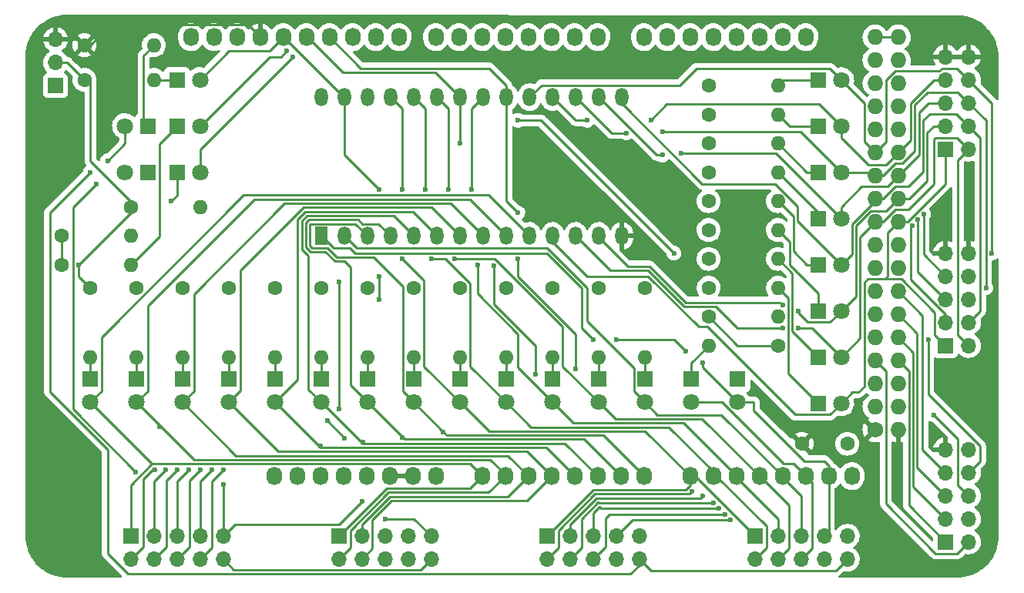
<source format=gtl>
G04 #@! TF.GenerationSoftware,KiCad,Pcbnew,(6.0.2)*
G04 #@! TF.CreationDate,2022-03-13T15:59:46+00:00*
G04 #@! TF.ProjectId,EEPROM_Programmer,45455052-4f4d-45f5-9072-6f6772616d6d,rev?*
G04 #@! TF.SameCoordinates,Original*
G04 #@! TF.FileFunction,Copper,L1,Top*
G04 #@! TF.FilePolarity,Positive*
%FSLAX46Y46*%
G04 Gerber Fmt 4.6, Leading zero omitted, Abs format (unit mm)*
G04 Created by KiCad (PCBNEW (6.0.2)) date 2022-03-13 15:59:46*
%MOMM*%
%LPD*%
G01*
G04 APERTURE LIST*
G04 #@! TA.AperFunction,ComponentPad*
%ADD10C,1.600000*%
G04 #@! TD*
G04 #@! TA.AperFunction,ComponentPad*
%ADD11R,1.700000X1.700000*%
G04 #@! TD*
G04 #@! TA.AperFunction,ComponentPad*
%ADD12O,1.700000X1.700000*%
G04 #@! TD*
G04 #@! TA.AperFunction,ComponentPad*
%ADD13R,1.440000X2.000000*%
G04 #@! TD*
G04 #@! TA.AperFunction,ComponentPad*
%ADD14O,1.440000X2.000000*%
G04 #@! TD*
G04 #@! TA.AperFunction,ComponentPad*
%ADD15R,1.800000X1.800000*%
G04 #@! TD*
G04 #@! TA.AperFunction,ComponentPad*
%ADD16C,1.800000*%
G04 #@! TD*
G04 #@! TA.AperFunction,ComponentPad*
%ADD17O,1.600000X1.600000*%
G04 #@! TD*
G04 #@! TA.AperFunction,ComponentPad*
%ADD18C,1.727200*%
G04 #@! TD*
G04 #@! TA.AperFunction,ComponentPad*
%ADD19O,1.727200X1.727200*%
G04 #@! TD*
G04 #@! TA.AperFunction,ComponentPad*
%ADD20O,1.727200X2.032000*%
G04 #@! TD*
G04 #@! TA.AperFunction,ViaPad*
%ADD21C,0.600000*%
G04 #@! TD*
G04 #@! TA.AperFunction,Conductor*
%ADD22C,0.250000*%
G04 #@! TD*
G04 APERTURE END LIST*
D10*
X194310000Y-115570000D03*
X189310000Y-115570000D03*
D11*
X107315000Y-76200000D03*
D12*
X107315000Y-73660000D03*
X107315000Y-71120000D03*
D13*
X136525000Y-92710000D03*
D14*
X139065000Y-92710000D03*
X141605000Y-92710000D03*
X144145000Y-92710000D03*
X146685000Y-92710000D03*
X149225000Y-92710000D03*
X151765000Y-92710000D03*
X154305000Y-92710000D03*
X156845000Y-92710000D03*
X159385000Y-92710000D03*
X161925000Y-92710000D03*
X164465000Y-92710000D03*
X167005000Y-92710000D03*
X169545000Y-92710000D03*
X169545000Y-77470000D03*
X167005000Y-77470000D03*
X164465000Y-77470000D03*
X161925000Y-77470000D03*
X159385000Y-77470000D03*
X156845000Y-77470000D03*
X154305000Y-77470000D03*
X151765000Y-77470000D03*
X149225000Y-77470000D03*
X146685000Y-77470000D03*
X144145000Y-77470000D03*
X141605000Y-77470000D03*
X139065000Y-77470000D03*
X136525000Y-77470000D03*
D11*
X161285000Y-125730000D03*
D12*
X161285000Y-128270000D03*
X163825000Y-125730000D03*
X163825000Y-128270000D03*
X166365000Y-125730000D03*
X166365000Y-128270000D03*
X168905000Y-125730000D03*
X168905000Y-128270000D03*
X171445000Y-125730000D03*
X171445000Y-128270000D03*
D11*
X115565000Y-125730000D03*
D12*
X115565000Y-128270000D03*
X118105000Y-125730000D03*
X118105000Y-128270000D03*
X120645000Y-125730000D03*
X120645000Y-128270000D03*
X123185000Y-125730000D03*
X123185000Y-128270000D03*
X125725000Y-125730000D03*
X125725000Y-128270000D03*
D11*
X184150000Y-125730000D03*
D12*
X184150000Y-128270000D03*
X186690000Y-125730000D03*
X186690000Y-128270000D03*
X189230000Y-125730000D03*
X189230000Y-128270000D03*
X191770000Y-125730000D03*
X191770000Y-128270000D03*
X194310000Y-125730000D03*
X194310000Y-128270000D03*
D11*
X138425000Y-125730000D03*
D12*
X138425000Y-128270000D03*
X140965000Y-125730000D03*
X140965000Y-128270000D03*
X143505000Y-125730000D03*
X143505000Y-128270000D03*
X146045000Y-125730000D03*
X146045000Y-128270000D03*
X148585000Y-125730000D03*
X148585000Y-128270000D03*
X207645000Y-116205000D03*
X205105000Y-116205000D03*
X207645000Y-118745000D03*
X205105000Y-118745000D03*
X207645000Y-121285000D03*
X205105000Y-121285000D03*
X207645000Y-123825000D03*
X205105000Y-123825000D03*
X207645000Y-126365000D03*
D11*
X205105000Y-126365000D03*
D12*
X207645000Y-94615000D03*
X205105000Y-94615000D03*
X207645000Y-97155000D03*
X205105000Y-97155000D03*
X207645000Y-99695000D03*
X205105000Y-99695000D03*
X207645000Y-102235000D03*
X205105000Y-102235000D03*
X207645000Y-104775000D03*
D11*
X205105000Y-104775000D03*
D12*
X207645000Y-73025000D03*
X205105000Y-73025000D03*
X207645000Y-75565000D03*
X205105000Y-75565000D03*
X207645000Y-78105000D03*
X205105000Y-78105000D03*
X207645000Y-80645000D03*
X205105000Y-80645000D03*
X207645000Y-83185000D03*
D11*
X205105000Y-83185000D03*
D15*
X191112255Y-95898856D03*
D16*
X193652255Y-95898856D03*
D15*
X120650000Y-75565000D03*
D16*
X123190000Y-75565000D03*
D10*
X110490000Y-71755000D03*
D17*
X118110000Y-71755000D03*
D10*
X115570000Y-89535000D03*
D17*
X123190000Y-89535000D03*
D10*
X107950000Y-92710000D03*
D17*
X115570000Y-92710000D03*
D10*
X107950000Y-95885000D03*
D17*
X115570000Y-95885000D03*
D10*
X110490000Y-75565000D03*
D17*
X118110000Y-75565000D03*
D15*
X117475000Y-80645000D03*
D16*
X114935000Y-80645000D03*
D15*
X120650000Y-80645000D03*
D16*
X123190000Y-80645000D03*
D15*
X120650000Y-85725000D03*
D16*
X123190000Y-85725000D03*
D15*
X117475000Y-85725000D03*
D16*
X114935000Y-85725000D03*
D18*
X197358000Y-114046000D03*
D19*
X199898000Y-114046000D03*
X197358000Y-111506000D03*
X199898000Y-111506000D03*
X197358000Y-108966000D03*
X199898000Y-108966000D03*
X197358000Y-106426000D03*
X199898000Y-106426000D03*
X197358000Y-103886000D03*
X199898000Y-103886000D03*
X197358000Y-101346000D03*
X199898000Y-101346000D03*
X197358000Y-98806000D03*
X199898000Y-98806000D03*
X197358000Y-96266000D03*
X199898000Y-96266000D03*
X197358000Y-93726000D03*
X199898000Y-93726000D03*
X197358000Y-91186000D03*
X199898000Y-91186000D03*
X197358000Y-88646000D03*
X199898000Y-88646000D03*
X197358000Y-86106000D03*
X199898000Y-86106000D03*
X197358000Y-83566000D03*
X199898000Y-83566000D03*
X197358000Y-81026000D03*
X199898000Y-81026000D03*
X197358000Y-78486000D03*
X199898000Y-78486000D03*
X197358000Y-75946000D03*
X199898000Y-75946000D03*
X197358000Y-73406000D03*
X199898000Y-73406000D03*
X197358000Y-70866000D03*
X199898000Y-70866000D03*
D20*
X131318000Y-119126000D03*
X133858000Y-119126000D03*
X136398000Y-119126000D03*
X138938000Y-119126000D03*
X141478000Y-119126000D03*
X144018000Y-119126000D03*
X146558000Y-119126000D03*
X149098000Y-119126000D03*
X154178000Y-119126000D03*
X156718000Y-119126000D03*
X159258000Y-119126000D03*
X161798000Y-119126000D03*
X164338000Y-119126000D03*
X166878000Y-119126000D03*
X169418000Y-119126000D03*
X171958000Y-119126000D03*
X177038000Y-119126000D03*
X179578000Y-119126000D03*
X182118000Y-119126000D03*
X184658000Y-119126000D03*
X187198000Y-119126000D03*
X189738000Y-119126000D03*
X192278000Y-119126000D03*
X194818000Y-119126000D03*
X122174000Y-70866000D03*
X124714000Y-70866000D03*
X127254000Y-70866000D03*
X129794000Y-70866000D03*
X132334000Y-70866000D03*
X134874000Y-70866000D03*
X137414000Y-70866000D03*
X139954000Y-70866000D03*
X142494000Y-70866000D03*
X145034000Y-70866000D03*
X149098000Y-70866000D03*
X151638000Y-70866000D03*
X154178000Y-70866000D03*
X156718000Y-70866000D03*
X159258000Y-70866000D03*
X161798000Y-70866000D03*
X164338000Y-70866000D03*
X166878000Y-70866000D03*
X171958000Y-70866000D03*
X174498000Y-70866000D03*
X177038000Y-70866000D03*
X179578000Y-70866000D03*
X182118000Y-70866000D03*
X184658000Y-70866000D03*
X187198000Y-70866000D03*
X189738000Y-70866000D03*
D15*
X156845000Y-108475000D03*
D16*
X156845000Y-111015000D03*
D15*
X172085000Y-108475000D03*
D16*
X172085000Y-111015000D03*
D15*
X191112255Y-90818856D03*
D16*
X193652255Y-90818856D03*
D15*
X146685000Y-108475000D03*
D16*
X146685000Y-111015000D03*
D15*
X191112255Y-85738856D03*
D16*
X193652255Y-85738856D03*
D10*
X179070000Y-85725000D03*
D17*
X186690000Y-85725000D03*
D10*
X126365000Y-98425000D03*
D17*
X126365000Y-106045000D03*
D15*
X177165000Y-108475000D03*
D16*
X177165000Y-111015000D03*
D10*
X179070000Y-82550000D03*
D17*
X186690000Y-82550000D03*
D15*
X136525000Y-108470000D03*
D16*
X136525000Y-111010000D03*
D15*
X191107255Y-106058856D03*
D16*
X193647255Y-106058856D03*
D15*
X161925000Y-108475000D03*
D16*
X161925000Y-111015000D03*
D15*
X167005000Y-108475000D03*
D16*
X167005000Y-111015000D03*
D10*
X179070000Y-92075000D03*
D17*
X186690000Y-92075000D03*
D10*
X179070000Y-79375000D03*
D17*
X186690000Y-79375000D03*
D10*
X161925000Y-98425000D03*
D17*
X161925000Y-106045000D03*
D10*
X179070000Y-76200000D03*
D17*
X186690000Y-76200000D03*
D10*
X172085000Y-98425000D03*
D17*
X172085000Y-106045000D03*
D15*
X111125000Y-108470000D03*
D16*
X111125000Y-111010000D03*
D10*
X141605000Y-98425000D03*
D17*
X141605000Y-106045000D03*
D10*
X167005000Y-98425000D03*
D17*
X167005000Y-106045000D03*
X186690000Y-95250000D03*
D10*
X179070000Y-95250000D03*
X179070000Y-101600000D03*
D17*
X186690000Y-101600000D03*
D10*
X111125000Y-98425000D03*
D17*
X111125000Y-106045000D03*
D10*
X151765000Y-98425000D03*
D17*
X151765000Y-106045000D03*
D15*
X191112255Y-111138856D03*
D16*
X193652255Y-111138856D03*
D10*
X156845000Y-98425000D03*
D17*
X156845000Y-106045000D03*
D10*
X146685000Y-98425000D03*
D17*
X146685000Y-106045000D03*
D10*
X179070000Y-88900000D03*
D17*
X186690000Y-88900000D03*
D15*
X126365000Y-108470000D03*
D16*
X126365000Y-111010000D03*
D15*
X151765000Y-108475000D03*
D16*
X151765000Y-111015000D03*
D15*
X191112255Y-75578856D03*
D16*
X193652255Y-75578856D03*
D10*
X116205000Y-98425000D03*
D17*
X116205000Y-106045000D03*
D15*
X116205000Y-108475000D03*
D16*
X116205000Y-111015000D03*
D15*
X191112255Y-80658856D03*
D16*
X193652255Y-80658856D03*
D10*
X186690000Y-104775000D03*
D17*
X179070000Y-104775000D03*
D10*
X131445000Y-98425000D03*
D17*
X131445000Y-106045000D03*
D15*
X121285000Y-108475000D03*
D16*
X121285000Y-111015000D03*
D15*
X141605000Y-108470000D03*
D16*
X141605000Y-111010000D03*
D10*
X179070000Y-98425000D03*
D17*
X186690000Y-98425000D03*
D15*
X182245000Y-108475000D03*
D16*
X182245000Y-111015000D03*
D10*
X136525000Y-98425000D03*
D17*
X136525000Y-106045000D03*
D15*
X191112255Y-100978856D03*
D16*
X193652255Y-100978856D03*
D10*
X121285000Y-98425000D03*
D17*
X121285000Y-106045000D03*
D15*
X131445000Y-108475000D03*
D16*
X131445000Y-111015000D03*
D21*
X139065000Y-114935000D03*
X138430000Y-111760000D03*
X138430000Y-97790000D03*
X137160000Y-113030000D03*
X111125000Y-85725000D03*
X109855000Y-95885000D03*
X116131391Y-118671391D03*
X111760000Y-86995000D03*
X113030000Y-84455000D03*
X125730000Y-120015000D03*
X140970000Y-121920000D03*
X143510000Y-123825000D03*
X120015000Y-88900000D03*
X158115000Y-90170000D03*
X158115000Y-95250000D03*
X164465000Y-107315000D03*
X155450911Y-96009089D03*
X151765000Y-82550000D03*
X160020000Y-107950000D03*
X142875000Y-99695000D03*
X142875000Y-87614349D03*
X142875000Y-97155000D03*
X133350000Y-73025000D03*
X132715000Y-72390000D03*
X149915000Y-114245000D03*
X145415000Y-114913380D03*
X141052880Y-115362900D03*
X136417400Y-115812420D03*
X125730000Y-118409980D03*
X124460000Y-118409980D03*
X123190000Y-118409980D03*
X121920000Y-118409980D03*
X120650000Y-118409980D03*
X119380000Y-118409980D03*
X118745000Y-113665000D03*
X118222069Y-118409980D03*
X181485911Y-123949089D03*
X180850911Y-123314089D03*
X180215911Y-122679089D03*
X179580911Y-122044089D03*
X178435000Y-121285000D03*
X177252582Y-120810595D03*
X175260000Y-94615000D03*
X158115000Y-80010000D03*
X153035000Y-87614349D03*
X153670000Y-95885000D03*
X151130000Y-95250000D03*
X150495000Y-87614349D03*
X148590000Y-95250000D03*
X147955000Y-87614349D03*
X145415000Y-87614349D03*
X145415000Y-95250000D03*
X178435000Y-106680000D03*
X168910000Y-104140000D03*
X166370000Y-104140000D03*
X176530000Y-105410000D03*
X203835000Y-112395000D03*
X203200000Y-104140000D03*
X210185000Y-94615000D03*
X209550000Y-98425000D03*
X202689089Y-90294089D03*
X202054089Y-90929089D03*
X201419089Y-91564089D03*
X165735000Y-80010000D03*
X172720000Y-80010000D03*
X170055911Y-81404089D03*
X173990000Y-81280000D03*
X173990000Y-83820000D03*
X176040489Y-83674511D03*
X188888531Y-100965000D03*
X187190011Y-100330000D03*
X187190011Y-102870000D03*
X188888531Y-102825987D03*
D22*
X107315000Y-73660000D02*
X108585000Y-73660000D01*
X108585000Y-73660000D02*
X110490000Y-75565000D01*
X107315000Y-71120000D02*
X109855000Y-71120000D01*
X109855000Y-71120000D02*
X110490000Y-71755000D01*
X189624700Y-117475000D02*
X191770000Y-117475000D01*
X184040000Y-111015000D02*
X182245000Y-111015000D01*
X184040000Y-111015000D02*
X184040000Y-111890300D01*
X184040000Y-111890300D02*
X189624700Y-117475000D01*
X191770000Y-117475000D02*
X192278000Y-117983000D01*
X192278000Y-117983000D02*
X192278000Y-119126000D01*
X172085000Y-108475000D02*
X172085000Y-106045000D01*
X138430000Y-97790000D02*
X138430000Y-111760000D01*
X137160000Y-113030000D02*
X139065000Y-114935000D01*
X115289031Y-129894031D02*
X113030000Y-127635000D01*
X171445000Y-128270000D02*
X171445000Y-128910000D01*
X113030000Y-127635000D02*
X113030000Y-116205718D01*
X106680000Y-109855718D02*
X113030000Y-116205718D01*
X170460969Y-129894031D02*
X115289031Y-129894031D01*
X171445000Y-128910000D02*
X170460969Y-129894031D01*
X106680000Y-90170000D02*
X111125000Y-85725000D01*
X106680000Y-109855718D02*
X106680000Y-90170000D01*
X107950000Y-92710000D02*
X107950000Y-95885000D01*
X109220000Y-89535000D02*
X111760000Y-86995000D01*
X109220000Y-111760000D02*
X109220000Y-89535000D01*
X125725000Y-125730000D02*
X125725000Y-120020000D01*
X125725000Y-120020000D02*
X125730000Y-120015000D01*
X116131391Y-118671391D02*
X109220000Y-111760000D01*
X113030000Y-84455000D02*
X114935000Y-82550000D01*
X114935000Y-82550000D02*
X114935000Y-80645000D01*
X140970000Y-121920000D02*
X138430000Y-124460000D01*
X148585000Y-125730000D02*
X146680000Y-123825000D01*
X146680000Y-123825000D02*
X143510000Y-123825000D01*
X126995000Y-124460000D02*
X125725000Y-125730000D01*
X138430000Y-124460000D02*
X126995000Y-124460000D01*
X125725000Y-128270000D02*
X126899511Y-129444511D01*
X126899511Y-129444511D02*
X147410489Y-129444511D01*
X147410489Y-129444511D02*
X148585000Y-128270000D01*
X120650000Y-88265000D02*
X120015000Y-88900000D01*
X120650000Y-85725000D02*
X120650000Y-88265000D01*
X120650000Y-80645000D02*
X118699511Y-82595489D01*
X118699511Y-82595489D02*
X118699511Y-92755489D01*
X118699511Y-92755489D02*
X115570000Y-95885000D01*
X164465000Y-103504283D02*
X164465000Y-107315000D01*
X156845000Y-88900000D02*
X158115000Y-90170000D01*
X158115000Y-95250000D02*
X158115000Y-97154282D01*
X156845000Y-77470000D02*
X156845000Y-88900000D01*
X158115000Y-97154282D02*
X164465000Y-103504283D01*
X155450911Y-96009089D02*
X155450911Y-100205193D01*
X155450911Y-100205193D02*
X160020000Y-104774283D01*
X151765000Y-77470000D02*
X151765000Y-82550000D01*
X160020000Y-104774283D02*
X160020000Y-107950000D01*
X118110000Y-75565000D02*
X120650000Y-75565000D01*
X117475000Y-80645000D02*
X116985489Y-80155489D01*
X116985489Y-80155489D02*
X116985489Y-72879511D01*
X116985489Y-72879511D02*
X118110000Y-71755000D01*
X142875000Y-97155000D02*
X142875000Y-99695000D01*
X139065000Y-83804349D02*
X142875000Y-87614349D01*
X139065000Y-77470000D02*
X139065000Y-83804349D01*
X123190000Y-83185000D02*
X133350000Y-73025000D01*
X123190000Y-85725000D02*
X123190000Y-83185000D01*
X132080000Y-73025000D02*
X132715000Y-72390000D01*
X130810000Y-73025000D02*
X132080000Y-73025000D01*
X123190000Y-80645000D02*
X130810000Y-73025000D01*
X123190000Y-75565000D02*
X126365000Y-72390000D01*
X126365000Y-72390000D02*
X130810000Y-72390000D01*
X130810000Y-72390000D02*
X132334000Y-70866000D01*
X132334000Y-70866000D02*
X138938000Y-77470000D01*
X138938000Y-77470000D02*
X139065000Y-77470000D01*
X134874000Y-70866000D02*
X135001000Y-70866000D01*
X135001000Y-70866000D02*
X138879520Y-74744520D01*
X138879520Y-74744520D02*
X149039520Y-74744520D01*
X149039520Y-74744520D02*
X151765000Y-77470000D01*
X137414000Y-70866000D02*
X140843000Y-74295000D01*
X140843000Y-74295000D02*
X154940000Y-74295000D01*
X154940000Y-74295000D02*
X156845000Y-76200000D01*
X156845000Y-76200000D02*
X156845000Y-77470000D01*
X150308840Y-114638840D02*
X149915000Y-114245000D01*
X149915000Y-114245000D02*
X146685000Y-111015000D01*
X124460000Y-126995000D02*
X124460000Y-119679980D01*
X123185000Y-128270000D02*
X124460000Y-126995000D01*
X124460000Y-119679980D02*
X125730000Y-118409980D01*
X123185000Y-119684980D02*
X124460000Y-118409980D01*
X123185000Y-125730000D02*
X123185000Y-119684980D01*
X122010489Y-126904511D02*
X122010489Y-119589491D01*
X120645000Y-128270000D02*
X122010489Y-126904511D01*
X122010489Y-119589491D02*
X123190000Y-118409980D01*
X120645000Y-119684980D02*
X121920000Y-118409980D01*
X120645000Y-125730000D02*
X120645000Y-119684980D01*
X140965000Y-128270000D02*
X142139511Y-127095489D01*
X142139511Y-127095489D02*
X142139511Y-123922643D01*
X142139511Y-123922643D02*
X144247074Y-121815080D01*
X144247074Y-121815080D02*
X159108920Y-121815080D01*
X159108920Y-121815080D02*
X161798000Y-119126000D01*
X140965000Y-125730000D02*
X140965000Y-124461436D01*
X140965000Y-124461436D02*
X144060876Y-121365560D01*
X144060876Y-121365560D02*
X157018440Y-121365560D01*
X157018440Y-121365560D02*
X159258000Y-119126000D01*
X138425000Y-128270000D02*
X139700000Y-126995000D01*
X139700000Y-126995000D02*
X139700000Y-125090718D01*
X139700000Y-125090718D02*
X143874678Y-120916040D01*
X143874678Y-120916040D02*
X154927960Y-120916040D01*
X154927960Y-120916040D02*
X156718000Y-119126000D01*
X138425000Y-125730000D02*
X143688480Y-120466520D01*
X143688480Y-120466520D02*
X152837480Y-120466520D01*
X152837480Y-120466520D02*
X154178000Y-119126000D01*
X119470489Y-119589491D02*
X120650000Y-118409980D01*
X119470489Y-126904511D02*
X119470489Y-119589491D01*
X118105000Y-128270000D02*
X119470489Y-126904511D01*
X118105000Y-119684980D02*
X119380000Y-118409980D01*
X118105000Y-125730000D02*
X118105000Y-119684980D01*
X115565000Y-128270000D02*
X116930489Y-126904511D01*
X116930489Y-126904511D02*
X116930489Y-119414511D01*
X116930489Y-119414511D02*
X117935020Y-118409980D01*
X117935020Y-118409980D02*
X118222069Y-118409980D01*
X117900480Y-117785480D02*
X115565000Y-120120960D01*
X115565000Y-120120960D02*
X115565000Y-125730000D01*
X194310000Y-128270000D02*
X193040000Y-129540000D01*
X193040000Y-129540000D02*
X172715000Y-129540000D01*
X172715000Y-129540000D02*
X171445000Y-128270000D01*
X170685911Y-123949089D02*
X181485911Y-123949089D01*
X168905000Y-125730000D02*
X170685911Y-123949089D01*
X168150911Y-123314089D02*
X180850911Y-123314089D01*
X167730489Y-123734511D02*
X168150911Y-123314089D01*
X166365000Y-128270000D02*
X167730489Y-126904511D01*
X167730489Y-126904511D02*
X167730489Y-123734511D01*
X180205422Y-122668600D02*
X180215911Y-122679089D01*
X167243536Y-122668600D02*
X180205422Y-122668600D01*
X167068545Y-122493609D02*
X167243536Y-122668600D01*
X166365000Y-125730000D02*
X166365000Y-123197154D01*
X166365000Y-123197154D02*
X167068545Y-122493609D01*
X166927876Y-121998560D02*
X166973405Y-122044089D01*
X163825000Y-128270000D02*
X165100718Y-126994282D01*
X166973405Y-122044089D02*
X179580911Y-122044089D01*
X165100718Y-126994282D02*
X165100718Y-123825718D01*
X165100718Y-123825718D02*
X166927876Y-121998560D01*
X178170960Y-121549040D02*
X178435000Y-121285000D01*
X166741678Y-121549040D02*
X178170960Y-121549040D01*
X177252582Y-120826458D02*
X177252582Y-120810595D01*
X176979520Y-121099520D02*
X177252582Y-120826458D01*
X163825000Y-124465718D02*
X166741678Y-121549040D01*
X163825000Y-125730000D02*
X163825000Y-124465718D01*
X166555480Y-121099520D02*
X176979520Y-121099520D01*
X162560000Y-126995000D02*
X162560000Y-125095000D01*
X161285000Y-128270000D02*
X162560000Y-126995000D01*
X162560000Y-125095000D02*
X166555480Y-121099520D01*
X177038000Y-119126000D02*
X177038000Y-120142000D01*
X177038000Y-120142000D02*
X176530000Y-120650000D01*
X161285000Y-125730000D02*
X166365000Y-120650000D01*
X166365000Y-120650000D02*
X176530000Y-120650000D01*
X184150000Y-125730000D02*
X177546000Y-119126000D01*
X177546000Y-119126000D02*
X177038000Y-119126000D01*
X179578000Y-119126000D02*
X179895022Y-119126000D01*
X179895022Y-119126000D02*
X185420000Y-124650978D01*
X185420000Y-124650978D02*
X185420000Y-127000000D01*
X185420000Y-127000000D02*
X184150000Y-128270000D01*
X182118000Y-119253000D02*
X186690000Y-123825000D01*
X182118000Y-119126000D02*
X182118000Y-119253000D01*
X186690000Y-123825000D02*
X186690000Y-125730000D01*
X184658000Y-119126000D02*
X187864511Y-122332511D01*
X187864511Y-122332511D02*
X187864511Y-127095489D01*
X187864511Y-127095489D02*
X186690000Y-128270000D01*
X187198000Y-119253000D02*
X189230000Y-121285000D01*
X187198000Y-119126000D02*
X187198000Y-119253000D01*
X189230000Y-121285000D02*
X189230000Y-125730000D01*
X189738000Y-119126000D02*
X190404511Y-119792511D01*
X190404511Y-119792511D02*
X190404511Y-127095489D01*
X190404511Y-127095489D02*
X189230000Y-128270000D01*
X192278000Y-119126000D02*
X192278000Y-125222000D01*
X192278000Y-125222000D02*
X191770000Y-125730000D01*
X160655000Y-80010000D02*
X175260000Y-94615000D01*
X158115000Y-80010000D02*
X160655000Y-80010000D01*
X158115000Y-107205000D02*
X158115000Y-103505000D01*
X153670000Y-99060000D02*
X153670000Y-95885000D01*
X153670000Y-99060000D02*
X158115000Y-103505000D01*
X158115000Y-107205000D02*
X161925000Y-111015000D01*
X153035000Y-87614349D02*
X153035000Y-78740000D01*
X153035000Y-78740000D02*
X154305000Y-77470000D01*
X155575000Y-95250000D02*
X151130000Y-95250000D01*
X150495000Y-87614349D02*
X150495000Y-78740000D01*
X163049511Y-102724511D02*
X155575000Y-95250000D01*
X150495000Y-78740000D02*
X149225000Y-77470000D01*
X163049511Y-107059511D02*
X163049511Y-102724511D01*
X167005000Y-111015000D02*
X163049511Y-107059511D01*
X150180300Y-95250000D02*
X148590000Y-95250000D01*
X152889511Y-97959211D02*
X150180300Y-95250000D01*
X152889511Y-107059511D02*
X152889511Y-97959211D01*
X156845000Y-111015000D02*
X152889511Y-107059511D01*
X147955000Y-87614349D02*
X147955000Y-78740000D01*
X147955000Y-78740000D02*
X146685000Y-77470000D01*
X145415000Y-87614349D02*
X145415000Y-78740000D01*
X145415000Y-78740000D02*
X144145000Y-77470000D01*
X147809511Y-97644511D02*
X145415000Y-95250000D01*
X147809511Y-107059511D02*
X147809511Y-97644511D01*
X151765000Y-111015000D02*
X147809511Y-107059511D01*
X159385000Y-92710000D02*
X154913849Y-88238849D01*
X154913849Y-88238849D02*
X127981451Y-88238849D01*
X127981451Y-88238849D02*
X112349511Y-103870789D01*
X112349511Y-103870789D02*
X112349511Y-109785489D01*
X112349511Y-109785489D02*
X111125000Y-111010000D01*
X156845000Y-92710000D02*
X152823369Y-88688369D01*
X152823369Y-88688369D02*
X129116631Y-88688369D01*
X129116631Y-88688369D02*
X117429511Y-100375489D01*
X117429511Y-100375489D02*
X117429511Y-109790489D01*
X117429511Y-109790489D02*
X116205000Y-111015000D01*
X150732889Y-89137889D02*
X132477111Y-89137889D01*
X154305000Y-92710000D02*
X150732889Y-89137889D01*
X132477111Y-89137889D02*
X122509511Y-99105489D01*
X122509511Y-99105489D02*
X122509511Y-109790489D01*
X122509511Y-109790489D02*
X121285000Y-111015000D01*
X151765000Y-92710000D02*
X148642409Y-89587409D01*
X148642409Y-89587409D02*
X134564721Y-89587409D01*
X134564721Y-89587409D02*
X127635000Y-96517130D01*
X127635000Y-96517130D02*
X127635000Y-109740000D01*
X127635000Y-109740000D02*
X126365000Y-111010000D01*
X149225000Y-92710000D02*
X146551930Y-90036930D01*
X146551930Y-90036930D02*
X134750918Y-90036929D01*
X134750918Y-90036929D02*
X133906441Y-90881407D01*
X133906441Y-108553559D02*
X131445000Y-111015000D01*
X133906441Y-90881407D02*
X133906441Y-108553559D01*
X134355961Y-94181417D02*
X135108095Y-94933551D01*
X144461450Y-90486450D02*
X134937116Y-90486449D01*
X146685000Y-92710000D02*
X144461450Y-90486450D01*
X134355961Y-91067604D02*
X134355961Y-94181417D01*
X134937116Y-90486449D02*
X134355961Y-91067604D01*
X135108095Y-94933551D02*
X135108095Y-109593095D01*
X135108095Y-109593095D02*
X136525000Y-111010000D01*
X144145000Y-92710000D02*
X142820480Y-91385480D01*
X142820480Y-91385480D02*
X141024520Y-91385480D01*
X139700000Y-96149399D02*
X139700000Y-109105000D01*
X141024520Y-91385480D02*
X140575009Y-90935969D01*
X140575009Y-90935969D02*
X135123313Y-90935969D01*
X135294292Y-94484031D02*
X136973802Y-94484031D01*
X135123313Y-90935969D02*
X134805480Y-91253803D01*
X134805480Y-91253803D02*
X134805480Y-93995220D01*
X139700000Y-109105000D02*
X141605000Y-111010000D01*
X134805480Y-93995220D02*
X135294292Y-94484031D01*
X136973802Y-94484031D02*
X138004171Y-95514399D01*
X138004171Y-95514399D02*
X139065000Y-95514399D01*
X139065000Y-95514399D02*
X139700000Y-96149399D01*
X135480489Y-94034511D02*
X137160000Y-94034511D01*
X135309511Y-91385489D02*
X135255000Y-91440000D01*
X141605000Y-92710000D02*
X140280489Y-91385489D01*
X140280489Y-91385489D02*
X135309511Y-91385489D01*
X138190368Y-95064879D02*
X142240000Y-95064879D01*
X135255000Y-91440000D02*
X135255000Y-93809022D01*
X135255000Y-93809022D02*
X135480489Y-94034511D01*
X137160000Y-94034511D02*
X138190368Y-95064879D01*
X142240000Y-95064879D02*
X145460489Y-98285368D01*
X145460489Y-98285368D02*
X145460489Y-109790489D01*
X145460489Y-109790489D02*
X146685000Y-111015000D01*
X165100000Y-102870000D02*
X166370000Y-104140000D01*
X168910000Y-104140000D02*
X175260000Y-104140000D01*
X175260000Y-104140000D02*
X176530000Y-105410000D01*
X178435000Y-106680000D02*
X178435000Y-107205000D01*
X178435000Y-107205000D02*
X182245000Y-111015000D01*
X165100000Y-98425718D02*
X165100000Y-102870000D01*
X140226319Y-94615359D02*
X161289641Y-94615359D01*
X136525000Y-92710000D02*
X137849520Y-94034520D01*
X137849520Y-94034520D02*
X139645480Y-94034520D01*
X161289641Y-94615359D02*
X165100000Y-98425718D01*
X139645480Y-94034520D02*
X140226319Y-94615359D01*
X161344520Y-94034520D02*
X165735000Y-98425000D01*
X165735000Y-102125000D02*
X170860489Y-107250489D01*
X139065000Y-92710000D02*
X140389520Y-94034520D01*
X140389520Y-94034520D02*
X161344520Y-94034520D01*
X165735000Y-98425000D02*
X165735000Y-102125000D01*
X170860489Y-107250489D02*
X170860489Y-109790489D01*
X170860489Y-109790489D02*
X172085000Y-111015000D01*
X197358000Y-106426000D02*
X198546111Y-107614111D01*
X198546111Y-107614111D02*
X198546111Y-122155133D01*
X204025978Y-127635000D02*
X206375000Y-127635000D01*
X198546111Y-122155133D02*
X204025978Y-127635000D01*
X206375000Y-127635000D02*
X207645000Y-126365000D01*
X203835000Y-112395000D02*
X206470489Y-115030489D01*
X206470489Y-115030489D02*
X206470489Y-120110489D01*
X206470489Y-120110489D02*
X207645000Y-121285000D01*
X208915000Y-117475000D02*
X207645000Y-118745000D01*
X203200000Y-104140000D02*
X203200000Y-110098990D01*
X203200000Y-110098990D02*
X208915000Y-115813990D01*
X208915000Y-115813990D02*
X208915000Y-117475000D01*
X199898000Y-98806000D02*
X202565000Y-101473000D01*
X202565000Y-101473000D02*
X202565000Y-116205000D01*
X202565000Y-116205000D02*
X205105000Y-118745000D01*
X205105000Y-121285000D02*
X201985151Y-118165151D01*
X201985151Y-118165151D02*
X201985151Y-103433151D01*
X201985151Y-103433151D02*
X199898000Y-101346000D01*
X205105000Y-123825000D02*
X201535631Y-120255631D01*
X201535631Y-120255631D02*
X201535631Y-105523631D01*
X201535631Y-105523631D02*
X199898000Y-103886000D01*
X199898000Y-106426000D02*
X201086111Y-107614111D01*
X201086111Y-107614111D02*
X201086111Y-122346111D01*
X201086111Y-122346111D02*
X205105000Y-126365000D01*
X210185000Y-94615000D02*
X210185000Y-78105000D01*
X210185000Y-78105000D02*
X207645000Y-75565000D01*
X207645000Y-78105000D02*
X209550000Y-80010000D01*
X209550000Y-80010000D02*
X209550000Y-98425000D01*
X207645000Y-80645000D02*
X208915000Y-81915000D01*
X208915000Y-81915000D02*
X208915000Y-100965000D01*
X208915000Y-100965000D02*
X207645000Y-102235000D01*
X207645000Y-83185000D02*
X206470489Y-84359511D01*
X206470489Y-84359511D02*
X206470489Y-103600489D01*
X206470489Y-103600489D02*
X207645000Y-104775000D01*
X202689089Y-94739089D02*
X202689089Y-90294089D01*
X205105000Y-97155000D02*
X202689089Y-94739089D01*
X202054089Y-96644089D02*
X202054089Y-90929089D01*
X205105000Y-99695000D02*
X202054089Y-96644089D01*
X201295000Y-91688178D02*
X201419089Y-91564089D01*
X201295000Y-97546010D02*
X201295000Y-91688178D01*
X205105000Y-102235000D02*
X205105000Y-101356010D01*
X205105000Y-101356010D02*
X201295000Y-97546010D01*
X198455889Y-97454111D02*
X200226355Y-97454111D01*
X200226355Y-97454111D02*
X203930489Y-101158245D01*
X203930489Y-101158245D02*
X203930489Y-103600489D01*
X203930489Y-103600489D02*
X205105000Y-104775000D01*
X199898000Y-91186000D02*
X200914000Y-91186000D01*
X200914000Y-91186000D02*
X205105000Y-86995000D01*
X205105000Y-86995000D02*
X205105000Y-83185000D01*
X200995889Y-89834111D02*
X203835000Y-86995000D01*
X199569645Y-89834111D02*
X200995889Y-89834111D01*
X198217756Y-91186000D02*
X199569645Y-89834111D01*
X197358000Y-91186000D02*
X198217756Y-91186000D01*
X203835000Y-86995000D02*
X203835000Y-82105978D01*
X206375000Y-81915000D02*
X207645000Y-83185000D01*
X203835000Y-82105978D02*
X204025978Y-81915000D01*
X204025978Y-81915000D02*
X206375000Y-81915000D01*
X199898000Y-88646000D02*
X201119314Y-88646000D01*
X201119314Y-88646000D02*
X203093080Y-86672234D01*
X203093080Y-86672234D02*
X203093080Y-81386920D01*
X203093080Y-81386920D02*
X203835000Y-80645000D01*
X203835000Y-80645000D02*
X205105000Y-80645000D01*
X202643560Y-85646440D02*
X202643560Y-80010000D01*
X197358000Y-88646000D02*
X198217756Y-88646000D01*
X198217756Y-88646000D02*
X199569645Y-87294111D01*
X199569645Y-87294111D02*
X200995889Y-87294111D01*
X200995889Y-87294111D02*
X202643560Y-85646440D01*
X203374049Y-79279511D02*
X206279511Y-79279511D01*
X202643560Y-80010000D02*
X203374049Y-79279511D01*
X206279511Y-79279511D02*
X207645000Y-80645000D01*
X199898000Y-86106000D02*
X202194040Y-83809960D01*
X202194040Y-83809960D02*
X202194040Y-79110960D01*
X202194040Y-79110960D02*
X203200000Y-78105000D01*
X203200000Y-78105000D02*
X205105000Y-78105000D01*
X197358000Y-86106000D02*
X198217756Y-86106000D01*
X200390133Y-84754111D02*
X201744520Y-83399724D01*
X198217756Y-86106000D02*
X199569645Y-84754111D01*
X199569645Y-84754111D02*
X200390133Y-84754111D01*
X201744520Y-83399724D02*
X201744520Y-78291198D01*
X201744520Y-78291198D02*
X203105229Y-76930489D01*
X203105229Y-76930489D02*
X206470489Y-76930489D01*
X206470489Y-76930489D02*
X207645000Y-78105000D01*
X199898000Y-83566000D02*
X201295000Y-82169000D01*
X201295000Y-82169000D02*
X201295000Y-78105000D01*
X201295000Y-78105000D02*
X203835000Y-75565000D01*
X203835000Y-75565000D02*
X205105000Y-75565000D01*
X197358000Y-83566000D02*
X198546111Y-82377889D01*
X198546111Y-82377889D02*
X198546111Y-75617645D01*
X198546111Y-75617645D02*
X199569645Y-74594111D01*
X199569645Y-74594111D02*
X204414879Y-74594111D01*
X204414879Y-74594111D02*
X204713990Y-74295000D01*
X204713990Y-74295000D02*
X206375000Y-74295000D01*
X206375000Y-74295000D02*
X207645000Y-75565000D01*
X177165000Y-108475000D02*
X177165000Y-106680000D01*
X177165000Y-106680000D02*
X179070000Y-104775000D01*
X186690000Y-104775000D02*
X182245000Y-104775000D01*
X182245000Y-104775000D02*
X179070000Y-101600000D01*
X177740655Y-74354345D02*
X175895000Y-76200000D01*
X193652255Y-75578856D02*
X192427744Y-74354345D01*
X175895000Y-76200000D02*
X175840480Y-76145480D01*
X192427744Y-74354345D02*
X177740655Y-74354345D01*
X175840480Y-76145480D02*
X160709520Y-76145480D01*
X160709520Y-76145480D02*
X159385000Y-77470000D01*
X164465000Y-80010000D02*
X161925000Y-77470000D01*
X174479511Y-78250489D02*
X191243888Y-78250489D01*
X193652255Y-80658856D02*
X191243888Y-78250489D01*
X165735000Y-80010000D02*
X164465000Y-80010000D01*
X174479511Y-78250489D02*
X172720000Y-80010000D01*
X189193399Y-81280000D02*
X193652255Y-85738856D01*
X168399089Y-81404089D02*
X164465000Y-77470000D01*
X189193399Y-81280000D02*
X173990000Y-81280000D01*
X170055911Y-81404089D02*
X168399089Y-81404089D01*
X173355000Y-83820000D02*
X167005000Y-77470000D01*
X173990000Y-83820000D02*
X173355000Y-83820000D01*
X186507910Y-83674511D02*
X176040489Y-83674511D01*
X193652255Y-90818856D02*
X186507910Y-83674511D01*
X193652255Y-95898856D02*
X188859040Y-91105641D01*
X188859040Y-91105641D02*
X188859040Y-89478740D01*
X188859040Y-89478740D02*
X186375300Y-86995000D01*
X186375300Y-86995000D02*
X178380000Y-86995000D01*
X178380000Y-86995000D02*
X169545000Y-78160000D01*
X169545000Y-78160000D02*
X169545000Y-77470000D01*
X192427744Y-102203367D02*
X189951918Y-102203367D01*
X188888531Y-101139980D02*
X188888531Y-100965000D01*
X186885980Y-100025969D02*
X176547705Y-100025969D01*
X189951918Y-102203367D02*
X188888531Y-101139980D01*
X193652255Y-100978856D02*
X192427744Y-102203367D01*
X187190011Y-100330000D02*
X186885980Y-100025969D01*
X176547705Y-100025969D02*
X172592215Y-96070480D01*
X172592215Y-96070480D02*
X170180000Y-96070480D01*
X170180000Y-96070480D02*
X167005000Y-92895480D01*
X167005000Y-92895480D02*
X167005000Y-92710000D01*
X176361507Y-100475489D02*
X172406018Y-96520000D01*
X187190011Y-102870000D02*
X182245000Y-102870000D01*
X193647255Y-106058856D02*
X190414386Y-102825987D01*
X172406018Y-96520000D02*
X168275000Y-96520000D01*
X190414386Y-102825987D02*
X188888531Y-102825987D01*
X182245000Y-102870000D02*
X179850489Y-100475489D01*
X179850489Y-100475489D02*
X176361507Y-100475489D01*
X168275000Y-96520000D02*
X164465000Y-92710000D01*
X193652255Y-111138856D02*
X192427744Y-112363367D01*
X192427744Y-112363367D02*
X188563367Y-112363367D01*
X188563367Y-112363367D02*
X178924511Y-102724511D01*
X178924511Y-102724511D02*
X177974811Y-102724511D01*
X172405300Y-97155000D02*
X165735000Y-97155000D01*
X177974811Y-102724511D02*
X172405300Y-97155000D01*
X165735000Y-97155000D02*
X161925000Y-93345000D01*
X161925000Y-93345000D02*
X161925000Y-92710000D01*
X191112255Y-75578856D02*
X187311144Y-75578856D01*
X187311144Y-75578856D02*
X186690000Y-76200000D01*
X191112255Y-80658856D02*
X187973856Y-80658856D01*
X187973856Y-80658856D02*
X186690000Y-79375000D01*
X191112255Y-85738856D02*
X189878856Y-85738856D01*
X189878856Y-85738856D02*
X186690000Y-82550000D01*
X191112255Y-90818856D02*
X191112255Y-90147255D01*
X191112255Y-90147255D02*
X186690000Y-85725000D01*
X189878856Y-95898856D02*
X188409520Y-94429520D01*
X191112255Y-95898856D02*
X189878856Y-95898856D01*
X188409520Y-94429520D02*
X188409520Y-90619520D01*
X188409520Y-90619520D02*
X186690000Y-88900000D01*
X191112255Y-100978856D02*
X191112255Y-99036537D01*
X187960000Y-95884282D02*
X187960000Y-93345000D01*
X191112255Y-99036537D02*
X187960000Y-95884282D01*
X187960000Y-93345000D02*
X186690000Y-92075000D01*
X191107255Y-106058856D02*
X188264031Y-103215632D01*
X188264031Y-103215632D02*
X188264031Y-96824031D01*
X188264031Y-96824031D02*
X186690000Y-95250000D01*
X191112255Y-111138856D02*
X187814511Y-107841112D01*
X187814511Y-99549511D02*
X186690000Y-98425000D01*
X187814511Y-107841112D02*
X187814511Y-99549511D01*
X197358000Y-83566000D02*
X196169889Y-82377889D01*
X196169889Y-82377889D02*
X196169889Y-78096490D01*
X196169889Y-78096490D02*
X193652255Y-75578856D01*
X193652255Y-80658856D02*
X193652255Y-81931648D01*
X193652255Y-81931648D02*
X196638496Y-84917889D01*
X196638496Y-84917889D02*
X198546111Y-84917889D01*
X198546111Y-84917889D02*
X199898000Y-83566000D01*
X193652255Y-85738856D02*
X196990856Y-85738856D01*
X196990856Y-85738856D02*
X197358000Y-86106000D01*
X193652255Y-90818856D02*
X193652255Y-89546064D01*
X193652255Y-89546064D02*
X195904208Y-87294111D01*
X195904208Y-87294111D02*
X198709889Y-87294111D01*
X198709889Y-87294111D02*
X199898000Y-86106000D01*
X193652255Y-95898856D02*
X194821329Y-94729782D01*
X194821329Y-94729782D02*
X194821329Y-91406709D01*
X194821329Y-91406709D02*
X197358000Y-88870038D01*
X197358000Y-88870038D02*
X197358000Y-88646000D01*
X193652255Y-100978856D02*
X195270849Y-99360262D01*
X195270849Y-99360262D02*
X195270849Y-91592907D01*
X195270849Y-91592907D02*
X196865867Y-89997889D01*
X196865867Y-89997889D02*
X198546111Y-89997889D01*
X198546111Y-89997889D02*
X199898000Y-88646000D01*
X193647255Y-106058856D02*
X195720369Y-103985742D01*
X195720369Y-103985742D02*
X195720369Y-92823631D01*
X195720369Y-92823631D02*
X197358000Y-91186000D01*
X196169889Y-109265111D02*
X196169889Y-97835111D01*
X193652255Y-111138856D02*
X194876766Y-109914345D01*
X194876766Y-109914345D02*
X195520655Y-109914345D01*
X195520655Y-109914345D02*
X196169889Y-109265111D01*
X198709889Y-92374111D02*
X199898000Y-91186000D01*
X196169889Y-97835111D02*
X196550889Y-97454111D01*
X196550889Y-97454111D02*
X198455889Y-97454111D01*
X198455889Y-97454111D02*
X198709889Y-97200111D01*
X198709889Y-97200111D02*
X198709889Y-92374111D01*
X199898000Y-70866000D02*
X197358000Y-70866000D01*
X111125000Y-71755000D02*
X113354520Y-69525480D01*
X113354520Y-69525480D02*
X128453480Y-69525480D01*
X128453480Y-69525480D02*
X129794000Y-70866000D01*
X109855000Y-95885000D02*
X109855000Y-97155000D01*
X109855000Y-97155000D02*
X111125000Y-98425000D01*
X116205000Y-89535000D02*
X109855000Y-95885000D01*
X111125000Y-75565000D02*
X111125000Y-84455000D01*
X111125000Y-84455000D02*
X116205000Y-89535000D01*
X117900480Y-117785480D02*
X111125000Y-111010000D01*
X152837480Y-117785480D02*
X117900480Y-117785480D01*
X154178000Y-119126000D02*
X152837480Y-117785480D01*
X156718000Y-119126000D02*
X156718000Y-118973600D01*
X155080360Y-117335960D02*
X122525960Y-117335960D01*
X122525960Y-117335960D02*
X116205000Y-111015000D01*
X156718000Y-118973600D02*
X155080360Y-117335960D01*
X127156440Y-116886440D02*
X121285000Y-111015000D01*
X159258000Y-119126000D02*
X157018440Y-116886440D01*
X157018440Y-116886440D02*
X127156440Y-116886440D01*
X131791920Y-116436920D02*
X126365000Y-111010000D01*
X159108920Y-116436920D02*
X131791920Y-116436920D01*
X161798000Y-119126000D02*
X159108920Y-116436920D01*
X161199400Y-115987400D02*
X136417400Y-115987400D01*
X164338000Y-119126000D02*
X161199400Y-115987400D01*
X136417400Y-115987400D02*
X131445000Y-111015000D01*
X163289880Y-115537880D02*
X141052880Y-115537880D01*
X166878000Y-119126000D02*
X163289880Y-115537880D01*
X141052880Y-115537880D02*
X136525000Y-111010000D01*
X169418000Y-119126000D02*
X165380360Y-115088360D01*
X145683360Y-115088360D02*
X141605000Y-111010000D01*
X165380360Y-115088360D02*
X145683360Y-115088360D01*
X167470840Y-114638840D02*
X150308840Y-114638840D01*
X171958000Y-119126000D02*
X167470840Y-114638840D01*
X154939320Y-114189320D02*
X151765000Y-111015000D01*
X172101320Y-114189320D02*
X154939320Y-114189320D01*
X177038000Y-119126000D02*
X172101320Y-114189320D01*
X156845000Y-111015000D02*
X159569800Y-113739800D01*
X159569800Y-113739800D02*
X174699800Y-113739800D01*
X174699800Y-113739800D02*
X179578000Y-118618000D01*
X179578000Y-118618000D02*
X179578000Y-119126000D01*
X164200280Y-113290280D02*
X176282280Y-113290280D01*
X161925000Y-111015000D02*
X164200280Y-113290280D01*
X176282280Y-113290280D02*
X182118000Y-119126000D01*
X167005000Y-111015000D02*
X168830760Y-112840760D01*
X178372760Y-112840760D02*
X184658000Y-119126000D01*
X168830760Y-112840760D02*
X178372760Y-112840760D01*
X180463240Y-112391240D02*
X187198000Y-119126000D01*
X172085000Y-111015000D02*
X173461240Y-112391240D01*
X173461240Y-112391240D02*
X180463240Y-112391240D01*
X187283759Y-117785480D02*
X188397480Y-117785480D01*
X177165000Y-111015000D02*
X180513279Y-111015000D01*
X188397480Y-117785480D02*
X189738000Y-119126000D01*
X180513279Y-111015000D02*
X187283759Y-117785480D01*
X111125000Y-108470000D02*
X111125000Y-106045000D01*
X116205000Y-108475000D02*
X116205000Y-106045000D01*
X121285000Y-108475000D02*
X121285000Y-106045000D01*
X126365000Y-108470000D02*
X126365000Y-106045000D01*
X131445000Y-108475000D02*
X131445000Y-106045000D01*
X136525000Y-108470000D02*
X136525000Y-106045000D01*
X141605000Y-108470000D02*
X141605000Y-106045000D01*
X146685000Y-108475000D02*
X146685000Y-106045000D01*
X151765000Y-108475000D02*
X151765000Y-106045000D01*
X156845000Y-108475000D02*
X156845000Y-106045000D01*
X161925000Y-108475000D02*
X161925000Y-106045000D01*
X167005000Y-108475000D02*
X167005000Y-106045000D01*
G04 #@! TA.AperFunction,Conductor*
G36*
X206325596Y-68452980D02*
G01*
X206344930Y-68454480D01*
X206359858Y-68456805D01*
X206359861Y-68456805D01*
X206368730Y-68458186D01*
X206389158Y-68455515D01*
X206410983Y-68454571D01*
X206767981Y-68470158D01*
X206778929Y-68471116D01*
X206971197Y-68496428D01*
X207163465Y-68521741D01*
X207174291Y-68523650D01*
X207552951Y-68607598D01*
X207563568Y-68610443D01*
X207733993Y-68664177D01*
X207933473Y-68727073D01*
X207943787Y-68730826D01*
X208302143Y-68879262D01*
X208312087Y-68883900D01*
X208537911Y-69001456D01*
X208656117Y-69062990D01*
X208665637Y-69068486D01*
X208992754Y-69276883D01*
X209001758Y-69283188D01*
X209309458Y-69519295D01*
X209317878Y-69526360D01*
X209570715Y-69758041D01*
X209603836Y-69788391D01*
X209611605Y-69796160D01*
X209688063Y-69879599D01*
X209873640Y-70082122D01*
X209880705Y-70090542D01*
X210116812Y-70398242D01*
X210123117Y-70407246D01*
X210331514Y-70734363D01*
X210337009Y-70743882D01*
X210502958Y-71062666D01*
X210516096Y-71087904D01*
X210520738Y-71097857D01*
X210651237Y-71412910D01*
X210669171Y-71456206D01*
X210672927Y-71466527D01*
X210723293Y-71626267D01*
X210789557Y-71836432D01*
X210792402Y-71847049D01*
X210876350Y-72225709D01*
X210878259Y-72236535D01*
X210928884Y-72621070D01*
X210929842Y-72632019D01*
X210935736Y-72767027D01*
X210945104Y-72981584D01*
X210943724Y-73006463D01*
X210943385Y-73008642D01*
X210941814Y-73018730D01*
X210945325Y-73045577D01*
X210945936Y-73050251D01*
X210947000Y-73066589D01*
X210947000Y-77688241D01*
X210926998Y-77756362D01*
X210873342Y-77802855D01*
X210803068Y-77812959D01*
X210738488Y-77783465D01*
X210719093Y-77762342D01*
X210718600Y-77761664D01*
X210712053Y-77751701D01*
X210693578Y-77720460D01*
X210693574Y-77720455D01*
X210689542Y-77713637D01*
X210675218Y-77699313D01*
X210662376Y-77684278D01*
X210650472Y-77667893D01*
X210616406Y-77639711D01*
X210607627Y-77631722D01*
X208996218Y-76020313D01*
X208962192Y-75958001D01*
X208964755Y-75894589D01*
X208975707Y-75858544D01*
X208977370Y-75853069D01*
X209006529Y-75631590D01*
X209006611Y-75628240D01*
X209008074Y-75568365D01*
X209008074Y-75568361D01*
X209008156Y-75565000D01*
X208989852Y-75342361D01*
X208935431Y-75125702D01*
X208846354Y-74920840D01*
X208749464Y-74771071D01*
X208727822Y-74737617D01*
X208727820Y-74737614D01*
X208725014Y-74733277D01*
X208574670Y-74568051D01*
X208570619Y-74564852D01*
X208570615Y-74564848D01*
X208403414Y-74432800D01*
X208403410Y-74432798D01*
X208399359Y-74429598D01*
X208394119Y-74426705D01*
X208357569Y-74406529D01*
X208307598Y-74356097D01*
X208292826Y-74286654D01*
X208317942Y-74220248D01*
X208345294Y-74193641D01*
X208520328Y-74068792D01*
X208528200Y-74062139D01*
X208679052Y-73911812D01*
X208685730Y-73903965D01*
X208810003Y-73731020D01*
X208815313Y-73722183D01*
X208909670Y-73531267D01*
X208913469Y-73521672D01*
X208975377Y-73317910D01*
X208977555Y-73307837D01*
X208978986Y-73296962D01*
X208976775Y-73282778D01*
X208963617Y-73279000D01*
X203788225Y-73279000D01*
X203774694Y-73282973D01*
X203773257Y-73292966D01*
X203803565Y-73427446D01*
X203806645Y-73437275D01*
X203886770Y-73634603D01*
X203891413Y-73643794D01*
X203968002Y-73768776D01*
X203986540Y-73837310D01*
X203965084Y-73904986D01*
X203910445Y-73950319D01*
X203860569Y-73960611D01*
X201333572Y-73960611D01*
X201265451Y-73940609D01*
X201218958Y-73886953D01*
X201208854Y-73816679D01*
X201213013Y-73797983D01*
X201242206Y-73701896D01*
X201242206Y-73701895D01*
X201243708Y-73696952D01*
X201248211Y-73662750D01*
X201272721Y-73476578D01*
X201272722Y-73476572D01*
X201273158Y-73473256D01*
X201274278Y-73427446D01*
X201274720Y-73409364D01*
X201274720Y-73409360D01*
X201274802Y-73406000D01*
X201256315Y-73181132D01*
X201201349Y-72962304D01*
X201113029Y-72759183D01*
X203769389Y-72759183D01*
X203770912Y-72767607D01*
X203783292Y-72771000D01*
X204832885Y-72771000D01*
X204848124Y-72766525D01*
X204849329Y-72765135D01*
X204851000Y-72757452D01*
X204851000Y-72752885D01*
X205359000Y-72752885D01*
X205363475Y-72768124D01*
X205364865Y-72769329D01*
X205372548Y-72771000D01*
X207372885Y-72771000D01*
X207388124Y-72766525D01*
X207389329Y-72765135D01*
X207391000Y-72757452D01*
X207391000Y-72752885D01*
X207899000Y-72752885D01*
X207903475Y-72768124D01*
X207904865Y-72769329D01*
X207912548Y-72771000D01*
X208963344Y-72771000D01*
X208976875Y-72767027D01*
X208978180Y-72757947D01*
X208936214Y-72590875D01*
X208932894Y-72581124D01*
X208847972Y-72385814D01*
X208843105Y-72376739D01*
X208727426Y-72197926D01*
X208721136Y-72189757D01*
X208577806Y-72032240D01*
X208570273Y-72025215D01*
X208403139Y-71893222D01*
X208394552Y-71887517D01*
X208208117Y-71784599D01*
X208198705Y-71780369D01*
X207997959Y-71709280D01*
X207987988Y-71706646D01*
X207916837Y-71693972D01*
X207903540Y-71695432D01*
X207899000Y-71709989D01*
X207899000Y-72752885D01*
X207391000Y-72752885D01*
X207391000Y-71708102D01*
X207387082Y-71694758D01*
X207372806Y-71692771D01*
X207334324Y-71698660D01*
X207324288Y-71701051D01*
X207121868Y-71767212D01*
X207112359Y-71771209D01*
X206923463Y-71869542D01*
X206914738Y-71875036D01*
X206744433Y-72002905D01*
X206736726Y-72009748D01*
X206589590Y-72163717D01*
X206583104Y-72171727D01*
X206478193Y-72325521D01*
X206423282Y-72370524D01*
X206352757Y-72378695D01*
X206289010Y-72347441D01*
X206268313Y-72322957D01*
X206187427Y-72197926D01*
X206181136Y-72189757D01*
X206037806Y-72032240D01*
X206030273Y-72025215D01*
X205863139Y-71893222D01*
X205854552Y-71887517D01*
X205668117Y-71784599D01*
X205658705Y-71780369D01*
X205457959Y-71709280D01*
X205447988Y-71706646D01*
X205376837Y-71693972D01*
X205363540Y-71695432D01*
X205359000Y-71709989D01*
X205359000Y-72752885D01*
X204851000Y-72752885D01*
X204851000Y-71708102D01*
X204847082Y-71694758D01*
X204832806Y-71692771D01*
X204794324Y-71698660D01*
X204784288Y-71701051D01*
X204581868Y-71767212D01*
X204572359Y-71771209D01*
X204383463Y-71869542D01*
X204374738Y-71875036D01*
X204204433Y-72002905D01*
X204196726Y-72009748D01*
X204049590Y-72163717D01*
X204043104Y-72171727D01*
X203923098Y-72347649D01*
X203918000Y-72356623D01*
X203828338Y-72549783D01*
X203824775Y-72559470D01*
X203769389Y-72759183D01*
X201113029Y-72759183D01*
X201111380Y-72755391D01*
X201063282Y-72681043D01*
X200991634Y-72570291D01*
X200991632Y-72570288D01*
X200988826Y-72565951D01*
X200836977Y-72399071D01*
X200832926Y-72395872D01*
X200832922Y-72395868D01*
X200663966Y-72262434D01*
X200663962Y-72262432D01*
X200659911Y-72259232D01*
X200636535Y-72246328D01*
X200586564Y-72195896D01*
X200571792Y-72126453D01*
X200596908Y-72060047D01*
X200624259Y-72033441D01*
X200635792Y-72025215D01*
X200672593Y-71998965D01*
X200782455Y-71920601D01*
X200782459Y-71920597D01*
X200786667Y-71917596D01*
X200946487Y-71758333D01*
X201078150Y-71575105D01*
X201178118Y-71372835D01*
X201243708Y-71156952D01*
X201244383Y-71151826D01*
X201272721Y-70936578D01*
X201272722Y-70936572D01*
X201273158Y-70933256D01*
X201274802Y-70866000D01*
X201256315Y-70641132D01*
X201201349Y-70422304D01*
X201111380Y-70215391D01*
X201063261Y-70141010D01*
X200991634Y-70030291D01*
X200991632Y-70030288D01*
X200988826Y-70025951D01*
X200836977Y-69859071D01*
X200832926Y-69855872D01*
X200832922Y-69855868D01*
X200663966Y-69722434D01*
X200663962Y-69722432D01*
X200659911Y-69719232D01*
X200633471Y-69704636D01*
X200587130Y-69679055D01*
X200462383Y-69610191D01*
X200249698Y-69534876D01*
X200203687Y-69526680D01*
X200032657Y-69496214D01*
X200032653Y-69496214D01*
X200027569Y-69495308D01*
X199955574Y-69494429D01*
X199807129Y-69492615D01*
X199807127Y-69492615D01*
X199801959Y-69492552D01*
X199578929Y-69526680D01*
X199364468Y-69596777D01*
X199359876Y-69599167D01*
X199359877Y-69599167D01*
X199171543Y-69697208D01*
X199164335Y-69700960D01*
X199160202Y-69704063D01*
X199160199Y-69704065D01*
X199012820Y-69814720D01*
X198983905Y-69836430D01*
X198828024Y-69999550D01*
X198825112Y-70003819D01*
X198825106Y-70003827D01*
X198731503Y-70141043D01*
X198676592Y-70186046D01*
X198606067Y-70194217D01*
X198542320Y-70162963D01*
X198521623Y-70138479D01*
X198520013Y-70135989D01*
X198463582Y-70048760D01*
X198451634Y-70030291D01*
X198451632Y-70030288D01*
X198448826Y-70025951D01*
X198296977Y-69859071D01*
X198292926Y-69855872D01*
X198292922Y-69855868D01*
X198123966Y-69722434D01*
X198123962Y-69722432D01*
X198119911Y-69719232D01*
X198093471Y-69704636D01*
X198047130Y-69679055D01*
X197922383Y-69610191D01*
X197709698Y-69534876D01*
X197663687Y-69526680D01*
X197492657Y-69496214D01*
X197492653Y-69496214D01*
X197487569Y-69495308D01*
X197415574Y-69494429D01*
X197267129Y-69492615D01*
X197267127Y-69492615D01*
X197261959Y-69492552D01*
X197038929Y-69526680D01*
X196824468Y-69596777D01*
X196819876Y-69599167D01*
X196819877Y-69599167D01*
X196631543Y-69697208D01*
X196624335Y-69700960D01*
X196620202Y-69704063D01*
X196620199Y-69704065D01*
X196472820Y-69814720D01*
X196443905Y-69836430D01*
X196288024Y-69999550D01*
X196160878Y-70185940D01*
X196158704Y-70190624D01*
X196158702Y-70190627D01*
X196080026Y-70360121D01*
X196065881Y-70390593D01*
X196005585Y-70608013D01*
X195981609Y-70832362D01*
X195981906Y-70837514D01*
X195981906Y-70837518D01*
X195987618Y-70936578D01*
X195994597Y-71057614D01*
X195995734Y-71062660D01*
X195995735Y-71062666D01*
X196015885Y-71152077D01*
X196044200Y-71277720D01*
X196046142Y-71282502D01*
X196046143Y-71282506D01*
X196120870Y-71466535D01*
X196129086Y-71486769D01*
X196246975Y-71679147D01*
X196394702Y-71849687D01*
X196531397Y-71963173D01*
X196549785Y-71978439D01*
X196568299Y-71993810D01*
X196572751Y-71996412D01*
X196572756Y-71996415D01*
X196622069Y-72025231D01*
X196670792Y-72076870D01*
X196683863Y-72146653D01*
X196657131Y-72212425D01*
X196626595Y-72239783D01*
X196624335Y-72240960D01*
X196557059Y-72291472D01*
X196457617Y-72366135D01*
X196443905Y-72376430D01*
X196385868Y-72437162D01*
X196299253Y-72527800D01*
X196288024Y-72539550D01*
X196160878Y-72725940D01*
X196158704Y-72730624D01*
X196158702Y-72730627D01*
X196072966Y-72915330D01*
X196065881Y-72930593D01*
X196005585Y-73148013D01*
X195981609Y-73372362D01*
X195981906Y-73377514D01*
X195981906Y-73377518D01*
X195987618Y-73476578D01*
X195994597Y-73597614D01*
X195995734Y-73602660D01*
X195995735Y-73602666D01*
X196024279Y-73729323D01*
X196044200Y-73817720D01*
X196046142Y-73822502D01*
X196046143Y-73822506D01*
X196101258Y-73958237D01*
X196129086Y-74026769D01*
X196131785Y-74031173D01*
X196237697Y-74204006D01*
X196246975Y-74219147D01*
X196394702Y-74389687D01*
X196568299Y-74533810D01*
X196572751Y-74536412D01*
X196572756Y-74536415D01*
X196622069Y-74565231D01*
X196670792Y-74616870D01*
X196683863Y-74686653D01*
X196657131Y-74752425D01*
X196626595Y-74779783D01*
X196624335Y-74780960D01*
X196582570Y-74812318D01*
X196455281Y-74907889D01*
X196443905Y-74916430D01*
X196288024Y-75079550D01*
X196160878Y-75265940D01*
X196158704Y-75270624D01*
X196158702Y-75270627D01*
X196078826Y-75442706D01*
X196065881Y-75470593D01*
X196005585Y-75688013D01*
X195981609Y-75912362D01*
X195981906Y-75917514D01*
X195981906Y-75917518D01*
X195990607Y-76068420D01*
X195994597Y-76137614D01*
X195995734Y-76142660D01*
X195995735Y-76142666D01*
X196015948Y-76232358D01*
X196044200Y-76357720D01*
X196046142Y-76362502D01*
X196046143Y-76362506D01*
X196104407Y-76505993D01*
X196129086Y-76566769D01*
X196147349Y-76596571D01*
X196233150Y-76736586D01*
X196246975Y-76759147D01*
X196394702Y-76929687D01*
X196568299Y-77073810D01*
X196572751Y-77076412D01*
X196572756Y-77076415D01*
X196622069Y-77105231D01*
X196670792Y-77156870D01*
X196683863Y-77226653D01*
X196657131Y-77292425D01*
X196626595Y-77319783D01*
X196624335Y-77320960D01*
X196549971Y-77376794D01*
X196520961Y-77398575D01*
X196454476Y-77423481D01*
X196385080Y-77408489D01*
X196356213Y-77386910D01*
X195043554Y-76074251D01*
X195009528Y-76011939D01*
X195012091Y-75948527D01*
X195012957Y-75945679D01*
X195033663Y-75877527D01*
X195063895Y-75647897D01*
X195064065Y-75640938D01*
X195065500Y-75582221D01*
X195065500Y-75582217D01*
X195065582Y-75578856D01*
X195056681Y-75470593D01*
X195047028Y-75353174D01*
X195047027Y-75353168D01*
X195046604Y-75348023D01*
X195015221Y-75223082D01*
X194991439Y-75128400D01*
X194991438Y-75128396D01*
X194990180Y-75123389D01*
X194985099Y-75111703D01*
X194899885Y-74915724D01*
X194899883Y-74915721D01*
X194897825Y-74910987D01*
X194772019Y-74716521D01*
X194758054Y-74701173D01*
X194693319Y-74630031D01*
X194616142Y-74545214D01*
X194612091Y-74542015D01*
X194612087Y-74542011D01*
X194438432Y-74404867D01*
X194438427Y-74404864D01*
X194434378Y-74401666D01*
X194429862Y-74399173D01*
X194429859Y-74399171D01*
X194236134Y-74292229D01*
X194236130Y-74292227D01*
X194231610Y-74289732D01*
X194226741Y-74288008D01*
X194226737Y-74288006D01*
X194018158Y-74214144D01*
X194018154Y-74214143D01*
X194013283Y-74212418D01*
X194008190Y-74211511D01*
X194008187Y-74211510D01*
X193790350Y-74172707D01*
X193790344Y-74172706D01*
X193785261Y-74171801D01*
X193712351Y-74170910D01*
X193558836Y-74169035D01*
X193558834Y-74169035D01*
X193553666Y-74168972D01*
X193324719Y-74204006D01*
X193284140Y-74217269D01*
X193213177Y-74219419D01*
X193155902Y-74186598D01*
X192931396Y-73962092D01*
X192923856Y-73953806D01*
X192919744Y-73947327D01*
X192870092Y-73900701D01*
X192867251Y-73897947D01*
X192847514Y-73878210D01*
X192844317Y-73875730D01*
X192835295Y-73868025D01*
X192831144Y-73864127D01*
X192803065Y-73837759D01*
X192796119Y-73833940D01*
X192796116Y-73833938D01*
X192785310Y-73827997D01*
X192768791Y-73817146D01*
X192763117Y-73812745D01*
X192752785Y-73804731D01*
X192745516Y-73801586D01*
X192745512Y-73801583D01*
X192712207Y-73787171D01*
X192701557Y-73781954D01*
X192662804Y-73760650D01*
X192643181Y-73755612D01*
X192624478Y-73749208D01*
X192613164Y-73744312D01*
X192613163Y-73744312D01*
X192605889Y-73741164D01*
X192598066Y-73739925D01*
X192598056Y-73739922D01*
X192562220Y-73734246D01*
X192550600Y-73731840D01*
X192515455Y-73722817D01*
X192515454Y-73722817D01*
X192507774Y-73720845D01*
X192487520Y-73720845D01*
X192467809Y-73719294D01*
X192465278Y-73718893D01*
X192447801Y-73716125D01*
X192439909Y-73716871D01*
X192403783Y-73720286D01*
X192391925Y-73720845D01*
X177819418Y-73720845D01*
X177808234Y-73720318D01*
X177800746Y-73718644D01*
X177792823Y-73718893D01*
X177732688Y-73720783D01*
X177728730Y-73720845D01*
X177700799Y-73720845D01*
X177696884Y-73721340D01*
X177696880Y-73721340D01*
X177696822Y-73721348D01*
X177696793Y-73721351D01*
X177684951Y-73722284D01*
X177640765Y-73723672D01*
X177626466Y-73727826D01*
X177621313Y-73729323D01*
X177601961Y-73733331D01*
X177594890Y-73734225D01*
X177581858Y-73735871D01*
X177574489Y-73738788D01*
X177574487Y-73738789D01*
X177540752Y-73752145D01*
X177529524Y-73755990D01*
X177487062Y-73768327D01*
X177480240Y-73772361D01*
X177480234Y-73772364D01*
X177469623Y-73778639D01*
X177451873Y-73787335D01*
X177440411Y-73791873D01*
X177440406Y-73791876D01*
X177433038Y-73794793D01*
X177415625Y-73807444D01*
X177397280Y-73820772D01*
X177387362Y-73827288D01*
X177369657Y-73837759D01*
X177349292Y-73849803D01*
X177334968Y-73864127D01*
X177319936Y-73876966D01*
X177303548Y-73888873D01*
X177283725Y-73912835D01*
X177275367Y-73922938D01*
X177267377Y-73931718D01*
X175724020Y-75475075D01*
X175661708Y-75509101D01*
X175634925Y-75511980D01*
X160788287Y-75511980D01*
X160777104Y-75511453D01*
X160769611Y-75509778D01*
X160761685Y-75510027D01*
X160761684Y-75510027D01*
X160701534Y-75511918D01*
X160697575Y-75511980D01*
X160669664Y-75511980D01*
X160665730Y-75512477D01*
X160665729Y-75512477D01*
X160665664Y-75512485D01*
X160653827Y-75513418D01*
X160622010Y-75514418D01*
X160617549Y-75514558D01*
X160609630Y-75514807D01*
X160591974Y-75519936D01*
X160590178Y-75520458D01*
X160570826Y-75524466D01*
X160563755Y-75525360D01*
X160550723Y-75527006D01*
X160543354Y-75529923D01*
X160543352Y-75529924D01*
X160509617Y-75543280D01*
X160498389Y-75547125D01*
X160455927Y-75559462D01*
X160449104Y-75563497D01*
X160449102Y-75563498D01*
X160438492Y-75569773D01*
X160420744Y-75578468D01*
X160401903Y-75585928D01*
X160395487Y-75590590D01*
X160395486Y-75590590D01*
X160366133Y-75611916D01*
X160356213Y-75618432D01*
X160324985Y-75636900D01*
X160324982Y-75636902D01*
X160318158Y-75640938D01*
X160303837Y-75655259D01*
X160288804Y-75668099D01*
X160272413Y-75680008D01*
X160267362Y-75686114D01*
X160244222Y-75714085D01*
X160236232Y-75722864D01*
X159950306Y-76008790D01*
X159887994Y-76042816D01*
X159810565Y-76035068D01*
X159783567Y-76023217D01*
X159783565Y-76023216D01*
X159778425Y-76020960D01*
X159772974Y-76019651D01*
X159772970Y-76019650D01*
X159570645Y-75971076D01*
X159570644Y-75971076D01*
X159565188Y-75969766D01*
X159482207Y-75964982D01*
X159351863Y-75957466D01*
X159351860Y-75957466D01*
X159346256Y-75957143D01*
X159128548Y-75983488D01*
X158918946Y-76047970D01*
X158913966Y-76050540D01*
X158913962Y-76050542D01*
X158755279Y-76132445D01*
X158724076Y-76148550D01*
X158550097Y-76282049D01*
X158546326Y-76286194D01*
X158546322Y-76286197D01*
X158460858Y-76380121D01*
X158402507Y-76444248D01*
X158285974Y-76630018D01*
X158283880Y-76635228D01*
X158283877Y-76635233D01*
X158234082Y-76759103D01*
X158190116Y-76814848D01*
X158122991Y-76837973D01*
X158054019Y-76821136D01*
X158005099Y-76769684D01*
X158001521Y-76761570D01*
X158001105Y-76760048D01*
X157906696Y-76562115D01*
X157778728Y-76384028D01*
X157621245Y-76231417D01*
X157525724Y-76167229D01*
X157480339Y-76112634D01*
X157475003Y-76097802D01*
X157470022Y-76080658D01*
X157466012Y-76061295D01*
X157464467Y-76049064D01*
X157463474Y-76041203D01*
X157460557Y-76033836D01*
X157460556Y-76033831D01*
X157447198Y-76000092D01*
X157443354Y-75988865D01*
X157440021Y-75977393D01*
X157431018Y-75946407D01*
X157420707Y-75928972D01*
X157412012Y-75911224D01*
X157404552Y-75892383D01*
X157388672Y-75870525D01*
X157378564Y-75856613D01*
X157372048Y-75846693D01*
X157353580Y-75815465D01*
X157353578Y-75815462D01*
X157349542Y-75808638D01*
X157335221Y-75794317D01*
X157322380Y-75779283D01*
X157315131Y-75769306D01*
X157310472Y-75762893D01*
X157276395Y-75734702D01*
X157267616Y-75726712D01*
X155443652Y-73902747D01*
X155436112Y-73894461D01*
X155432000Y-73887982D01*
X155419013Y-73875786D01*
X155382349Y-73841357D01*
X155379507Y-73838602D01*
X155359770Y-73818865D01*
X155356573Y-73816385D01*
X155347551Y-73808680D01*
X155340898Y-73802432D01*
X155315321Y-73778414D01*
X155308375Y-73774595D01*
X155308372Y-73774593D01*
X155297566Y-73768652D01*
X155281047Y-73757801D01*
X155276577Y-73754334D01*
X155265041Y-73745386D01*
X155257772Y-73742241D01*
X155257768Y-73742238D01*
X155224463Y-73727826D01*
X155213813Y-73722609D01*
X155175060Y-73701305D01*
X155155437Y-73696267D01*
X155136734Y-73689863D01*
X155125420Y-73684967D01*
X155125419Y-73684967D01*
X155118145Y-73681819D01*
X155110322Y-73680580D01*
X155110312Y-73680577D01*
X155074476Y-73674901D01*
X155062856Y-73672495D01*
X155027711Y-73663472D01*
X155027710Y-73663472D01*
X155020030Y-73661500D01*
X154999776Y-73661500D01*
X154980065Y-73659949D01*
X154967886Y-73658020D01*
X154960057Y-73656780D01*
X154952165Y-73657526D01*
X154916039Y-73660941D01*
X154904181Y-73661500D01*
X141157595Y-73661500D01*
X141089474Y-73641498D01*
X141068500Y-73624595D01*
X140043380Y-72599475D01*
X140009354Y-72537163D01*
X140014419Y-72466348D01*
X140056966Y-72409512D01*
X140116975Y-72385379D01*
X140121822Y-72385197D01*
X140300772Y-72347649D01*
X140344486Y-72338477D01*
X140344489Y-72338476D01*
X140349713Y-72337380D01*
X140566290Y-72251850D01*
X140765359Y-72131051D01*
X140773727Y-72123790D01*
X140937197Y-71981939D01*
X140937199Y-71981937D01*
X140941230Y-71978439D01*
X140944613Y-71974313D01*
X140944617Y-71974309D01*
X141085487Y-71802504D01*
X141088872Y-71798376D01*
X141096715Y-71784599D01*
X141114845Y-71752748D01*
X141165927Y-71703442D01*
X141235558Y-71689580D01*
X141301629Y-71715563D01*
X141328867Y-71744713D01*
X141334277Y-71752748D01*
X141420804Y-71881272D01*
X141424483Y-71885129D01*
X141424485Y-71885131D01*
X141455455Y-71917596D01*
X141581532Y-72049758D01*
X141768350Y-72188754D01*
X141773102Y-72191170D01*
X141960577Y-72286487D01*
X141975916Y-72294286D01*
X142076509Y-72325521D01*
X142193193Y-72361753D01*
X142193199Y-72361754D01*
X142198296Y-72363337D01*
X142320486Y-72379532D01*
X142423848Y-72393232D01*
X142423852Y-72393232D01*
X142429132Y-72393932D01*
X142434462Y-72393732D01*
X142434463Y-72393732D01*
X142545477Y-72389564D01*
X142661822Y-72385197D01*
X142798003Y-72356623D01*
X142884486Y-72338477D01*
X142884489Y-72338476D01*
X142889713Y-72337380D01*
X143106290Y-72251850D01*
X143305359Y-72131051D01*
X143313727Y-72123790D01*
X143477197Y-71981939D01*
X143477199Y-71981937D01*
X143481230Y-71978439D01*
X143484613Y-71974313D01*
X143484617Y-71974309D01*
X143625487Y-71802504D01*
X143628872Y-71798376D01*
X143636715Y-71784599D01*
X143654845Y-71752748D01*
X143705927Y-71703442D01*
X143775558Y-71689580D01*
X143841629Y-71715563D01*
X143868867Y-71744713D01*
X143874277Y-71752748D01*
X143960804Y-71881272D01*
X143964483Y-71885129D01*
X143964485Y-71885131D01*
X143995455Y-71917596D01*
X144121532Y-72049758D01*
X144308350Y-72188754D01*
X144313102Y-72191170D01*
X144500577Y-72286487D01*
X144515916Y-72294286D01*
X144616509Y-72325521D01*
X144733193Y-72361753D01*
X144733199Y-72361754D01*
X144738296Y-72363337D01*
X144860486Y-72379532D01*
X144963848Y-72393232D01*
X144963852Y-72393232D01*
X144969132Y-72393932D01*
X144974462Y-72393732D01*
X144974463Y-72393732D01*
X145085477Y-72389564D01*
X145201822Y-72385197D01*
X145338003Y-72356623D01*
X145424486Y-72338477D01*
X145424489Y-72338476D01*
X145429713Y-72337380D01*
X145646290Y-72251850D01*
X145845359Y-72131051D01*
X145853727Y-72123790D01*
X146017197Y-71981939D01*
X146017199Y-71981937D01*
X146021230Y-71978439D01*
X146024613Y-71974313D01*
X146024617Y-71974309D01*
X146165487Y-71802504D01*
X146168872Y-71798376D01*
X146176715Y-71784599D01*
X146281422Y-71600654D01*
X146284065Y-71596011D01*
X146286209Y-71590107D01*
X146361695Y-71382146D01*
X146361696Y-71382142D01*
X146363515Y-71377131D01*
X146404950Y-71147993D01*
X146406100Y-71123606D01*
X146406100Y-71076868D01*
X147725900Y-71076868D01*
X147740626Y-71250420D01*
X147741964Y-71255577D01*
X147741965Y-71255580D01*
X147796719Y-71466535D01*
X147799125Y-71475806D01*
X147801317Y-71480672D01*
X147801318Y-71480675D01*
X147822147Y-71526913D01*
X147894762Y-71688113D01*
X147897746Y-71692546D01*
X147897747Y-71692547D01*
X147899236Y-71694758D01*
X148024804Y-71881272D01*
X148028483Y-71885129D01*
X148028485Y-71885131D01*
X148059455Y-71917596D01*
X148185532Y-72049758D01*
X148372350Y-72188754D01*
X148377102Y-72191170D01*
X148564577Y-72286487D01*
X148579916Y-72294286D01*
X148680509Y-72325521D01*
X148797193Y-72361753D01*
X148797199Y-72361754D01*
X148802296Y-72363337D01*
X148924486Y-72379532D01*
X149027848Y-72393232D01*
X149027852Y-72393232D01*
X149033132Y-72393932D01*
X149038462Y-72393732D01*
X149038463Y-72393732D01*
X149149477Y-72389564D01*
X149265822Y-72385197D01*
X149402003Y-72356623D01*
X149488486Y-72338477D01*
X149488489Y-72338476D01*
X149493713Y-72337380D01*
X149710290Y-72251850D01*
X149909359Y-72131051D01*
X149917727Y-72123790D01*
X150081197Y-71981939D01*
X150081199Y-71981937D01*
X150085230Y-71978439D01*
X150088613Y-71974313D01*
X150088617Y-71974309D01*
X150229487Y-71802504D01*
X150232872Y-71798376D01*
X150240715Y-71784599D01*
X150258845Y-71752748D01*
X150309927Y-71703442D01*
X150379558Y-71689580D01*
X150445629Y-71715563D01*
X150472867Y-71744713D01*
X150478277Y-71752748D01*
X150564804Y-71881272D01*
X150568483Y-71885129D01*
X150568485Y-71885131D01*
X150599455Y-71917596D01*
X150725532Y-72049758D01*
X150912350Y-72188754D01*
X150917102Y-72191170D01*
X151104577Y-72286487D01*
X151119916Y-72294286D01*
X151220509Y-72325521D01*
X151337193Y-72361753D01*
X151337199Y-72361754D01*
X151342296Y-72363337D01*
X151464486Y-72379532D01*
X151567848Y-72393232D01*
X151567852Y-72393232D01*
X151573132Y-72393932D01*
X151578462Y-72393732D01*
X151578463Y-72393732D01*
X151689477Y-72389564D01*
X151805822Y-72385197D01*
X151942003Y-72356623D01*
X152028486Y-72338477D01*
X152028489Y-72338476D01*
X152033713Y-72337380D01*
X152250290Y-72251850D01*
X152449359Y-72131051D01*
X152457727Y-72123790D01*
X152621197Y-71981939D01*
X152621199Y-71981937D01*
X152625230Y-71978439D01*
X152628613Y-71974313D01*
X152628617Y-71974309D01*
X152769487Y-71802504D01*
X152772872Y-71798376D01*
X152780715Y-71784599D01*
X152798845Y-71752748D01*
X152849927Y-71703442D01*
X152919558Y-71689580D01*
X152985629Y-71715563D01*
X153012867Y-71744713D01*
X153018277Y-71752748D01*
X153104804Y-71881272D01*
X153108483Y-71885129D01*
X153108485Y-71885131D01*
X153139455Y-71917596D01*
X153265532Y-72049758D01*
X153452350Y-72188754D01*
X153457102Y-72191170D01*
X153644577Y-72286487D01*
X153659916Y-72294286D01*
X153760509Y-72325521D01*
X153877193Y-72361753D01*
X153877199Y-72361754D01*
X153882296Y-72363337D01*
X154004486Y-72379532D01*
X154107848Y-72393232D01*
X154107852Y-72393232D01*
X154113132Y-72393932D01*
X154118462Y-72393732D01*
X154118463Y-72393732D01*
X154229477Y-72389564D01*
X154345822Y-72385197D01*
X154482003Y-72356623D01*
X154568486Y-72338477D01*
X154568489Y-72338476D01*
X154573713Y-72337380D01*
X154790290Y-72251850D01*
X154989359Y-72131051D01*
X154997727Y-72123790D01*
X155161197Y-71981939D01*
X155161199Y-71981937D01*
X155165230Y-71978439D01*
X155168613Y-71974313D01*
X155168617Y-71974309D01*
X155309487Y-71802504D01*
X155312872Y-71798376D01*
X155320715Y-71784599D01*
X155338845Y-71752748D01*
X155389927Y-71703442D01*
X155459558Y-71689580D01*
X155525629Y-71715563D01*
X155552867Y-71744713D01*
X155558277Y-71752748D01*
X155644804Y-71881272D01*
X155648483Y-71885129D01*
X155648485Y-71885131D01*
X155679455Y-71917596D01*
X155805532Y-72049758D01*
X155992350Y-72188754D01*
X155997102Y-72191170D01*
X156184577Y-72286487D01*
X156199916Y-72294286D01*
X156300509Y-72325521D01*
X156417193Y-72361753D01*
X156417199Y-72361754D01*
X156422296Y-72363337D01*
X156544486Y-72379532D01*
X156647848Y-72393232D01*
X156647852Y-72393232D01*
X156653132Y-72393932D01*
X156658462Y-72393732D01*
X156658463Y-72393732D01*
X156769477Y-72389564D01*
X156885822Y-72385197D01*
X157022003Y-72356623D01*
X157108486Y-72338477D01*
X157108489Y-72338476D01*
X157113713Y-72337380D01*
X157330290Y-72251850D01*
X157529359Y-72131051D01*
X157537727Y-72123790D01*
X157701197Y-71981939D01*
X157701199Y-71981937D01*
X157705230Y-71978439D01*
X157708613Y-71974313D01*
X157708617Y-71974309D01*
X157849487Y-71802504D01*
X157852872Y-71798376D01*
X157860715Y-71784599D01*
X157878845Y-71752748D01*
X157929927Y-71703442D01*
X157999558Y-71689580D01*
X158065629Y-71715563D01*
X158092867Y-71744713D01*
X158098277Y-71752748D01*
X158184804Y-71881272D01*
X158188483Y-71885129D01*
X158188485Y-71885131D01*
X158219455Y-71917596D01*
X158345532Y-72049758D01*
X158532350Y-72188754D01*
X158537102Y-72191170D01*
X158724577Y-72286487D01*
X158739916Y-72294286D01*
X158840509Y-72325521D01*
X158957193Y-72361753D01*
X158957199Y-72361754D01*
X158962296Y-72363337D01*
X159084486Y-72379532D01*
X159187848Y-72393232D01*
X159187852Y-72393232D01*
X159193132Y-72393932D01*
X159198462Y-72393732D01*
X159198463Y-72393732D01*
X159309477Y-72389564D01*
X159425822Y-72385197D01*
X159562003Y-72356623D01*
X159648486Y-72338477D01*
X159648489Y-72338476D01*
X159653713Y-72337380D01*
X159870290Y-72251850D01*
X160069359Y-72131051D01*
X160077727Y-72123790D01*
X160241197Y-71981939D01*
X160241199Y-71981937D01*
X160245230Y-71978439D01*
X160248613Y-71974313D01*
X160248617Y-71974309D01*
X160389487Y-71802504D01*
X160392872Y-71798376D01*
X160400715Y-71784599D01*
X160418845Y-71752748D01*
X160469927Y-71703442D01*
X160539558Y-71689580D01*
X160605629Y-71715563D01*
X160632867Y-71744713D01*
X160638277Y-71752748D01*
X160724804Y-71881272D01*
X160728483Y-71885129D01*
X160728485Y-71885131D01*
X160759455Y-71917596D01*
X160885532Y-72049758D01*
X161072350Y-72188754D01*
X161077102Y-72191170D01*
X161264577Y-72286487D01*
X161279916Y-72294286D01*
X161380509Y-72325521D01*
X161497193Y-72361753D01*
X161497199Y-72361754D01*
X161502296Y-72363337D01*
X161624486Y-72379532D01*
X161727848Y-72393232D01*
X161727852Y-72393232D01*
X161733132Y-72393932D01*
X161738462Y-72393732D01*
X161738463Y-72393732D01*
X161849477Y-72389564D01*
X161965822Y-72385197D01*
X162102003Y-72356623D01*
X162188486Y-72338477D01*
X162188489Y-72338476D01*
X162193713Y-72337380D01*
X162410290Y-72251850D01*
X162609359Y-72131051D01*
X162617727Y-72123790D01*
X162781197Y-71981939D01*
X162781199Y-71981937D01*
X162785230Y-71978439D01*
X162788613Y-71974313D01*
X162788617Y-71974309D01*
X162929487Y-71802504D01*
X162932872Y-71798376D01*
X162940715Y-71784599D01*
X162958845Y-71752748D01*
X163009927Y-71703442D01*
X163079558Y-71689580D01*
X163145629Y-71715563D01*
X163172867Y-71744713D01*
X163178277Y-71752748D01*
X163264804Y-71881272D01*
X163268483Y-71885129D01*
X163268485Y-71885131D01*
X163299455Y-71917596D01*
X163425532Y-72049758D01*
X163612350Y-72188754D01*
X163617102Y-72191170D01*
X163804577Y-72286487D01*
X163819916Y-72294286D01*
X163920509Y-72325521D01*
X164037193Y-72361753D01*
X164037199Y-72361754D01*
X164042296Y-72363337D01*
X164164486Y-72379532D01*
X164267848Y-72393232D01*
X164267852Y-72393232D01*
X164273132Y-72393932D01*
X164278462Y-72393732D01*
X164278463Y-72393732D01*
X164389477Y-72389564D01*
X164505822Y-72385197D01*
X164642003Y-72356623D01*
X164728486Y-72338477D01*
X164728489Y-72338476D01*
X164733713Y-72337380D01*
X164950290Y-72251850D01*
X165149359Y-72131051D01*
X165157727Y-72123790D01*
X165321197Y-71981939D01*
X165321199Y-71981937D01*
X165325230Y-71978439D01*
X165328613Y-71974313D01*
X165328617Y-71974309D01*
X165469487Y-71802504D01*
X165472872Y-71798376D01*
X165480715Y-71784599D01*
X165498845Y-71752748D01*
X165549927Y-71703442D01*
X165619558Y-71689580D01*
X165685629Y-71715563D01*
X165712867Y-71744713D01*
X165718277Y-71752748D01*
X165804804Y-71881272D01*
X165808483Y-71885129D01*
X165808485Y-71885131D01*
X165839455Y-71917596D01*
X165965532Y-72049758D01*
X166152350Y-72188754D01*
X166157102Y-72191170D01*
X166344577Y-72286487D01*
X166359916Y-72294286D01*
X166460509Y-72325521D01*
X166577193Y-72361753D01*
X166577199Y-72361754D01*
X166582296Y-72363337D01*
X166704486Y-72379532D01*
X166807848Y-72393232D01*
X166807852Y-72393232D01*
X166813132Y-72393932D01*
X166818462Y-72393732D01*
X166818463Y-72393732D01*
X166929477Y-72389564D01*
X167045822Y-72385197D01*
X167182003Y-72356623D01*
X167268486Y-72338477D01*
X167268489Y-72338476D01*
X167273713Y-72337380D01*
X167490290Y-72251850D01*
X167689359Y-72131051D01*
X167697727Y-72123790D01*
X167861197Y-71981939D01*
X167861199Y-71981937D01*
X167865230Y-71978439D01*
X167868613Y-71974313D01*
X167868617Y-71974309D01*
X168009487Y-71802504D01*
X168012872Y-71798376D01*
X168020715Y-71784599D01*
X168125422Y-71600654D01*
X168128065Y-71596011D01*
X168130209Y-71590107D01*
X168205695Y-71382146D01*
X168205696Y-71382142D01*
X168207515Y-71377131D01*
X168248950Y-71147993D01*
X168250100Y-71123606D01*
X168250100Y-71076868D01*
X170585900Y-71076868D01*
X170600626Y-71250420D01*
X170601964Y-71255577D01*
X170601965Y-71255580D01*
X170656719Y-71466535D01*
X170659125Y-71475806D01*
X170661317Y-71480672D01*
X170661318Y-71480675D01*
X170682147Y-71526913D01*
X170754762Y-71688113D01*
X170757746Y-71692546D01*
X170757747Y-71692547D01*
X170759236Y-71694758D01*
X170884804Y-71881272D01*
X170888483Y-71885129D01*
X170888485Y-71885131D01*
X170919455Y-71917596D01*
X171045532Y-72049758D01*
X171232350Y-72188754D01*
X171237102Y-72191170D01*
X171424577Y-72286487D01*
X171439916Y-72294286D01*
X171540509Y-72325521D01*
X171657193Y-72361753D01*
X171657199Y-72361754D01*
X171662296Y-72363337D01*
X171784486Y-72379532D01*
X171887848Y-72393232D01*
X171887852Y-72393232D01*
X171893132Y-72393932D01*
X171898462Y-72393732D01*
X171898463Y-72393732D01*
X172009477Y-72389564D01*
X172125822Y-72385197D01*
X172262003Y-72356623D01*
X172348486Y-72338477D01*
X172348489Y-72338476D01*
X172353713Y-72337380D01*
X172570290Y-72251850D01*
X172769359Y-72131051D01*
X172777727Y-72123790D01*
X172941197Y-71981939D01*
X172941199Y-71981937D01*
X172945230Y-71978439D01*
X172948613Y-71974313D01*
X172948617Y-71974309D01*
X173089487Y-71802504D01*
X173092872Y-71798376D01*
X173100715Y-71784599D01*
X173118845Y-71752748D01*
X173169927Y-71703442D01*
X173239558Y-71689580D01*
X173305629Y-71715563D01*
X173332867Y-71744713D01*
X173338277Y-71752748D01*
X173424804Y-71881272D01*
X173428483Y-71885129D01*
X173428485Y-71885131D01*
X173459455Y-71917596D01*
X173585532Y-72049758D01*
X173772350Y-72188754D01*
X173777102Y-72191170D01*
X173964577Y-72286487D01*
X173979916Y-72294286D01*
X174080509Y-72325521D01*
X174197193Y-72361753D01*
X174197199Y-72361754D01*
X174202296Y-72363337D01*
X174324486Y-72379532D01*
X174427848Y-72393232D01*
X174427852Y-72393232D01*
X174433132Y-72393932D01*
X174438462Y-72393732D01*
X174438463Y-72393732D01*
X174549477Y-72389564D01*
X174665822Y-72385197D01*
X174802003Y-72356623D01*
X174888486Y-72338477D01*
X174888489Y-72338476D01*
X174893713Y-72337380D01*
X175110290Y-72251850D01*
X175309359Y-72131051D01*
X175317727Y-72123790D01*
X175481197Y-71981939D01*
X175481199Y-71981937D01*
X175485230Y-71978439D01*
X175488613Y-71974313D01*
X175488617Y-71974309D01*
X175629487Y-71802504D01*
X175632872Y-71798376D01*
X175640715Y-71784599D01*
X175658845Y-71752748D01*
X175709927Y-71703442D01*
X175779558Y-71689580D01*
X175845629Y-71715563D01*
X175872867Y-71744713D01*
X175878277Y-71752748D01*
X175964804Y-71881272D01*
X175968483Y-71885129D01*
X175968485Y-71885131D01*
X175999455Y-71917596D01*
X176125532Y-72049758D01*
X176312350Y-72188754D01*
X176317102Y-72191170D01*
X176504577Y-72286487D01*
X176519916Y-72294286D01*
X176620509Y-72325521D01*
X176737193Y-72361753D01*
X176737199Y-72361754D01*
X176742296Y-72363337D01*
X176864486Y-72379532D01*
X176967848Y-72393232D01*
X176967852Y-72393232D01*
X176973132Y-72393932D01*
X176978462Y-72393732D01*
X176978463Y-72393732D01*
X177089477Y-72389564D01*
X177205822Y-72385197D01*
X177342003Y-72356623D01*
X177428486Y-72338477D01*
X177428489Y-72338476D01*
X177433713Y-72337380D01*
X177650290Y-72251850D01*
X177849359Y-72131051D01*
X177857727Y-72123790D01*
X178021197Y-71981939D01*
X178021199Y-71981937D01*
X178025230Y-71978439D01*
X178028613Y-71974313D01*
X178028617Y-71974309D01*
X178169487Y-71802504D01*
X178172872Y-71798376D01*
X178180715Y-71784599D01*
X178198845Y-71752748D01*
X178249927Y-71703442D01*
X178319558Y-71689580D01*
X178385629Y-71715563D01*
X178412867Y-71744713D01*
X178418277Y-71752748D01*
X178504804Y-71881272D01*
X178508483Y-71885129D01*
X178508485Y-71885131D01*
X178539455Y-71917596D01*
X178665532Y-72049758D01*
X178852350Y-72188754D01*
X178857102Y-72191170D01*
X179044577Y-72286487D01*
X179059916Y-72294286D01*
X179160509Y-72325521D01*
X179277193Y-72361753D01*
X179277199Y-72361754D01*
X179282296Y-72363337D01*
X179404486Y-72379532D01*
X179507848Y-72393232D01*
X179507852Y-72393232D01*
X179513132Y-72393932D01*
X179518462Y-72393732D01*
X179518463Y-72393732D01*
X179629477Y-72389564D01*
X179745822Y-72385197D01*
X179882003Y-72356623D01*
X179968486Y-72338477D01*
X179968489Y-72338476D01*
X179973713Y-72337380D01*
X180190290Y-72251850D01*
X180389359Y-72131051D01*
X180397727Y-72123790D01*
X180561197Y-71981939D01*
X180561199Y-71981937D01*
X180565230Y-71978439D01*
X180568613Y-71974313D01*
X180568617Y-71974309D01*
X180709487Y-71802504D01*
X180712872Y-71798376D01*
X180720715Y-71784599D01*
X180738845Y-71752748D01*
X180789927Y-71703442D01*
X180859558Y-71689580D01*
X180925629Y-71715563D01*
X180952867Y-71744713D01*
X180958277Y-71752748D01*
X181044804Y-71881272D01*
X181048483Y-71885129D01*
X181048485Y-71885131D01*
X181079455Y-71917596D01*
X181205532Y-72049758D01*
X181392350Y-72188754D01*
X181397102Y-72191170D01*
X181584577Y-72286487D01*
X181599916Y-72294286D01*
X181700509Y-72325521D01*
X181817193Y-72361753D01*
X181817199Y-72361754D01*
X181822296Y-72363337D01*
X181944486Y-72379532D01*
X182047848Y-72393232D01*
X182047852Y-72393232D01*
X182053132Y-72393932D01*
X182058462Y-72393732D01*
X182058463Y-72393732D01*
X182169477Y-72389564D01*
X182285822Y-72385197D01*
X182422003Y-72356623D01*
X182508486Y-72338477D01*
X182508489Y-72338476D01*
X182513713Y-72337380D01*
X182730290Y-72251850D01*
X182929359Y-72131051D01*
X182937727Y-72123790D01*
X183101197Y-71981939D01*
X183101199Y-71981937D01*
X183105230Y-71978439D01*
X183108613Y-71974313D01*
X183108617Y-71974309D01*
X183249487Y-71802504D01*
X183252872Y-71798376D01*
X183260715Y-71784599D01*
X183278845Y-71752748D01*
X183329927Y-71703442D01*
X183399558Y-71689580D01*
X183465629Y-71715563D01*
X183492867Y-71744713D01*
X183498277Y-71752748D01*
X183584804Y-71881272D01*
X183588483Y-71885129D01*
X183588485Y-71885131D01*
X183619455Y-71917596D01*
X183745532Y-72049758D01*
X183932350Y-72188754D01*
X183937102Y-72191170D01*
X184124577Y-72286487D01*
X184139916Y-72294286D01*
X184240509Y-72325521D01*
X184357193Y-72361753D01*
X184357199Y-72361754D01*
X184362296Y-72363337D01*
X184484486Y-72379532D01*
X184587848Y-72393232D01*
X184587852Y-72393232D01*
X184593132Y-72393932D01*
X184598462Y-72393732D01*
X184598463Y-72393732D01*
X184709477Y-72389564D01*
X184825822Y-72385197D01*
X184962003Y-72356623D01*
X185048486Y-72338477D01*
X185048489Y-72338476D01*
X185053713Y-72337380D01*
X185270290Y-72251850D01*
X185469359Y-72131051D01*
X185477727Y-72123790D01*
X185641197Y-71981939D01*
X185641199Y-71981937D01*
X185645230Y-71978439D01*
X185648613Y-71974313D01*
X185648617Y-71974309D01*
X185789487Y-71802504D01*
X185792872Y-71798376D01*
X185800715Y-71784599D01*
X185818845Y-71752748D01*
X185869927Y-71703442D01*
X185939558Y-71689580D01*
X186005629Y-71715563D01*
X186032867Y-71744713D01*
X186038277Y-71752748D01*
X186124804Y-71881272D01*
X186128483Y-71885129D01*
X186128485Y-71885131D01*
X186159455Y-71917596D01*
X186285532Y-72049758D01*
X186472350Y-72188754D01*
X186477102Y-72191170D01*
X186664577Y-72286487D01*
X186679916Y-72294286D01*
X186780509Y-72325521D01*
X186897193Y-72361753D01*
X186897199Y-72361754D01*
X186902296Y-72363337D01*
X187024486Y-72379532D01*
X187127848Y-72393232D01*
X187127852Y-72393232D01*
X187133132Y-72393932D01*
X187138462Y-72393732D01*
X187138463Y-72393732D01*
X187249477Y-72389564D01*
X187365822Y-72385197D01*
X187502003Y-72356623D01*
X187588486Y-72338477D01*
X187588489Y-72338476D01*
X187593713Y-72337380D01*
X187810290Y-72251850D01*
X188009359Y-72131051D01*
X188017727Y-72123790D01*
X188181197Y-71981939D01*
X188181199Y-71981937D01*
X188185230Y-71978439D01*
X188188613Y-71974313D01*
X188188617Y-71974309D01*
X188329487Y-71802504D01*
X188332872Y-71798376D01*
X188340715Y-71784599D01*
X188358845Y-71752748D01*
X188409927Y-71703442D01*
X188479558Y-71689580D01*
X188545629Y-71715563D01*
X188572867Y-71744713D01*
X188578277Y-71752748D01*
X188664804Y-71881272D01*
X188668483Y-71885129D01*
X188668485Y-71885131D01*
X188699455Y-71917596D01*
X188825532Y-72049758D01*
X189012350Y-72188754D01*
X189017102Y-72191170D01*
X189204577Y-72286487D01*
X189219916Y-72294286D01*
X189320509Y-72325521D01*
X189437193Y-72361753D01*
X189437199Y-72361754D01*
X189442296Y-72363337D01*
X189564486Y-72379532D01*
X189667848Y-72393232D01*
X189667852Y-72393232D01*
X189673132Y-72393932D01*
X189678462Y-72393732D01*
X189678463Y-72393732D01*
X189789477Y-72389564D01*
X189905822Y-72385197D01*
X190042003Y-72356623D01*
X190128486Y-72338477D01*
X190128489Y-72338476D01*
X190133713Y-72337380D01*
X190350290Y-72251850D01*
X190549359Y-72131051D01*
X190557727Y-72123790D01*
X190721197Y-71981939D01*
X190721199Y-71981937D01*
X190725230Y-71978439D01*
X190728613Y-71974313D01*
X190728617Y-71974309D01*
X190869487Y-71802504D01*
X190872872Y-71798376D01*
X190880715Y-71784599D01*
X190985422Y-71600654D01*
X190988065Y-71596011D01*
X190990209Y-71590107D01*
X191065695Y-71382146D01*
X191065696Y-71382142D01*
X191067515Y-71377131D01*
X191108950Y-71147993D01*
X191110100Y-71123606D01*
X191110100Y-70655132D01*
X191095374Y-70481580D01*
X191087599Y-70451623D01*
X191038217Y-70261363D01*
X191038216Y-70261359D01*
X191036875Y-70256194D01*
X191020635Y-70220141D01*
X190943433Y-70048760D01*
X190941238Y-70043887D01*
X190811196Y-69850728D01*
X190801123Y-69840168D01*
X190654152Y-69686104D01*
X190650468Y-69682242D01*
X190463650Y-69543246D01*
X190336574Y-69478637D01*
X190260842Y-69440133D01*
X190260841Y-69440133D01*
X190256084Y-69437714D01*
X190117299Y-69394620D01*
X190038807Y-69370247D01*
X190038801Y-69370246D01*
X190033704Y-69368663D01*
X189909340Y-69352180D01*
X189808152Y-69338768D01*
X189808148Y-69338768D01*
X189802868Y-69338068D01*
X189797538Y-69338268D01*
X189797537Y-69338268D01*
X189686523Y-69342436D01*
X189570178Y-69346803D01*
X189487474Y-69364156D01*
X189347514Y-69393523D01*
X189347511Y-69393524D01*
X189342287Y-69394620D01*
X189125710Y-69480150D01*
X188926641Y-69600949D01*
X188922611Y-69604446D01*
X188793209Y-69716735D01*
X188750770Y-69753561D01*
X188747387Y-69757687D01*
X188747383Y-69757691D01*
X188700623Y-69814720D01*
X188603128Y-69933624D01*
X188600490Y-69938259D01*
X188600487Y-69938263D01*
X188577155Y-69979252D01*
X188526073Y-70028558D01*
X188456442Y-70042420D01*
X188390371Y-70016437D01*
X188363133Y-69987287D01*
X188278927Y-69862212D01*
X188271196Y-69850728D01*
X188261123Y-69840168D01*
X188114152Y-69686104D01*
X188110468Y-69682242D01*
X187923650Y-69543246D01*
X187796574Y-69478637D01*
X187720842Y-69440133D01*
X187720841Y-69440133D01*
X187716084Y-69437714D01*
X187577299Y-69394620D01*
X187498807Y-69370247D01*
X187498801Y-69370246D01*
X187493704Y-69368663D01*
X187369340Y-69352180D01*
X187268152Y-69338768D01*
X187268148Y-69338768D01*
X187262868Y-69338068D01*
X187257538Y-69338268D01*
X187257537Y-69338268D01*
X187146523Y-69342436D01*
X187030178Y-69346803D01*
X186947474Y-69364156D01*
X186807514Y-69393523D01*
X186807511Y-69393524D01*
X186802287Y-69394620D01*
X186585710Y-69480150D01*
X186386641Y-69600949D01*
X186382611Y-69604446D01*
X186253209Y-69716735D01*
X186210770Y-69753561D01*
X186207387Y-69757687D01*
X186207383Y-69757691D01*
X186160623Y-69814720D01*
X186063128Y-69933624D01*
X186060490Y-69938259D01*
X186060487Y-69938263D01*
X186037155Y-69979252D01*
X185986073Y-70028558D01*
X185916442Y-70042420D01*
X185850371Y-70016437D01*
X185823133Y-69987287D01*
X185738927Y-69862212D01*
X185731196Y-69850728D01*
X185721123Y-69840168D01*
X185574152Y-69686104D01*
X185570468Y-69682242D01*
X185383650Y-69543246D01*
X185256574Y-69478637D01*
X185180842Y-69440133D01*
X185180841Y-69440133D01*
X185176084Y-69437714D01*
X185037299Y-69394620D01*
X184958807Y-69370247D01*
X184958801Y-69370246D01*
X184953704Y-69368663D01*
X184829340Y-69352180D01*
X184728152Y-69338768D01*
X184728148Y-69338768D01*
X184722868Y-69338068D01*
X184717538Y-69338268D01*
X184717537Y-69338268D01*
X184606523Y-69342436D01*
X184490178Y-69346803D01*
X184407474Y-69364156D01*
X184267514Y-69393523D01*
X184267511Y-69393524D01*
X184262287Y-69394620D01*
X184045710Y-69480150D01*
X183846641Y-69600949D01*
X183842611Y-69604446D01*
X183713209Y-69716735D01*
X183670770Y-69753561D01*
X183667387Y-69757687D01*
X183667383Y-69757691D01*
X183620623Y-69814720D01*
X183523128Y-69933624D01*
X183520490Y-69938259D01*
X183520487Y-69938263D01*
X183497155Y-69979252D01*
X183446073Y-70028558D01*
X183376442Y-70042420D01*
X183310371Y-70016437D01*
X183283133Y-69987287D01*
X183198927Y-69862212D01*
X183191196Y-69850728D01*
X183181123Y-69840168D01*
X183034152Y-69686104D01*
X183030468Y-69682242D01*
X182843650Y-69543246D01*
X182716574Y-69478637D01*
X182640842Y-69440133D01*
X182640841Y-69440133D01*
X182636084Y-69437714D01*
X182497299Y-69394620D01*
X182418807Y-69370247D01*
X182418801Y-69370246D01*
X182413704Y-69368663D01*
X182289340Y-69352180D01*
X182188152Y-69338768D01*
X182188148Y-69338768D01*
X182182868Y-69338068D01*
X182177538Y-69338268D01*
X182177537Y-69338268D01*
X182066523Y-69342436D01*
X181950178Y-69346803D01*
X181867474Y-69364156D01*
X181727514Y-69393523D01*
X181727511Y-69393524D01*
X181722287Y-69394620D01*
X181505710Y-69480150D01*
X181306641Y-69600949D01*
X181302611Y-69604446D01*
X181173209Y-69716735D01*
X181130770Y-69753561D01*
X181127387Y-69757687D01*
X181127383Y-69757691D01*
X181080623Y-69814720D01*
X180983128Y-69933624D01*
X180980490Y-69938259D01*
X180980487Y-69938263D01*
X180957155Y-69979252D01*
X180906073Y-70028558D01*
X180836442Y-70042420D01*
X180770371Y-70016437D01*
X180743133Y-69987287D01*
X180658927Y-69862212D01*
X180651196Y-69850728D01*
X180641123Y-69840168D01*
X180494152Y-69686104D01*
X180490468Y-69682242D01*
X180303650Y-69543246D01*
X180176574Y-69478637D01*
X180100842Y-69440133D01*
X180100841Y-69440133D01*
X180096084Y-69437714D01*
X179957299Y-69394620D01*
X179878807Y-69370247D01*
X179878801Y-69370246D01*
X179873704Y-69368663D01*
X179749340Y-69352180D01*
X179648152Y-69338768D01*
X179648148Y-69338768D01*
X179642868Y-69338068D01*
X179637538Y-69338268D01*
X179637537Y-69338268D01*
X179526523Y-69342436D01*
X179410178Y-69346803D01*
X179327474Y-69364156D01*
X179187514Y-69393523D01*
X179187511Y-69393524D01*
X179182287Y-69394620D01*
X178965710Y-69480150D01*
X178766641Y-69600949D01*
X178762611Y-69604446D01*
X178633209Y-69716735D01*
X178590770Y-69753561D01*
X178587387Y-69757687D01*
X178587383Y-69757691D01*
X178540623Y-69814720D01*
X178443128Y-69933624D01*
X178440490Y-69938259D01*
X178440487Y-69938263D01*
X178417155Y-69979252D01*
X178366073Y-70028558D01*
X178296442Y-70042420D01*
X178230371Y-70016437D01*
X178203133Y-69987287D01*
X178118927Y-69862212D01*
X178111196Y-69850728D01*
X178101123Y-69840168D01*
X177954152Y-69686104D01*
X177950468Y-69682242D01*
X177763650Y-69543246D01*
X177636574Y-69478637D01*
X177560842Y-69440133D01*
X177560841Y-69440133D01*
X177556084Y-69437714D01*
X177417299Y-69394620D01*
X177338807Y-69370247D01*
X177338801Y-69370246D01*
X177333704Y-69368663D01*
X177209340Y-69352180D01*
X177108152Y-69338768D01*
X177108148Y-69338768D01*
X177102868Y-69338068D01*
X177097538Y-69338268D01*
X177097537Y-69338268D01*
X176986523Y-69342436D01*
X176870178Y-69346803D01*
X176787474Y-69364156D01*
X176647514Y-69393523D01*
X176647511Y-69393524D01*
X176642287Y-69394620D01*
X176425710Y-69480150D01*
X176226641Y-69600949D01*
X176222611Y-69604446D01*
X176093209Y-69716735D01*
X176050770Y-69753561D01*
X176047387Y-69757687D01*
X176047383Y-69757691D01*
X176000623Y-69814720D01*
X175903128Y-69933624D01*
X175900490Y-69938259D01*
X175900487Y-69938263D01*
X175877155Y-69979252D01*
X175826073Y-70028558D01*
X175756442Y-70042420D01*
X175690371Y-70016437D01*
X175663133Y-69987287D01*
X175578927Y-69862212D01*
X175571196Y-69850728D01*
X175561123Y-69840168D01*
X175414152Y-69686104D01*
X175410468Y-69682242D01*
X175223650Y-69543246D01*
X175096574Y-69478637D01*
X175020842Y-69440133D01*
X175020841Y-69440133D01*
X175016084Y-69437714D01*
X174877299Y-69394620D01*
X174798807Y-69370247D01*
X174798801Y-69370246D01*
X174793704Y-69368663D01*
X174669340Y-69352180D01*
X174568152Y-69338768D01*
X174568148Y-69338768D01*
X174562868Y-69338068D01*
X174557538Y-69338268D01*
X174557537Y-69338268D01*
X174446523Y-69342436D01*
X174330178Y-69346803D01*
X174247474Y-69364156D01*
X174107514Y-69393523D01*
X174107511Y-69393524D01*
X174102287Y-69394620D01*
X173885710Y-69480150D01*
X173686641Y-69600949D01*
X173682611Y-69604446D01*
X173553209Y-69716735D01*
X173510770Y-69753561D01*
X173507387Y-69757687D01*
X173507383Y-69757691D01*
X173460623Y-69814720D01*
X173363128Y-69933624D01*
X173360490Y-69938259D01*
X173360487Y-69938263D01*
X173337155Y-69979252D01*
X173286073Y-70028558D01*
X173216442Y-70042420D01*
X173150371Y-70016437D01*
X173123133Y-69987287D01*
X173038927Y-69862212D01*
X173031196Y-69850728D01*
X173021123Y-69840168D01*
X172874152Y-69686104D01*
X172870468Y-69682242D01*
X172683650Y-69543246D01*
X172556574Y-69478637D01*
X172480842Y-69440133D01*
X172480841Y-69440133D01*
X172476084Y-69437714D01*
X172337299Y-69394620D01*
X172258807Y-69370247D01*
X172258801Y-69370246D01*
X172253704Y-69368663D01*
X172129340Y-69352180D01*
X172028152Y-69338768D01*
X172028148Y-69338768D01*
X172022868Y-69338068D01*
X172017538Y-69338268D01*
X172017537Y-69338268D01*
X171906523Y-69342436D01*
X171790178Y-69346803D01*
X171707474Y-69364156D01*
X171567514Y-69393523D01*
X171567511Y-69393524D01*
X171562287Y-69394620D01*
X171345710Y-69480150D01*
X171146641Y-69600949D01*
X171142611Y-69604446D01*
X171013209Y-69716735D01*
X170970770Y-69753561D01*
X170967387Y-69757687D01*
X170967383Y-69757691D01*
X170920623Y-69814720D01*
X170823128Y-69933624D01*
X170820490Y-69938259D01*
X170820487Y-69938263D01*
X170757589Y-70048760D01*
X170707935Y-70135989D01*
X170706114Y-70141005D01*
X170706112Y-70141010D01*
X170630305Y-70349854D01*
X170628485Y-70354869D01*
X170587050Y-70584007D01*
X170585900Y-70608394D01*
X170585900Y-71076868D01*
X168250100Y-71076868D01*
X168250100Y-70655132D01*
X168235374Y-70481580D01*
X168227599Y-70451623D01*
X168178217Y-70261363D01*
X168178216Y-70261359D01*
X168176875Y-70256194D01*
X168160635Y-70220141D01*
X168083433Y-70048760D01*
X168081238Y-70043887D01*
X167951196Y-69850728D01*
X167941123Y-69840168D01*
X167794152Y-69686104D01*
X167790468Y-69682242D01*
X167603650Y-69543246D01*
X167476574Y-69478637D01*
X167400842Y-69440133D01*
X167400841Y-69440133D01*
X167396084Y-69437714D01*
X167257299Y-69394620D01*
X167178807Y-69370247D01*
X167178801Y-69370246D01*
X167173704Y-69368663D01*
X167049340Y-69352180D01*
X166948152Y-69338768D01*
X166948148Y-69338768D01*
X166942868Y-69338068D01*
X166937538Y-69338268D01*
X166937537Y-69338268D01*
X166826523Y-69342436D01*
X166710178Y-69346803D01*
X166627474Y-69364156D01*
X166487514Y-69393523D01*
X166487511Y-69393524D01*
X166482287Y-69394620D01*
X166265710Y-69480150D01*
X166066641Y-69600949D01*
X166062611Y-69604446D01*
X165933209Y-69716735D01*
X165890770Y-69753561D01*
X165887387Y-69757687D01*
X165887383Y-69757691D01*
X165840623Y-69814720D01*
X165743128Y-69933624D01*
X165740490Y-69938259D01*
X165740487Y-69938263D01*
X165717155Y-69979252D01*
X165666073Y-70028558D01*
X165596442Y-70042420D01*
X165530371Y-70016437D01*
X165503133Y-69987287D01*
X165418927Y-69862212D01*
X165411196Y-69850728D01*
X165401123Y-69840168D01*
X165254152Y-69686104D01*
X165250468Y-69682242D01*
X165063650Y-69543246D01*
X164936574Y-69478637D01*
X164860842Y-69440133D01*
X164860841Y-69440133D01*
X164856084Y-69437714D01*
X164717299Y-69394620D01*
X164638807Y-69370247D01*
X164638801Y-69370246D01*
X164633704Y-69368663D01*
X164509340Y-69352180D01*
X164408152Y-69338768D01*
X164408148Y-69338768D01*
X164402868Y-69338068D01*
X164397538Y-69338268D01*
X164397537Y-69338268D01*
X164286523Y-69342436D01*
X164170178Y-69346803D01*
X164087474Y-69364156D01*
X163947514Y-69393523D01*
X163947511Y-69393524D01*
X163942287Y-69394620D01*
X163725710Y-69480150D01*
X163526641Y-69600949D01*
X163522611Y-69604446D01*
X163393209Y-69716735D01*
X163350770Y-69753561D01*
X163347387Y-69757687D01*
X163347383Y-69757691D01*
X163300623Y-69814720D01*
X163203128Y-69933624D01*
X163200490Y-69938259D01*
X163200487Y-69938263D01*
X163177155Y-69979252D01*
X163126073Y-70028558D01*
X163056442Y-70042420D01*
X162990371Y-70016437D01*
X162963133Y-69987287D01*
X162878927Y-69862212D01*
X162871196Y-69850728D01*
X162861123Y-69840168D01*
X162714152Y-69686104D01*
X162710468Y-69682242D01*
X162523650Y-69543246D01*
X162396574Y-69478637D01*
X162320842Y-69440133D01*
X162320841Y-69440133D01*
X162316084Y-69437714D01*
X162177299Y-69394620D01*
X162098807Y-69370247D01*
X162098801Y-69370246D01*
X162093704Y-69368663D01*
X161969340Y-69352180D01*
X161868152Y-69338768D01*
X161868148Y-69338768D01*
X161862868Y-69338068D01*
X161857538Y-69338268D01*
X161857537Y-69338268D01*
X161746523Y-69342436D01*
X161630178Y-69346803D01*
X161547474Y-69364156D01*
X161407514Y-69393523D01*
X161407511Y-69393524D01*
X161402287Y-69394620D01*
X161185710Y-69480150D01*
X160986641Y-69600949D01*
X160982611Y-69604446D01*
X160853209Y-69716735D01*
X160810770Y-69753561D01*
X160807387Y-69757687D01*
X160807383Y-69757691D01*
X160760623Y-69814720D01*
X160663128Y-69933624D01*
X160660490Y-69938259D01*
X160660487Y-69938263D01*
X160637155Y-69979252D01*
X160586073Y-70028558D01*
X160516442Y-70042420D01*
X160450371Y-70016437D01*
X160423133Y-69987287D01*
X160338927Y-69862212D01*
X160331196Y-69850728D01*
X160321123Y-69840168D01*
X160174152Y-69686104D01*
X160170468Y-69682242D01*
X159983650Y-69543246D01*
X159856574Y-69478637D01*
X159780842Y-69440133D01*
X159780841Y-69440133D01*
X159776084Y-69437714D01*
X159637299Y-69394620D01*
X159558807Y-69370247D01*
X159558801Y-69370246D01*
X159553704Y-69368663D01*
X159429340Y-69352180D01*
X159328152Y-69338768D01*
X159328148Y-69338768D01*
X159322868Y-69338068D01*
X159317538Y-69338268D01*
X159317537Y-69338268D01*
X159206523Y-69342436D01*
X159090178Y-69346803D01*
X159007474Y-69364156D01*
X158867514Y-69393523D01*
X158867511Y-69393524D01*
X158862287Y-69394620D01*
X158645710Y-69480150D01*
X158446641Y-69600949D01*
X158442611Y-69604446D01*
X158313209Y-69716735D01*
X158270770Y-69753561D01*
X158267387Y-69757687D01*
X158267383Y-69757691D01*
X158220623Y-69814720D01*
X158123128Y-69933624D01*
X158120490Y-69938259D01*
X158120487Y-69938263D01*
X158097155Y-69979252D01*
X158046073Y-70028558D01*
X157976442Y-70042420D01*
X157910371Y-70016437D01*
X157883133Y-69987287D01*
X157798927Y-69862212D01*
X157791196Y-69850728D01*
X157781123Y-69840168D01*
X157634152Y-69686104D01*
X157630468Y-69682242D01*
X157443650Y-69543246D01*
X157316574Y-69478637D01*
X157240842Y-69440133D01*
X157240841Y-69440133D01*
X157236084Y-69437714D01*
X157097299Y-69394620D01*
X157018807Y-69370247D01*
X157018801Y-69370246D01*
X157013704Y-69368663D01*
X156889340Y-69352180D01*
X156788152Y-69338768D01*
X156788148Y-69338768D01*
X156782868Y-69338068D01*
X156777538Y-69338268D01*
X156777537Y-69338268D01*
X156666523Y-69342436D01*
X156550178Y-69346803D01*
X156467474Y-69364156D01*
X156327514Y-69393523D01*
X156327511Y-69393524D01*
X156322287Y-69394620D01*
X156105710Y-69480150D01*
X155906641Y-69600949D01*
X155902611Y-69604446D01*
X155773209Y-69716735D01*
X155730770Y-69753561D01*
X155727387Y-69757687D01*
X155727383Y-69757691D01*
X155680623Y-69814720D01*
X155583128Y-69933624D01*
X155580490Y-69938259D01*
X155580487Y-69938263D01*
X155557155Y-69979252D01*
X155506073Y-70028558D01*
X155436442Y-70042420D01*
X155370371Y-70016437D01*
X155343133Y-69987287D01*
X155258927Y-69862212D01*
X155251196Y-69850728D01*
X155241123Y-69840168D01*
X155094152Y-69686104D01*
X155090468Y-69682242D01*
X154903650Y-69543246D01*
X154776574Y-69478637D01*
X154700842Y-69440133D01*
X154700841Y-69440133D01*
X154696084Y-69437714D01*
X154557299Y-69394620D01*
X154478807Y-69370247D01*
X154478801Y-69370246D01*
X154473704Y-69368663D01*
X154349340Y-69352180D01*
X154248152Y-69338768D01*
X154248148Y-69338768D01*
X154242868Y-69338068D01*
X154237538Y-69338268D01*
X154237537Y-69338268D01*
X154126523Y-69342436D01*
X154010178Y-69346803D01*
X153927474Y-69364156D01*
X153787514Y-69393523D01*
X153787511Y-69393524D01*
X153782287Y-69394620D01*
X153565710Y-69480150D01*
X153366641Y-69600949D01*
X153362611Y-69604446D01*
X153233209Y-69716735D01*
X153190770Y-69753561D01*
X153187387Y-69757687D01*
X153187383Y-69757691D01*
X153140623Y-69814720D01*
X153043128Y-69933624D01*
X153040490Y-69938259D01*
X153040487Y-69938263D01*
X153017155Y-69979252D01*
X152966073Y-70028558D01*
X152896442Y-70042420D01*
X152830371Y-70016437D01*
X152803133Y-69987287D01*
X152718927Y-69862212D01*
X152711196Y-69850728D01*
X152701123Y-69840168D01*
X152554152Y-69686104D01*
X152550468Y-69682242D01*
X152363650Y-69543246D01*
X152236574Y-69478637D01*
X152160842Y-69440133D01*
X152160841Y-69440133D01*
X152156084Y-69437714D01*
X152017299Y-69394620D01*
X151938807Y-69370247D01*
X151938801Y-69370246D01*
X151933704Y-69368663D01*
X151809340Y-69352180D01*
X151708152Y-69338768D01*
X151708148Y-69338768D01*
X151702868Y-69338068D01*
X151697538Y-69338268D01*
X151697537Y-69338268D01*
X151586523Y-69342436D01*
X151470178Y-69346803D01*
X151387474Y-69364156D01*
X151247514Y-69393523D01*
X151247511Y-69393524D01*
X151242287Y-69394620D01*
X151025710Y-69480150D01*
X150826641Y-69600949D01*
X150822611Y-69604446D01*
X150693209Y-69716735D01*
X150650770Y-69753561D01*
X150647387Y-69757687D01*
X150647383Y-69757691D01*
X150600623Y-69814720D01*
X150503128Y-69933624D01*
X150500490Y-69938259D01*
X150500487Y-69938263D01*
X150477155Y-69979252D01*
X150426073Y-70028558D01*
X150356442Y-70042420D01*
X150290371Y-70016437D01*
X150263133Y-69987287D01*
X150178927Y-69862212D01*
X150171196Y-69850728D01*
X150161123Y-69840168D01*
X150014152Y-69686104D01*
X150010468Y-69682242D01*
X149823650Y-69543246D01*
X149696574Y-69478637D01*
X149620842Y-69440133D01*
X149620841Y-69440133D01*
X149616084Y-69437714D01*
X149477299Y-69394620D01*
X149398807Y-69370247D01*
X149398801Y-69370246D01*
X149393704Y-69368663D01*
X149269340Y-69352180D01*
X149168152Y-69338768D01*
X149168148Y-69338768D01*
X149162868Y-69338068D01*
X149157538Y-69338268D01*
X149157537Y-69338268D01*
X149046523Y-69342436D01*
X148930178Y-69346803D01*
X148847474Y-69364156D01*
X148707514Y-69393523D01*
X148707511Y-69393524D01*
X148702287Y-69394620D01*
X148485710Y-69480150D01*
X148286641Y-69600949D01*
X148282611Y-69604446D01*
X148153209Y-69716735D01*
X148110770Y-69753561D01*
X148107387Y-69757687D01*
X148107383Y-69757691D01*
X148060623Y-69814720D01*
X147963128Y-69933624D01*
X147960490Y-69938259D01*
X147960487Y-69938263D01*
X147897589Y-70048760D01*
X147847935Y-70135989D01*
X147846114Y-70141005D01*
X147846112Y-70141010D01*
X147770305Y-70349854D01*
X147768485Y-70354869D01*
X147727050Y-70584007D01*
X147725900Y-70608394D01*
X147725900Y-71076868D01*
X146406100Y-71076868D01*
X146406100Y-70655132D01*
X146391374Y-70481580D01*
X146383599Y-70451623D01*
X146334217Y-70261363D01*
X146334216Y-70261359D01*
X146332875Y-70256194D01*
X146316635Y-70220141D01*
X146239433Y-70048760D01*
X146237238Y-70043887D01*
X146107196Y-69850728D01*
X146097123Y-69840168D01*
X145950152Y-69686104D01*
X145946468Y-69682242D01*
X145759650Y-69543246D01*
X145632574Y-69478637D01*
X145556842Y-69440133D01*
X145556841Y-69440133D01*
X145552084Y-69437714D01*
X145413299Y-69394620D01*
X145334807Y-69370247D01*
X145334801Y-69370246D01*
X145329704Y-69368663D01*
X145205340Y-69352180D01*
X145104152Y-69338768D01*
X145104148Y-69338768D01*
X145098868Y-69338068D01*
X145093538Y-69338268D01*
X145093537Y-69338268D01*
X144982523Y-69342436D01*
X144866178Y-69346803D01*
X144783474Y-69364156D01*
X144643514Y-69393523D01*
X144643511Y-69393524D01*
X144638287Y-69394620D01*
X144421710Y-69480150D01*
X144222641Y-69600949D01*
X144218611Y-69604446D01*
X144089209Y-69716735D01*
X144046770Y-69753561D01*
X144043387Y-69757687D01*
X144043383Y-69757691D01*
X143996623Y-69814720D01*
X143899128Y-69933624D01*
X143896490Y-69938259D01*
X143896487Y-69938263D01*
X143873155Y-69979252D01*
X143822073Y-70028558D01*
X143752442Y-70042420D01*
X143686371Y-70016437D01*
X143659133Y-69987287D01*
X143574927Y-69862212D01*
X143567196Y-69850728D01*
X143557123Y-69840168D01*
X143410152Y-69686104D01*
X143406468Y-69682242D01*
X143219650Y-69543246D01*
X143092574Y-69478637D01*
X143016842Y-69440133D01*
X143016841Y-69440133D01*
X143012084Y-69437714D01*
X142873299Y-69394620D01*
X142794807Y-69370247D01*
X142794801Y-69370246D01*
X142789704Y-69368663D01*
X142665340Y-69352180D01*
X142564152Y-69338768D01*
X142564148Y-69338768D01*
X142558868Y-69338068D01*
X142553538Y-69338268D01*
X142553537Y-69338268D01*
X142442523Y-69342436D01*
X142326178Y-69346803D01*
X142243474Y-69364156D01*
X142103514Y-69393523D01*
X142103511Y-69393524D01*
X142098287Y-69394620D01*
X141881710Y-69480150D01*
X141682641Y-69600949D01*
X141678611Y-69604446D01*
X141549209Y-69716735D01*
X141506770Y-69753561D01*
X141503387Y-69757687D01*
X141503383Y-69757691D01*
X141456623Y-69814720D01*
X141359128Y-69933624D01*
X141356490Y-69938259D01*
X141356487Y-69938263D01*
X141333155Y-69979252D01*
X141282073Y-70028558D01*
X141212442Y-70042420D01*
X141146371Y-70016437D01*
X141119133Y-69987287D01*
X141034927Y-69862212D01*
X141027196Y-69850728D01*
X141017123Y-69840168D01*
X140870152Y-69686104D01*
X140866468Y-69682242D01*
X140679650Y-69543246D01*
X140552574Y-69478637D01*
X140476842Y-69440133D01*
X140476841Y-69440133D01*
X140472084Y-69437714D01*
X140333299Y-69394620D01*
X140254807Y-69370247D01*
X140254801Y-69370246D01*
X140249704Y-69368663D01*
X140125340Y-69352180D01*
X140024152Y-69338768D01*
X140024148Y-69338768D01*
X140018868Y-69338068D01*
X140013538Y-69338268D01*
X140013537Y-69338268D01*
X139902523Y-69342436D01*
X139786178Y-69346803D01*
X139703474Y-69364156D01*
X139563514Y-69393523D01*
X139563511Y-69393524D01*
X139558287Y-69394620D01*
X139341710Y-69480150D01*
X139142641Y-69600949D01*
X139138611Y-69604446D01*
X139009209Y-69716735D01*
X138966770Y-69753561D01*
X138963387Y-69757687D01*
X138963383Y-69757691D01*
X138916623Y-69814720D01*
X138819128Y-69933624D01*
X138816490Y-69938259D01*
X138816487Y-69938263D01*
X138793155Y-69979252D01*
X138742073Y-70028558D01*
X138672442Y-70042420D01*
X138606371Y-70016437D01*
X138579133Y-69987287D01*
X138494927Y-69862212D01*
X138487196Y-69850728D01*
X138477123Y-69840168D01*
X138330152Y-69686104D01*
X138326468Y-69682242D01*
X138139650Y-69543246D01*
X138012574Y-69478637D01*
X137936842Y-69440133D01*
X137936841Y-69440133D01*
X137932084Y-69437714D01*
X137793299Y-69394620D01*
X137714807Y-69370247D01*
X137714801Y-69370246D01*
X137709704Y-69368663D01*
X137585340Y-69352180D01*
X137484152Y-69338768D01*
X137484148Y-69338768D01*
X137478868Y-69338068D01*
X137473538Y-69338268D01*
X137473537Y-69338268D01*
X137362523Y-69342436D01*
X137246178Y-69346803D01*
X137163474Y-69364156D01*
X137023514Y-69393523D01*
X137023511Y-69393524D01*
X137018287Y-69394620D01*
X136801710Y-69480150D01*
X136602641Y-69600949D01*
X136598611Y-69604446D01*
X136469209Y-69716735D01*
X136426770Y-69753561D01*
X136423387Y-69757687D01*
X136423383Y-69757691D01*
X136376623Y-69814720D01*
X136279128Y-69933624D01*
X136276490Y-69938259D01*
X136276487Y-69938263D01*
X136253155Y-69979252D01*
X136202073Y-70028558D01*
X136132442Y-70042420D01*
X136066371Y-70016437D01*
X136039133Y-69987287D01*
X135954927Y-69862212D01*
X135947196Y-69850728D01*
X135937123Y-69840168D01*
X135790152Y-69686104D01*
X135786468Y-69682242D01*
X135599650Y-69543246D01*
X135472574Y-69478637D01*
X135396842Y-69440133D01*
X135396841Y-69440133D01*
X135392084Y-69437714D01*
X135253299Y-69394620D01*
X135174807Y-69370247D01*
X135174801Y-69370246D01*
X135169704Y-69368663D01*
X135045340Y-69352180D01*
X134944152Y-69338768D01*
X134944148Y-69338768D01*
X134938868Y-69338068D01*
X134933538Y-69338268D01*
X134933537Y-69338268D01*
X134822523Y-69342436D01*
X134706178Y-69346803D01*
X134623474Y-69364156D01*
X134483514Y-69393523D01*
X134483511Y-69393524D01*
X134478287Y-69394620D01*
X134261710Y-69480150D01*
X134062641Y-69600949D01*
X134058611Y-69604446D01*
X133929209Y-69716735D01*
X133886770Y-69753561D01*
X133883387Y-69757687D01*
X133883383Y-69757691D01*
X133836623Y-69814720D01*
X133739128Y-69933624D01*
X133736490Y-69938259D01*
X133736487Y-69938263D01*
X133713155Y-69979252D01*
X133662073Y-70028558D01*
X133592442Y-70042420D01*
X133526371Y-70016437D01*
X133499133Y-69987287D01*
X133414927Y-69862212D01*
X133407196Y-69850728D01*
X133397123Y-69840168D01*
X133250152Y-69686104D01*
X133246468Y-69682242D01*
X133059650Y-69543246D01*
X132932574Y-69478637D01*
X132856842Y-69440133D01*
X132856841Y-69440133D01*
X132852084Y-69437714D01*
X132713299Y-69394620D01*
X132634807Y-69370247D01*
X132634801Y-69370246D01*
X132629704Y-69368663D01*
X132505340Y-69352180D01*
X132404152Y-69338768D01*
X132404148Y-69338768D01*
X132398868Y-69338068D01*
X132393538Y-69338268D01*
X132393537Y-69338268D01*
X132282523Y-69342436D01*
X132166178Y-69346803D01*
X132083474Y-69364156D01*
X131943514Y-69393523D01*
X131943511Y-69393524D01*
X131938287Y-69394620D01*
X131721710Y-69480150D01*
X131522641Y-69600949D01*
X131518611Y-69604446D01*
X131389209Y-69716735D01*
X131346770Y-69753561D01*
X131343387Y-69757687D01*
X131343383Y-69757691D01*
X131296623Y-69814720D01*
X131199128Y-69933624D01*
X131172878Y-69979739D01*
X131121798Y-70029044D01*
X131052168Y-70042906D01*
X130986096Y-70016923D01*
X130958857Y-69987773D01*
X130869785Y-69855470D01*
X130863124Y-69847184D01*
X130709820Y-69686480D01*
X130701852Y-69679431D01*
X130523664Y-69546856D01*
X130514634Y-69541257D01*
X130316653Y-69440598D01*
X130306792Y-69436595D01*
X130094699Y-69370737D01*
X130084304Y-69368452D01*
X130065959Y-69366020D01*
X130051792Y-69368217D01*
X130048000Y-69381401D01*
X130048000Y-70994000D01*
X130027998Y-71062121D01*
X129974342Y-71108614D01*
X129922000Y-71120000D01*
X129666000Y-71120000D01*
X129597879Y-71099998D01*
X129551386Y-71046342D01*
X129540000Y-70994000D01*
X129540000Y-69383512D01*
X129536027Y-69369981D01*
X129525420Y-69368456D01*
X129403657Y-69394004D01*
X129393461Y-69397064D01*
X129186903Y-69478637D01*
X129177366Y-69483371D01*
X128987497Y-69598586D01*
X128978907Y-69604850D01*
X128811163Y-69750411D01*
X128803743Y-69758041D01*
X128662927Y-69929780D01*
X128656898Y-69938551D01*
X128633467Y-69979715D01*
X128582385Y-70029022D01*
X128512755Y-70042884D01*
X128446684Y-70016901D01*
X128419445Y-69987751D01*
X128380417Y-69929780D01*
X128327196Y-69850728D01*
X128317123Y-69840168D01*
X128170152Y-69686104D01*
X128166468Y-69682242D01*
X127979650Y-69543246D01*
X127852574Y-69478637D01*
X127776842Y-69440133D01*
X127776841Y-69440133D01*
X127772084Y-69437714D01*
X127633299Y-69394620D01*
X127554807Y-69370247D01*
X127554801Y-69370246D01*
X127549704Y-69368663D01*
X127425340Y-69352180D01*
X127324152Y-69338768D01*
X127324148Y-69338768D01*
X127318868Y-69338068D01*
X127313538Y-69338268D01*
X127313537Y-69338268D01*
X127202523Y-69342436D01*
X127086178Y-69346803D01*
X127003474Y-69364156D01*
X126863514Y-69393523D01*
X126863511Y-69393524D01*
X126858287Y-69394620D01*
X126641710Y-69480150D01*
X126442641Y-69600949D01*
X126438611Y-69604446D01*
X126309209Y-69716735D01*
X126266770Y-69753561D01*
X126263387Y-69757687D01*
X126263383Y-69757691D01*
X126216623Y-69814720D01*
X126119128Y-69933624D01*
X126116490Y-69938259D01*
X126116487Y-69938263D01*
X126093155Y-69979252D01*
X126042073Y-70028558D01*
X125972442Y-70042420D01*
X125906371Y-70016437D01*
X125879133Y-69987287D01*
X125794927Y-69862212D01*
X125787196Y-69850728D01*
X125777123Y-69840168D01*
X125630152Y-69686104D01*
X125626468Y-69682242D01*
X125439650Y-69543246D01*
X125312574Y-69478637D01*
X125236842Y-69440133D01*
X125236841Y-69440133D01*
X125232084Y-69437714D01*
X125093299Y-69394620D01*
X125014807Y-69370247D01*
X125014801Y-69370246D01*
X125009704Y-69368663D01*
X124885340Y-69352180D01*
X124784152Y-69338768D01*
X124784148Y-69338768D01*
X124778868Y-69338068D01*
X124773538Y-69338268D01*
X124773537Y-69338268D01*
X124662523Y-69342436D01*
X124546178Y-69346803D01*
X124463474Y-69364156D01*
X124323514Y-69393523D01*
X124323511Y-69393524D01*
X124318287Y-69394620D01*
X124101710Y-69480150D01*
X123902641Y-69600949D01*
X123898611Y-69604446D01*
X123769209Y-69716735D01*
X123726770Y-69753561D01*
X123723387Y-69757687D01*
X123723383Y-69757691D01*
X123676623Y-69814720D01*
X123579128Y-69933624D01*
X123576490Y-69938259D01*
X123576487Y-69938263D01*
X123553155Y-69979252D01*
X123502073Y-70028558D01*
X123432442Y-70042420D01*
X123366371Y-70016437D01*
X123339133Y-69987287D01*
X123254927Y-69862212D01*
X123247196Y-69850728D01*
X123237123Y-69840168D01*
X123090152Y-69686104D01*
X123086468Y-69682242D01*
X122899650Y-69543246D01*
X122772574Y-69478637D01*
X122696842Y-69440133D01*
X122696841Y-69440133D01*
X122692084Y-69437714D01*
X122553299Y-69394620D01*
X122474807Y-69370247D01*
X122474801Y-69370246D01*
X122469704Y-69368663D01*
X122345340Y-69352180D01*
X122244152Y-69338768D01*
X122244148Y-69338768D01*
X122238868Y-69338068D01*
X122233538Y-69338268D01*
X122233537Y-69338268D01*
X122122523Y-69342436D01*
X122006178Y-69346803D01*
X121923474Y-69364156D01*
X121783514Y-69393523D01*
X121783511Y-69393524D01*
X121778287Y-69394620D01*
X121561710Y-69480150D01*
X121362641Y-69600949D01*
X121358611Y-69604446D01*
X121229209Y-69716735D01*
X121186770Y-69753561D01*
X121183387Y-69757687D01*
X121183383Y-69757691D01*
X121136623Y-69814720D01*
X121039128Y-69933624D01*
X121036490Y-69938259D01*
X121036487Y-69938263D01*
X120973589Y-70048760D01*
X120923935Y-70135989D01*
X120922114Y-70141005D01*
X120922112Y-70141010D01*
X120846305Y-70349854D01*
X120844485Y-70354869D01*
X120803050Y-70584007D01*
X120801900Y-70608394D01*
X120801900Y-71076868D01*
X120816626Y-71250420D01*
X120817964Y-71255577D01*
X120817965Y-71255580D01*
X120872719Y-71466535D01*
X120875125Y-71475806D01*
X120877317Y-71480672D01*
X120877318Y-71480675D01*
X120898147Y-71526913D01*
X120970762Y-71688113D01*
X120973746Y-71692546D01*
X120973747Y-71692547D01*
X120975236Y-71694758D01*
X121100804Y-71881272D01*
X121104483Y-71885129D01*
X121104485Y-71885131D01*
X121135455Y-71917596D01*
X121261532Y-72049758D01*
X121448350Y-72188754D01*
X121453102Y-72191170D01*
X121640577Y-72286487D01*
X121655916Y-72294286D01*
X121756509Y-72325521D01*
X121873193Y-72361753D01*
X121873199Y-72361754D01*
X121878296Y-72363337D01*
X122000486Y-72379532D01*
X122103848Y-72393232D01*
X122103852Y-72393232D01*
X122109132Y-72393932D01*
X122114462Y-72393732D01*
X122114463Y-72393732D01*
X122225477Y-72389564D01*
X122341822Y-72385197D01*
X122478003Y-72356623D01*
X122564486Y-72338477D01*
X122564489Y-72338476D01*
X122569713Y-72337380D01*
X122786290Y-72251850D01*
X122985359Y-72131051D01*
X122993727Y-72123790D01*
X123157197Y-71981939D01*
X123157199Y-71981937D01*
X123161230Y-71978439D01*
X123164613Y-71974313D01*
X123164617Y-71974309D01*
X123305487Y-71802504D01*
X123308872Y-71798376D01*
X123316715Y-71784599D01*
X123334845Y-71752748D01*
X123385927Y-71703442D01*
X123455558Y-71689580D01*
X123521629Y-71715563D01*
X123548867Y-71744713D01*
X123554277Y-71752748D01*
X123640804Y-71881272D01*
X123644483Y-71885129D01*
X123644485Y-71885131D01*
X123675455Y-71917596D01*
X123801532Y-72049758D01*
X123988350Y-72188754D01*
X123993102Y-72191170D01*
X124180577Y-72286487D01*
X124195916Y-72294286D01*
X124296509Y-72325521D01*
X124413193Y-72361753D01*
X124413199Y-72361754D01*
X124418296Y-72363337D01*
X124540486Y-72379532D01*
X124643848Y-72393232D01*
X124643852Y-72393232D01*
X124649132Y-72393932D01*
X124654462Y-72393732D01*
X124654463Y-72393732D01*
X124765477Y-72389564D01*
X124881822Y-72385197D01*
X125018003Y-72356623D01*
X125104486Y-72338477D01*
X125104489Y-72338476D01*
X125109713Y-72337380D01*
X125118386Y-72333955D01*
X125225961Y-72291472D01*
X125296667Y-72285054D01*
X125359618Y-72317882D01*
X125394828Y-72379532D01*
X125391118Y-72450432D01*
X125361337Y-72497758D01*
X123688112Y-74170983D01*
X123625800Y-74205009D01*
X123561087Y-74200924D01*
X123560906Y-74201610D01*
X123557437Y-74200694D01*
X123556967Y-74200664D01*
X123555914Y-74200291D01*
X123555900Y-74200287D01*
X123551028Y-74198562D01*
X123545935Y-74197655D01*
X123545932Y-74197654D01*
X123328095Y-74158851D01*
X123328089Y-74158850D01*
X123323006Y-74157945D01*
X123250096Y-74157054D01*
X123096581Y-74155179D01*
X123096579Y-74155179D01*
X123091411Y-74155116D01*
X122862464Y-74190150D01*
X122642314Y-74262106D01*
X122637726Y-74264494D01*
X122637722Y-74264496D01*
X122441461Y-74366663D01*
X122436872Y-74369052D01*
X122432739Y-74372155D01*
X122432736Y-74372157D01*
X122255790Y-74505012D01*
X122251655Y-74508117D01*
X122239683Y-74520645D01*
X122234170Y-74526414D01*
X122172646Y-74561844D01*
X122101733Y-74558387D01*
X122043947Y-74517141D01*
X122025094Y-74483592D01*
X122003768Y-74426705D01*
X122003767Y-74426703D01*
X122000615Y-74418295D01*
X121913261Y-74301739D01*
X121796705Y-74214385D01*
X121660316Y-74163255D01*
X121598134Y-74156500D01*
X119701866Y-74156500D01*
X119639684Y-74163255D01*
X119503295Y-74214385D01*
X119386739Y-74301739D01*
X119299385Y-74418295D01*
X119248255Y-74554684D01*
X119247402Y-74562540D01*
X119245575Y-74570222D01*
X119244211Y-74569898D01*
X119220210Y-74627664D01*
X119161849Y-74668093D01*
X119090894Y-74670551D01*
X119033091Y-74637593D01*
X118954300Y-74558802D01*
X118949792Y-74555645D01*
X118949789Y-74555643D01*
X118846889Y-74483592D01*
X118766749Y-74427477D01*
X118761767Y-74425154D01*
X118761762Y-74425151D01*
X118564225Y-74333039D01*
X118564224Y-74333039D01*
X118559243Y-74330716D01*
X118553935Y-74329294D01*
X118553933Y-74329293D01*
X118343402Y-74272881D01*
X118343400Y-74272881D01*
X118338087Y-74271457D01*
X118110000Y-74251502D01*
X117881913Y-74271457D01*
X117777599Y-74299408D01*
X117706624Y-74297718D01*
X117647828Y-74257924D01*
X117619880Y-74192660D01*
X117618989Y-74177701D01*
X117618989Y-73194105D01*
X117638991Y-73125984D01*
X117655894Y-73105010D01*
X117696752Y-73064152D01*
X117759064Y-73030126D01*
X117818459Y-73031541D01*
X117876591Y-73047118D01*
X117876602Y-73047120D01*
X117881913Y-73048543D01*
X118110000Y-73068498D01*
X118338087Y-73048543D01*
X118343400Y-73047119D01*
X118343402Y-73047119D01*
X118553933Y-72990707D01*
X118553935Y-72990706D01*
X118559243Y-72989284D01*
X118564225Y-72986961D01*
X118761762Y-72894849D01*
X118761767Y-72894846D01*
X118766749Y-72892523D01*
X118895832Y-72802138D01*
X118949789Y-72764357D01*
X118949792Y-72764355D01*
X118954300Y-72761198D01*
X119116198Y-72599300D01*
X119122098Y-72590875D01*
X119178998Y-72509612D01*
X119247523Y-72411749D01*
X119249846Y-72406767D01*
X119249849Y-72406762D01*
X119341961Y-72209225D01*
X119341961Y-72209224D01*
X119344284Y-72204243D01*
X119363155Y-72133818D01*
X119402119Y-71988402D01*
X119402119Y-71988400D01*
X119403543Y-71983087D01*
X119423498Y-71755000D01*
X119403543Y-71526913D01*
X119396198Y-71499500D01*
X119345707Y-71311067D01*
X119345706Y-71311065D01*
X119344284Y-71305757D01*
X119274896Y-71156952D01*
X119249849Y-71103238D01*
X119249846Y-71103233D01*
X119247523Y-71098251D01*
X119152986Y-70963238D01*
X119119357Y-70915211D01*
X119119355Y-70915208D01*
X119116198Y-70910700D01*
X118954300Y-70748802D01*
X118949792Y-70745645D01*
X118949789Y-70745643D01*
X118838886Y-70667988D01*
X118766749Y-70617477D01*
X118761767Y-70615154D01*
X118761762Y-70615151D01*
X118564225Y-70523039D01*
X118564224Y-70523039D01*
X118559243Y-70520716D01*
X118553935Y-70519294D01*
X118553933Y-70519293D01*
X118343402Y-70462881D01*
X118343400Y-70462881D01*
X118338087Y-70461457D01*
X118110000Y-70441502D01*
X117881913Y-70461457D01*
X117876600Y-70462881D01*
X117876598Y-70462881D01*
X117666067Y-70519293D01*
X117666065Y-70519294D01*
X117660757Y-70520716D01*
X117655776Y-70523039D01*
X117655775Y-70523039D01*
X117458238Y-70615151D01*
X117458233Y-70615154D01*
X117453251Y-70617477D01*
X117381114Y-70667988D01*
X117270211Y-70745643D01*
X117270208Y-70745645D01*
X117265700Y-70748802D01*
X117103802Y-70910700D01*
X117100645Y-70915208D01*
X117100643Y-70915211D01*
X117067014Y-70963238D01*
X116972477Y-71098251D01*
X116970154Y-71103233D01*
X116970151Y-71103238D01*
X116945104Y-71156952D01*
X116875716Y-71305757D01*
X116874294Y-71311065D01*
X116874293Y-71311067D01*
X116823802Y-71499500D01*
X116816457Y-71526913D01*
X116796502Y-71755000D01*
X116816457Y-71983087D01*
X116817879Y-71988392D01*
X116817881Y-71988406D01*
X116833459Y-72046539D01*
X116831771Y-72117516D01*
X116800848Y-72168248D01*
X116694609Y-72274486D01*
X116593231Y-72375864D01*
X116584952Y-72383398D01*
X116578471Y-72387511D01*
X116551713Y-72416006D01*
X116531846Y-72437162D01*
X116529091Y-72440004D01*
X116509354Y-72459741D01*
X116506874Y-72462938D01*
X116499171Y-72471958D01*
X116468903Y-72504190D01*
X116465084Y-72511136D01*
X116465082Y-72511139D01*
X116459141Y-72521945D01*
X116448290Y-72538464D01*
X116435875Y-72554470D01*
X116432730Y-72561739D01*
X116432727Y-72561743D01*
X116418315Y-72595048D01*
X116413098Y-72605698D01*
X116391794Y-72644451D01*
X116389823Y-72652126D01*
X116389823Y-72652127D01*
X116386756Y-72664073D01*
X116380352Y-72682777D01*
X116372308Y-72701366D01*
X116371069Y-72709189D01*
X116371066Y-72709199D01*
X116365390Y-72745035D01*
X116362984Y-72756655D01*
X116359730Y-72769329D01*
X116351989Y-72799481D01*
X116351989Y-72819735D01*
X116350438Y-72839445D01*
X116347269Y-72859454D01*
X116348015Y-72867346D01*
X116351430Y-72903472D01*
X116351989Y-72915330D01*
X116351989Y-79213600D01*
X116331987Y-79281721D01*
X116301554Y-79314426D01*
X116220799Y-79374949D01*
X116211739Y-79381739D01*
X116124385Y-79498295D01*
X116121233Y-79506703D01*
X116121232Y-79506705D01*
X116100538Y-79561906D01*
X116057897Y-79618671D01*
X115991335Y-79643371D01*
X115921986Y-79628164D01*
X115899167Y-79611666D01*
X115898887Y-79611358D01*
X115836270Y-79561906D01*
X115721177Y-79471011D01*
X115721172Y-79471008D01*
X115717123Y-79467810D01*
X115712607Y-79465317D01*
X115712604Y-79465315D01*
X115518879Y-79358373D01*
X115518875Y-79358371D01*
X115514355Y-79355876D01*
X115509486Y-79354152D01*
X115509482Y-79354150D01*
X115300903Y-79280288D01*
X115300899Y-79280287D01*
X115296028Y-79278562D01*
X115290935Y-79277655D01*
X115290932Y-79277654D01*
X115073095Y-79238851D01*
X115073089Y-79238850D01*
X115068006Y-79237945D01*
X114995096Y-79237054D01*
X114841581Y-79235179D01*
X114841579Y-79235179D01*
X114836411Y-79235116D01*
X114607464Y-79270150D01*
X114387314Y-79342106D01*
X114382726Y-79344494D01*
X114382722Y-79344496D01*
X114193832Y-79442826D01*
X114181872Y-79449052D01*
X114177739Y-79452155D01*
X114177736Y-79452157D01*
X114000790Y-79585012D01*
X113996655Y-79588117D01*
X113836639Y-79755564D01*
X113833725Y-79759836D01*
X113833724Y-79759837D01*
X113789789Y-79824243D01*
X113706119Y-79946899D01*
X113608602Y-80156981D01*
X113546707Y-80380169D01*
X113522095Y-80610469D01*
X113522392Y-80615622D01*
X113522392Y-80615625D01*
X113531327Y-80770589D01*
X113535427Y-80841697D01*
X113536564Y-80846743D01*
X113536565Y-80846749D01*
X113549069Y-80902231D01*
X113586346Y-81067642D01*
X113588288Y-81072424D01*
X113588289Y-81072428D01*
X113671268Y-81276780D01*
X113673484Y-81282237D01*
X113794501Y-81479719D01*
X113946147Y-81654784D01*
X114124349Y-81802730D01*
X114237003Y-81868559D01*
X114239070Y-81869767D01*
X114287794Y-81921405D01*
X114301500Y-81978555D01*
X114301500Y-82235406D01*
X114281498Y-82303527D01*
X114264595Y-82324501D01*
X113616521Y-82972574D01*
X112968908Y-83620187D01*
X112906596Y-83654213D01*
X112892986Y-83656402D01*
X112884210Y-83657324D01*
X112862288Y-83659628D01*
X112862286Y-83659628D01*
X112855288Y-83660364D01*
X112683579Y-83718818D01*
X112642227Y-83744258D01*
X112535095Y-83810166D01*
X112535092Y-83810168D01*
X112529088Y-83813862D01*
X112524053Y-83818793D01*
X112524050Y-83818795D01*
X112407214Y-83933210D01*
X112399493Y-83940771D01*
X112301235Y-84093238D01*
X112298826Y-84099858D01*
X112298824Y-84099861D01*
X112241606Y-84257066D01*
X112239197Y-84263685D01*
X112238314Y-84270673D01*
X112238314Y-84270674D01*
X112225490Y-84372182D01*
X112197108Y-84437258D01*
X112138048Y-84476659D01*
X112067062Y-84477875D01*
X112011389Y-84445484D01*
X111795405Y-84229500D01*
X111761379Y-84167188D01*
X111758500Y-84140405D01*
X111758500Y-75903137D01*
X111762793Y-75870525D01*
X111783543Y-75793087D01*
X111803498Y-75565000D01*
X111783543Y-75336913D01*
X111782117Y-75331591D01*
X111725707Y-75121067D01*
X111725706Y-75121065D01*
X111724284Y-75115757D01*
X111702840Y-75069769D01*
X111629849Y-74913238D01*
X111629846Y-74913233D01*
X111627523Y-74908251D01*
X111518412Y-74752425D01*
X111499357Y-74725211D01*
X111499355Y-74725208D01*
X111496198Y-74720700D01*
X111334300Y-74558802D01*
X111329792Y-74555645D01*
X111329789Y-74555643D01*
X111226889Y-74483592D01*
X111146749Y-74427477D01*
X111141767Y-74425154D01*
X111141762Y-74425151D01*
X110944225Y-74333039D01*
X110944224Y-74333039D01*
X110939243Y-74330716D01*
X110933935Y-74329294D01*
X110933933Y-74329293D01*
X110723402Y-74272881D01*
X110723400Y-74272881D01*
X110718087Y-74271457D01*
X110490000Y-74251502D01*
X110261913Y-74271457D01*
X110256602Y-74272880D01*
X110256591Y-74272882D01*
X110198459Y-74288459D01*
X110127483Y-74286770D01*
X110076752Y-74255848D01*
X109604746Y-73783841D01*
X109088652Y-73267747D01*
X109081112Y-73259461D01*
X109077000Y-73252982D01*
X109027348Y-73206356D01*
X109024507Y-73203602D01*
X109004770Y-73183865D01*
X109001573Y-73181385D01*
X108992551Y-73173680D01*
X108966100Y-73148841D01*
X108960321Y-73143414D01*
X108953375Y-73139595D01*
X108953372Y-73139593D01*
X108942566Y-73133652D01*
X108926047Y-73122801D01*
X108925583Y-73122441D01*
X108910041Y-73110386D01*
X108902772Y-73107241D01*
X108902768Y-73107238D01*
X108869463Y-73092826D01*
X108858813Y-73087609D01*
X108820060Y-73066305D01*
X108800437Y-73061267D01*
X108781734Y-73054863D01*
X108770420Y-73049967D01*
X108770419Y-73049967D01*
X108763145Y-73046819D01*
X108755322Y-73045580D01*
X108755312Y-73045577D01*
X108719476Y-73039901D01*
X108707856Y-73037495D01*
X108672711Y-73028472D01*
X108672710Y-73028472D01*
X108665030Y-73026500D01*
X108644776Y-73026500D01*
X108625065Y-73024949D01*
X108612886Y-73023020D01*
X108605057Y-73021780D01*
X108597165Y-73022526D01*
X108589242Y-73022277D01*
X108589319Y-73019841D01*
X108531508Y-73008642D01*
X108483557Y-72965143D01*
X108403285Y-72841062D01*
X109768493Y-72841062D01*
X109777789Y-72853077D01*
X109828994Y-72888931D01*
X109838489Y-72894414D01*
X110035947Y-72986490D01*
X110046239Y-72990236D01*
X110256688Y-73046625D01*
X110267481Y-73048528D01*
X110484525Y-73067517D01*
X110495475Y-73067517D01*
X110712519Y-73048528D01*
X110723312Y-73046625D01*
X110933761Y-72990236D01*
X110944053Y-72986490D01*
X111141511Y-72894414D01*
X111151006Y-72888931D01*
X111203048Y-72852491D01*
X111211424Y-72842012D01*
X111204356Y-72828566D01*
X110502812Y-72127022D01*
X110488868Y-72119408D01*
X110487035Y-72119539D01*
X110480420Y-72123790D01*
X109774923Y-72829287D01*
X109768493Y-72841062D01*
X108403285Y-72841062D01*
X108397822Y-72832617D01*
X108397820Y-72832614D01*
X108395014Y-72828277D01*
X108244670Y-72663051D01*
X108240619Y-72659852D01*
X108240615Y-72659848D01*
X108073414Y-72527800D01*
X108073410Y-72527798D01*
X108069359Y-72524598D01*
X108027569Y-72501529D01*
X107977598Y-72451097D01*
X107962826Y-72381654D01*
X107987942Y-72315248D01*
X108015294Y-72288641D01*
X108190328Y-72163792D01*
X108198200Y-72157139D01*
X108349052Y-72006812D01*
X108355730Y-71998965D01*
X108480003Y-71826020D01*
X108485313Y-71817183D01*
X108513340Y-71760475D01*
X109177483Y-71760475D01*
X109196472Y-71977519D01*
X109198375Y-71988312D01*
X109254764Y-72198761D01*
X109258510Y-72209053D01*
X109350586Y-72406511D01*
X109356069Y-72416006D01*
X109392509Y-72468048D01*
X109402988Y-72476424D01*
X109416434Y-72469356D01*
X110117978Y-71767812D01*
X110124356Y-71756132D01*
X110854408Y-71756132D01*
X110854539Y-71757965D01*
X110858790Y-71764580D01*
X111564287Y-72470077D01*
X111576062Y-72476507D01*
X111588077Y-72467211D01*
X111623931Y-72416006D01*
X111629414Y-72406511D01*
X111721490Y-72209053D01*
X111725236Y-72198761D01*
X111781625Y-71988312D01*
X111783528Y-71977519D01*
X111802517Y-71760475D01*
X111802517Y-71749525D01*
X111783528Y-71532481D01*
X111781625Y-71521688D01*
X111725236Y-71311239D01*
X111721490Y-71300947D01*
X111629414Y-71103489D01*
X111623931Y-71093994D01*
X111587491Y-71041952D01*
X111577012Y-71033576D01*
X111563566Y-71040644D01*
X110862022Y-71742188D01*
X110854408Y-71756132D01*
X110124356Y-71756132D01*
X110125592Y-71753868D01*
X110125461Y-71752035D01*
X110121210Y-71745420D01*
X109415713Y-71039923D01*
X109403938Y-71033493D01*
X109391923Y-71042789D01*
X109356069Y-71093994D01*
X109350586Y-71103489D01*
X109258510Y-71300947D01*
X109254764Y-71311239D01*
X109198375Y-71521688D01*
X109196472Y-71532481D01*
X109177483Y-71749525D01*
X109177483Y-71760475D01*
X108513340Y-71760475D01*
X108579670Y-71626267D01*
X108583469Y-71616672D01*
X108645377Y-71412910D01*
X108647555Y-71402837D01*
X108648986Y-71391962D01*
X108646775Y-71377778D01*
X108633617Y-71374000D01*
X105998225Y-71374000D01*
X105984694Y-71377973D01*
X105983257Y-71387966D01*
X106013565Y-71522446D01*
X106016645Y-71532275D01*
X106096770Y-71729603D01*
X106101413Y-71738794D01*
X106212694Y-71920388D01*
X106218777Y-71928699D01*
X106358213Y-72089667D01*
X106365580Y-72096883D01*
X106529434Y-72232916D01*
X106537881Y-72238831D01*
X106606969Y-72279203D01*
X106655693Y-72330842D01*
X106668764Y-72400625D01*
X106642033Y-72466396D01*
X106601584Y-72499752D01*
X106588607Y-72506507D01*
X106584474Y-72509610D01*
X106584471Y-72509612D01*
X106456482Y-72605709D01*
X106409965Y-72640635D01*
X106406393Y-72644373D01*
X106288134Y-72768124D01*
X106255629Y-72802138D01*
X106252715Y-72806410D01*
X106252714Y-72806411D01*
X106192683Y-72894414D01*
X106129743Y-72986680D01*
X106092651Y-73066589D01*
X106039482Y-73181132D01*
X106035688Y-73189305D01*
X105975989Y-73404570D01*
X105952251Y-73626695D01*
X105952548Y-73631848D01*
X105952548Y-73631851D01*
X105962978Y-73812745D01*
X105965110Y-73849715D01*
X105966247Y-73854761D01*
X105966248Y-73854767D01*
X105987108Y-73947327D01*
X106014222Y-74067639D01*
X106070002Y-74205009D01*
X106095212Y-74267094D01*
X106098266Y-74274616D01*
X106148197Y-74356097D01*
X106208159Y-74453945D01*
X106214987Y-74465088D01*
X106361250Y-74633938D01*
X106367095Y-74638791D01*
X106369981Y-74641187D01*
X106409616Y-74700090D01*
X106411113Y-74771071D01*
X106373997Y-74831593D01*
X106333724Y-74856112D01*
X106218295Y-74899385D01*
X106101739Y-74986739D01*
X106014385Y-75103295D01*
X105963255Y-75239684D01*
X105956500Y-75301866D01*
X105956500Y-77098134D01*
X105963255Y-77160316D01*
X106014385Y-77296705D01*
X106101739Y-77413261D01*
X106218295Y-77500615D01*
X106354684Y-77551745D01*
X106416866Y-77558500D01*
X108213134Y-77558500D01*
X108275316Y-77551745D01*
X108411705Y-77500615D01*
X108528261Y-77413261D01*
X108615615Y-77296705D01*
X108666745Y-77160316D01*
X108673500Y-77098134D01*
X108673500Y-75301866D01*
X108666745Y-75239684D01*
X108615615Y-75103295D01*
X108528261Y-74986739D01*
X108411705Y-74899385D01*
X108369732Y-74883650D01*
X108293203Y-74854960D01*
X108236439Y-74812318D01*
X108211739Y-74745756D01*
X108226947Y-74676408D01*
X108248493Y-74647727D01*
X108255056Y-74641187D01*
X108353096Y-74543489D01*
X108358320Y-74536219D01*
X108414312Y-74492569D01*
X108485015Y-74486119D01*
X108549741Y-74520645D01*
X109180848Y-75151752D01*
X109214874Y-75214064D01*
X109213459Y-75273459D01*
X109197882Y-75331591D01*
X109197881Y-75331598D01*
X109196457Y-75336913D01*
X109176502Y-75565000D01*
X109196457Y-75793087D01*
X109197880Y-75798399D01*
X109197881Y-75798402D01*
X109247918Y-75985139D01*
X109255716Y-76014243D01*
X109258039Y-76019224D01*
X109258039Y-76019225D01*
X109350151Y-76216762D01*
X109350154Y-76216767D01*
X109352477Y-76221749D01*
X109394700Y-76282049D01*
X109469299Y-76388587D01*
X109483802Y-76409300D01*
X109645700Y-76571198D01*
X109650208Y-76574355D01*
X109650211Y-76574357D01*
X109671369Y-76589172D01*
X109833251Y-76702523D01*
X109838233Y-76704846D01*
X109838238Y-76704849D01*
X110017051Y-76788230D01*
X110040757Y-76799284D01*
X110046065Y-76800706D01*
X110046067Y-76800707D01*
X110256598Y-76857119D01*
X110256600Y-76857119D01*
X110261913Y-76858543D01*
X110267389Y-76859022D01*
X110267394Y-76859023D01*
X110327470Y-76864278D01*
X110376482Y-76868566D01*
X110442599Y-76894429D01*
X110484239Y-76951933D01*
X110491500Y-76994087D01*
X110491500Y-84376233D01*
X110490973Y-84387416D01*
X110489298Y-84394909D01*
X110489547Y-84402835D01*
X110489547Y-84402836D01*
X110491438Y-84462986D01*
X110491500Y-84466945D01*
X110491500Y-84494856D01*
X110491997Y-84498790D01*
X110491997Y-84498791D01*
X110492005Y-84498856D01*
X110492938Y-84510693D01*
X110493328Y-84523098D01*
X110494055Y-84546222D01*
X110494327Y-84554889D01*
X110499978Y-84574339D01*
X110503987Y-84593700D01*
X110506526Y-84613797D01*
X110509445Y-84621168D01*
X110509445Y-84621170D01*
X110522804Y-84654912D01*
X110526649Y-84666142D01*
X110536099Y-84698671D01*
X110538982Y-84708593D01*
X110543015Y-84715412D01*
X110543017Y-84715417D01*
X110549293Y-84726028D01*
X110557988Y-84743776D01*
X110565448Y-84762617D01*
X110570110Y-84769033D01*
X110570110Y-84769034D01*
X110591436Y-84798387D01*
X110597952Y-84808307D01*
X110620458Y-84846362D01*
X110634779Y-84860683D01*
X110647619Y-84875716D01*
X110656276Y-84887631D01*
X110659528Y-84892107D01*
X110658806Y-84892632D01*
X110687844Y-84950036D01*
X110680552Y-85020658D01*
X110636237Y-85076126D01*
X110630131Y-85080137D01*
X110630087Y-85080171D01*
X110624088Y-85083862D01*
X110557254Y-85149311D01*
X110507408Y-85198124D01*
X110494493Y-85210771D01*
X110396235Y-85363238D01*
X110393826Y-85369858D01*
X110393824Y-85369861D01*
X110345586Y-85502393D01*
X110334197Y-85533685D01*
X110327137Y-85589568D01*
X110298757Y-85654641D01*
X110291227Y-85662868D01*
X106287747Y-89666348D01*
X106279461Y-89673888D01*
X106272982Y-89678000D01*
X106267557Y-89683777D01*
X106226357Y-89727651D01*
X106223602Y-89730493D01*
X106203865Y-89750230D01*
X106201385Y-89753427D01*
X106193682Y-89762447D01*
X106163414Y-89794679D01*
X106159595Y-89801625D01*
X106159593Y-89801628D01*
X106153652Y-89812434D01*
X106142801Y-89828953D01*
X106130386Y-89844959D01*
X106127241Y-89852228D01*
X106127238Y-89852232D01*
X106112826Y-89885537D01*
X106107609Y-89896187D01*
X106086305Y-89934940D01*
X106084334Y-89942615D01*
X106084334Y-89942616D01*
X106081267Y-89954562D01*
X106074863Y-89973266D01*
X106066819Y-89991855D01*
X106065580Y-89999678D01*
X106065577Y-89999688D01*
X106059901Y-90035524D01*
X106057495Y-90047144D01*
X106046500Y-90089970D01*
X106046500Y-90110224D01*
X106044949Y-90129934D01*
X106041780Y-90149943D01*
X106042526Y-90157835D01*
X106045941Y-90193961D01*
X106046500Y-90205819D01*
X106046500Y-109776951D01*
X106045973Y-109788134D01*
X106044298Y-109795627D01*
X106044547Y-109803553D01*
X106044547Y-109803554D01*
X106046438Y-109863704D01*
X106046500Y-109867663D01*
X106046500Y-109895574D01*
X106046997Y-109899508D01*
X106046997Y-109899509D01*
X106047005Y-109899574D01*
X106047938Y-109911411D01*
X106049327Y-109955607D01*
X106052747Y-109967378D01*
X106054978Y-109975057D01*
X106058987Y-109994418D01*
X106061526Y-110014515D01*
X106064445Y-110021886D01*
X106064445Y-110021888D01*
X106077804Y-110055630D01*
X106081649Y-110066860D01*
X106093982Y-110109311D01*
X106098015Y-110116130D01*
X106098017Y-110116135D01*
X106104293Y-110126746D01*
X106112988Y-110144494D01*
X106120448Y-110163335D01*
X106125110Y-110169751D01*
X106125110Y-110169752D01*
X106146436Y-110199105D01*
X106152952Y-110209025D01*
X106169739Y-110237409D01*
X106175458Y-110247080D01*
X106189779Y-110261401D01*
X106202619Y-110276434D01*
X106214528Y-110292825D01*
X106238220Y-110312425D01*
X106248605Y-110321016D01*
X106257384Y-110329006D01*
X112359595Y-116431218D01*
X112393621Y-116493530D01*
X112396500Y-116520313D01*
X112396500Y-127556233D01*
X112395973Y-127567416D01*
X112394298Y-127574909D01*
X112394547Y-127582835D01*
X112394547Y-127582836D01*
X112396438Y-127642986D01*
X112396500Y-127646945D01*
X112396500Y-127674856D01*
X112396997Y-127678790D01*
X112396997Y-127678791D01*
X112397005Y-127678856D01*
X112397938Y-127690693D01*
X112399327Y-127734889D01*
X112404978Y-127754339D01*
X112408987Y-127773700D01*
X112409961Y-127781406D01*
X112411526Y-127793797D01*
X112414445Y-127801168D01*
X112414445Y-127801170D01*
X112427804Y-127834912D01*
X112431649Y-127846142D01*
X112443982Y-127888593D01*
X112448015Y-127895412D01*
X112448017Y-127895417D01*
X112454293Y-127906028D01*
X112462988Y-127923776D01*
X112470448Y-127942617D01*
X112475110Y-127949033D01*
X112475110Y-127949034D01*
X112496436Y-127978387D01*
X112502952Y-127988307D01*
X112519330Y-128016000D01*
X112525458Y-128026362D01*
X112539779Y-128040683D01*
X112552619Y-128055716D01*
X112564528Y-128072107D01*
X112598605Y-128100298D01*
X112607384Y-128108288D01*
X114586001Y-130086905D01*
X114620027Y-130149217D01*
X114614962Y-130220032D01*
X114572415Y-130276868D01*
X114505895Y-130301679D01*
X114496906Y-130302000D01*
X108634328Y-130302000D01*
X108614943Y-130300500D01*
X108600142Y-130298195D01*
X108600139Y-130298195D01*
X108591270Y-130296814D01*
X108570842Y-130299485D01*
X108549017Y-130300429D01*
X108192019Y-130284842D01*
X108181070Y-130283884D01*
X108166745Y-130281998D01*
X107796536Y-130233259D01*
X107785709Y-130231350D01*
X107407049Y-130147402D01*
X107396432Y-130144557D01*
X107172823Y-130074054D01*
X107026527Y-130027927D01*
X107016213Y-130024174D01*
X106657857Y-129875738D01*
X106647913Y-129871100D01*
X106303882Y-129692009D01*
X106294363Y-129686514D01*
X106195855Y-129623757D01*
X105967246Y-129478117D01*
X105958242Y-129471812D01*
X105650542Y-129235705D01*
X105642122Y-129228640D01*
X105459180Y-129061005D01*
X105356160Y-128966605D01*
X105348391Y-128958836D01*
X105310629Y-128917625D01*
X105134408Y-128725313D01*
X105086360Y-128672878D01*
X105079295Y-128664458D01*
X104843188Y-128356758D01*
X104836883Y-128347754D01*
X104652044Y-128057616D01*
X104628485Y-128020635D01*
X104622990Y-128011117D01*
X104568284Y-127906028D01*
X104443900Y-127667087D01*
X104439258Y-127657134D01*
X104428264Y-127630590D01*
X104290826Y-127298787D01*
X104287070Y-127288465D01*
X104275916Y-127253087D01*
X104219619Y-127074535D01*
X104170443Y-126918568D01*
X104167598Y-126907951D01*
X104083650Y-126529291D01*
X104081741Y-126518465D01*
X104031116Y-126133930D01*
X104030158Y-126122980D01*
X104014896Y-125773416D01*
X104016276Y-125748537D01*
X104016805Y-125745142D01*
X104016805Y-125745141D01*
X104018186Y-125736270D01*
X104014064Y-125704748D01*
X104013000Y-125688411D01*
X104013001Y-99076762D01*
X104013001Y-72462381D01*
X104013087Y-72461129D01*
X104013446Y-72459874D01*
X104013328Y-72439051D01*
X104015077Y-72417406D01*
X104050987Y-72204243D01*
X104073350Y-72071497D01*
X104075577Y-72061017D01*
X104078769Y-72048618D01*
X104170703Y-71691532D01*
X104173812Y-71681282D01*
X104176107Y-71674735D01*
X104275201Y-71391962D01*
X104299994Y-71321215D01*
X104303966Y-71311261D01*
X104388253Y-71123606D01*
X104460286Y-70963233D01*
X104465086Y-70953657D01*
X104474578Y-70936578D01*
X104520368Y-70854183D01*
X105979389Y-70854183D01*
X105980912Y-70862607D01*
X105993292Y-70866000D01*
X107042885Y-70866000D01*
X107058124Y-70861525D01*
X107059329Y-70860135D01*
X107061000Y-70852452D01*
X107061000Y-70847885D01*
X107569000Y-70847885D01*
X107573475Y-70863124D01*
X107574865Y-70864329D01*
X107582548Y-70866000D01*
X108633344Y-70866000D01*
X108646875Y-70862027D01*
X108648180Y-70852947D01*
X108606214Y-70685875D01*
X108602894Y-70676124D01*
X108599356Y-70667988D01*
X109768576Y-70667988D01*
X109775644Y-70681434D01*
X110477188Y-71382978D01*
X110491132Y-71390592D01*
X110492965Y-71390461D01*
X110499580Y-71386210D01*
X111205077Y-70680713D01*
X111211507Y-70668938D01*
X111202211Y-70656923D01*
X111151006Y-70621069D01*
X111141511Y-70615586D01*
X110944053Y-70523510D01*
X110933761Y-70519764D01*
X110723312Y-70463375D01*
X110712519Y-70461472D01*
X110495475Y-70442483D01*
X110484525Y-70442483D01*
X110267481Y-70461472D01*
X110256688Y-70463375D01*
X110046239Y-70519764D01*
X110035947Y-70523510D01*
X109838489Y-70615586D01*
X109828994Y-70621069D01*
X109776952Y-70657509D01*
X109768576Y-70667988D01*
X108599356Y-70667988D01*
X108517972Y-70480814D01*
X108513105Y-70471739D01*
X108397426Y-70292926D01*
X108391136Y-70284757D01*
X108247806Y-70127240D01*
X108240273Y-70120215D01*
X108073139Y-69988222D01*
X108064552Y-69982517D01*
X107878117Y-69879599D01*
X107868705Y-69875369D01*
X107667959Y-69804280D01*
X107657988Y-69801646D01*
X107586837Y-69788972D01*
X107573540Y-69790432D01*
X107569000Y-69804989D01*
X107569000Y-70847885D01*
X107061000Y-70847885D01*
X107061000Y-69803102D01*
X107057082Y-69789758D01*
X107042806Y-69787771D01*
X107004324Y-69793660D01*
X106994288Y-69796051D01*
X106791868Y-69862212D01*
X106782359Y-69866209D01*
X106593463Y-69964542D01*
X106584738Y-69970036D01*
X106414433Y-70097905D01*
X106406726Y-70104748D01*
X106259590Y-70258717D01*
X106253104Y-70266727D01*
X106133098Y-70442649D01*
X106128000Y-70451623D01*
X106038338Y-70644783D01*
X106034775Y-70654470D01*
X105979389Y-70854183D01*
X104520368Y-70854183D01*
X104623315Y-70668938D01*
X104650414Y-70620175D01*
X104656013Y-70611037D01*
X104869019Y-70294498D01*
X104875376Y-70285868D01*
X105114507Y-69988583D01*
X105121573Y-69980526D01*
X105385104Y-69704636D01*
X105392830Y-69697208D01*
X105678846Y-69444718D01*
X105687175Y-69437973D01*
X105821881Y-69338068D01*
X105993629Y-69210691D01*
X106002478Y-69204694D01*
X106327153Y-69004268D01*
X106336502Y-68999033D01*
X106676993Y-68826946D01*
X106686755Y-68822522D01*
X107040671Y-68679979D01*
X107050774Y-68676402D01*
X107415500Y-68564460D01*
X107425870Y-68561754D01*
X107798796Y-68481210D01*
X107809358Y-68479395D01*
X108187780Y-68430833D01*
X108198460Y-68429922D01*
X108541486Y-68415321D01*
X108566223Y-68416706D01*
X108569856Y-68417272D01*
X108569860Y-68417272D01*
X108578730Y-68418653D01*
X108610129Y-68414547D01*
X108626503Y-68413484D01*
X206325596Y-68452980D01*
G37*
G04 #@! TD.AperFunction*
G04 #@! TA.AperFunction,Conductor*
G36*
X210867904Y-95182903D02*
G01*
X210923683Y-95226826D01*
X210947000Y-95299848D01*
X210947000Y-125680672D01*
X210945500Y-125700056D01*
X210941814Y-125723730D01*
X210944485Y-125744158D01*
X210945429Y-125765983D01*
X210934206Y-126023023D01*
X210929842Y-126122980D01*
X210928884Y-126133930D01*
X210878259Y-126518465D01*
X210876350Y-126529291D01*
X210792402Y-126907951D01*
X210789557Y-126918568D01*
X210740381Y-127074535D01*
X210684085Y-127253087D01*
X210672930Y-127288465D01*
X210669174Y-127298787D01*
X210531737Y-127630590D01*
X210520742Y-127657134D01*
X210516100Y-127667087D01*
X210391716Y-127906028D01*
X210337010Y-128011117D01*
X210331515Y-128020635D01*
X210307956Y-128057616D01*
X210123117Y-128347754D01*
X210116812Y-128356758D01*
X209880705Y-128664458D01*
X209873640Y-128672878D01*
X209825592Y-128725313D01*
X209649372Y-128917625D01*
X209611609Y-128958836D01*
X209603840Y-128966605D01*
X209500820Y-129061005D01*
X209317878Y-129228640D01*
X209309458Y-129235705D01*
X209001758Y-129471812D01*
X208992754Y-129478117D01*
X208764146Y-129623757D01*
X208665637Y-129686514D01*
X208656118Y-129692009D01*
X208312087Y-129871100D01*
X208302143Y-129875738D01*
X207943787Y-130024174D01*
X207933473Y-130027927D01*
X207787177Y-130074054D01*
X207563568Y-130144557D01*
X207552951Y-130147402D01*
X207174291Y-130231350D01*
X207163464Y-130233259D01*
X206793256Y-130281998D01*
X206778930Y-130283884D01*
X206767981Y-130284842D01*
X206418416Y-130300104D01*
X206393540Y-130298724D01*
X206391684Y-130298435D01*
X206390142Y-130298195D01*
X206390141Y-130298195D01*
X206381270Y-130296814D01*
X206349749Y-130300936D01*
X206333411Y-130302000D01*
X193456760Y-130302000D01*
X193388639Y-130281998D01*
X193342146Y-130228342D01*
X193332042Y-130158068D01*
X193361536Y-130093488D01*
X193382710Y-130074056D01*
X193383403Y-130073553D01*
X193393307Y-130067048D01*
X193424535Y-130048580D01*
X193424538Y-130048578D01*
X193431362Y-130044542D01*
X193445683Y-130030221D01*
X193460717Y-130017380D01*
X193462432Y-130016134D01*
X193477107Y-130005472D01*
X193505298Y-129971395D01*
X193513288Y-129962616D01*
X193854549Y-129621355D01*
X193916861Y-129587329D01*
X193968762Y-129586979D01*
X194148597Y-129623567D01*
X194153772Y-129623757D01*
X194153774Y-129623757D01*
X194366673Y-129631564D01*
X194366677Y-129631564D01*
X194371837Y-129631753D01*
X194376957Y-129631097D01*
X194376959Y-129631097D01*
X194588288Y-129604025D01*
X194588289Y-129604025D01*
X194593416Y-129603368D01*
X194639827Y-129589444D01*
X194802429Y-129540661D01*
X194802434Y-129540659D01*
X194807384Y-129539174D01*
X195007994Y-129440896D01*
X195189860Y-129311173D01*
X195348096Y-129153489D01*
X195447905Y-129014590D01*
X195475435Y-128976277D01*
X195478453Y-128972077D01*
X195481156Y-128966609D01*
X195575136Y-128776453D01*
X195575137Y-128776451D01*
X195577430Y-128771811D01*
X195642370Y-128558069D01*
X195671529Y-128336590D01*
X195673156Y-128270000D01*
X195654852Y-128047361D01*
X195600431Y-127830702D01*
X195511354Y-127625840D01*
X195451223Y-127532892D01*
X195392822Y-127442617D01*
X195392820Y-127442614D01*
X195390014Y-127438277D01*
X195239670Y-127273051D01*
X195235619Y-127269852D01*
X195235615Y-127269848D01*
X195068414Y-127137800D01*
X195068410Y-127137798D01*
X195064359Y-127134598D01*
X195023053Y-127111796D01*
X194973084Y-127061364D01*
X194958312Y-126991921D01*
X194983428Y-126925516D01*
X195010780Y-126898909D01*
X195062725Y-126861857D01*
X195189860Y-126771173D01*
X195348096Y-126613489D01*
X195478453Y-126432077D01*
X195499320Y-126389857D01*
X195575136Y-126236453D01*
X195575137Y-126236451D01*
X195577430Y-126231811D01*
X195642370Y-126018069D01*
X195671529Y-125796590D01*
X195672401Y-125760910D01*
X195673074Y-125733365D01*
X195673074Y-125733361D01*
X195673156Y-125730000D01*
X195654852Y-125507361D01*
X195600431Y-125290702D01*
X195511354Y-125085840D01*
X195441148Y-124977318D01*
X195392822Y-124902617D01*
X195392820Y-124902614D01*
X195390014Y-124898277D01*
X195239670Y-124733051D01*
X195235616Y-124729849D01*
X195235615Y-124729848D01*
X195068414Y-124597800D01*
X195068410Y-124597798D01*
X195064359Y-124594598D01*
X194868789Y-124486638D01*
X194863920Y-124484914D01*
X194863916Y-124484912D01*
X194663087Y-124413795D01*
X194663083Y-124413794D01*
X194658212Y-124412069D01*
X194653119Y-124411162D01*
X194653116Y-124411161D01*
X194443373Y-124373800D01*
X194443367Y-124373799D01*
X194438284Y-124372894D01*
X194364452Y-124371992D01*
X194220081Y-124370228D01*
X194220079Y-124370228D01*
X194214911Y-124370165D01*
X193994091Y-124403955D01*
X193781756Y-124473357D01*
X193730299Y-124500144D01*
X193668801Y-124532158D01*
X193583607Y-124576507D01*
X193579474Y-124579610D01*
X193579471Y-124579612D01*
X193413413Y-124704292D01*
X193404965Y-124710635D01*
X193355607Y-124762285D01*
X193259812Y-124862529D01*
X193250629Y-124872138D01*
X193247720Y-124876403D01*
X193247714Y-124876411D01*
X193143203Y-125029618D01*
X193088292Y-125074621D01*
X193017767Y-125082792D01*
X192954020Y-125051538D01*
X192933316Y-125027043D01*
X192931701Y-125024546D01*
X192911500Y-124956117D01*
X192911500Y-120569904D01*
X192931502Y-120501783D01*
X192972134Y-120462185D01*
X193011448Y-120438329D01*
X193089359Y-120391051D01*
X193101732Y-120380314D01*
X193261197Y-120241939D01*
X193261199Y-120241937D01*
X193265230Y-120238439D01*
X193268613Y-120234313D01*
X193268617Y-120234309D01*
X193378002Y-120100903D01*
X193412872Y-120058376D01*
X193417414Y-120050398D01*
X193438845Y-120012748D01*
X193489927Y-119963442D01*
X193559558Y-119949580D01*
X193625629Y-119975563D01*
X193652867Y-120004713D01*
X193662460Y-120018962D01*
X193744804Y-120141272D01*
X193748483Y-120145129D01*
X193748485Y-120145131D01*
X193823646Y-120223920D01*
X193905532Y-120309758D01*
X194092350Y-120448754D01*
X194097102Y-120451170D01*
X194284577Y-120546487D01*
X194299916Y-120554286D01*
X194372613Y-120576859D01*
X194517193Y-120621753D01*
X194517199Y-120621754D01*
X194522296Y-120623337D01*
X194646660Y-120639820D01*
X194747848Y-120653232D01*
X194747852Y-120653232D01*
X194753132Y-120653932D01*
X194758462Y-120653732D01*
X194758463Y-120653732D01*
X194869837Y-120649551D01*
X194985822Y-120645197D01*
X195068526Y-120627844D01*
X195208486Y-120598477D01*
X195208489Y-120598476D01*
X195213713Y-120597380D01*
X195430290Y-120511850D01*
X195629359Y-120391051D01*
X195641732Y-120380314D01*
X195801197Y-120241939D01*
X195801199Y-120241937D01*
X195805230Y-120238439D01*
X195808613Y-120234313D01*
X195808617Y-120234309D01*
X195918002Y-120100903D01*
X195952872Y-120058376D01*
X195957414Y-120050398D01*
X196065422Y-119860654D01*
X196068065Y-119856011D01*
X196070957Y-119848046D01*
X196145695Y-119642146D01*
X196145696Y-119642142D01*
X196147515Y-119637131D01*
X196149971Y-119623553D01*
X196169495Y-119515580D01*
X196188950Y-119407993D01*
X196190100Y-119383606D01*
X196190100Y-118915132D01*
X196181321Y-118811670D01*
X196175825Y-118746891D01*
X196175824Y-118746887D01*
X196175374Y-118741580D01*
X196174036Y-118736423D01*
X196174035Y-118736420D01*
X196118217Y-118521363D01*
X196118216Y-118521359D01*
X196116875Y-118516194D01*
X196107195Y-118494704D01*
X196023433Y-118308760D01*
X196021238Y-118303887D01*
X196012545Y-118290974D01*
X195947005Y-118193624D01*
X195891196Y-118110728D01*
X195730468Y-117942242D01*
X195543650Y-117803246D01*
X195419549Y-117740150D01*
X195340842Y-117700133D01*
X195340841Y-117700133D01*
X195336084Y-117697714D01*
X195193773Y-117653525D01*
X195118807Y-117630247D01*
X195118801Y-117630246D01*
X195113704Y-117628663D01*
X194989340Y-117612180D01*
X194888152Y-117598768D01*
X194888148Y-117598768D01*
X194882868Y-117598068D01*
X194877538Y-117598268D01*
X194877537Y-117598268D01*
X194766523Y-117602436D01*
X194650178Y-117606803D01*
X194644955Y-117607899D01*
X194427514Y-117653523D01*
X194427511Y-117653524D01*
X194422287Y-117654620D01*
X194205710Y-117740150D01*
X194006641Y-117860949D01*
X194002611Y-117864446D01*
X193870994Y-117978657D01*
X193830770Y-118013561D01*
X193827387Y-118017687D01*
X193827383Y-118017691D01*
X193754262Y-118106869D01*
X193683128Y-118193624D01*
X193680489Y-118198260D01*
X193680487Y-118198263D01*
X193657155Y-118239252D01*
X193606073Y-118288558D01*
X193536442Y-118302420D01*
X193470371Y-118276437D01*
X193443133Y-118247287D01*
X193354176Y-118115155D01*
X193351196Y-118110728D01*
X193190468Y-117942242D01*
X193003650Y-117803246D01*
X192901569Y-117751345D01*
X192849912Y-117702643D01*
X192841524Y-117685415D01*
X192840472Y-117682757D01*
X192840470Y-117682754D01*
X192837552Y-117675383D01*
X192811571Y-117639623D01*
X192805053Y-117629701D01*
X192786578Y-117598460D01*
X192786574Y-117598455D01*
X192782542Y-117591637D01*
X192768218Y-117577313D01*
X192755376Y-117562278D01*
X192750110Y-117555030D01*
X192743472Y-117545893D01*
X192709406Y-117517711D01*
X192700627Y-117509722D01*
X192273652Y-117082747D01*
X192266112Y-117074461D01*
X192262000Y-117067982D01*
X192212348Y-117021356D01*
X192209507Y-117018602D01*
X192189770Y-116998865D01*
X192186573Y-116996385D01*
X192177551Y-116988680D01*
X192151100Y-116963841D01*
X192145321Y-116958414D01*
X192138375Y-116954595D01*
X192138372Y-116954593D01*
X192127566Y-116948652D01*
X192111047Y-116937801D01*
X192109866Y-116936885D01*
X192095041Y-116925386D01*
X192087772Y-116922241D01*
X192087768Y-116922238D01*
X192054463Y-116907826D01*
X192043813Y-116902609D01*
X192005060Y-116881305D01*
X191985437Y-116876267D01*
X191966734Y-116869863D01*
X191955420Y-116864967D01*
X191955419Y-116864967D01*
X191948145Y-116861819D01*
X191940322Y-116860580D01*
X191940312Y-116860577D01*
X191904476Y-116854901D01*
X191892856Y-116852495D01*
X191857711Y-116843472D01*
X191857710Y-116843472D01*
X191850030Y-116841500D01*
X191829776Y-116841500D01*
X191810065Y-116839949D01*
X191797886Y-116838020D01*
X191790057Y-116836780D01*
X191782165Y-116837526D01*
X191746039Y-116840941D01*
X191734181Y-116841500D01*
X190145979Y-116841500D01*
X190077858Y-116821498D01*
X190031365Y-116767842D01*
X190021261Y-116697568D01*
X190030865Y-116675384D01*
X190032545Y-116659146D01*
X190024356Y-116643566D01*
X188951922Y-115571132D01*
X189674408Y-115571132D01*
X189674539Y-115572965D01*
X189678790Y-115579580D01*
X190384287Y-116285077D01*
X190396062Y-116291507D01*
X190408077Y-116282211D01*
X190443931Y-116231006D01*
X190449414Y-116221511D01*
X190541490Y-116024053D01*
X190545236Y-116013761D01*
X190601625Y-115803312D01*
X190603528Y-115792519D01*
X190622517Y-115575475D01*
X190622517Y-115570000D01*
X192996502Y-115570000D01*
X193016457Y-115798087D01*
X193017881Y-115803400D01*
X193017881Y-115803402D01*
X193056660Y-115948124D01*
X193075716Y-116019243D01*
X193078039Y-116024224D01*
X193078039Y-116024225D01*
X193170151Y-116221762D01*
X193170154Y-116221767D01*
X193172477Y-116226749D01*
X193211312Y-116282211D01*
X193284319Y-116386475D01*
X193303802Y-116414300D01*
X193465700Y-116576198D01*
X193470208Y-116579355D01*
X193470211Y-116579357D01*
X193528960Y-116620493D01*
X193653251Y-116707523D01*
X193658233Y-116709846D01*
X193658238Y-116709849D01*
X193855775Y-116801961D01*
X193860757Y-116804284D01*
X193866065Y-116805706D01*
X193866067Y-116805707D01*
X194076598Y-116862119D01*
X194076600Y-116862119D01*
X194081913Y-116863543D01*
X194310000Y-116883498D01*
X194538087Y-116863543D01*
X194543400Y-116862119D01*
X194543402Y-116862119D01*
X194753933Y-116805707D01*
X194753935Y-116805706D01*
X194759243Y-116804284D01*
X194764225Y-116801961D01*
X194961762Y-116709849D01*
X194961767Y-116709846D01*
X194966749Y-116707523D01*
X195091040Y-116620493D01*
X195149789Y-116579357D01*
X195149792Y-116579355D01*
X195154300Y-116576198D01*
X195316198Y-116414300D01*
X195335682Y-116386475D01*
X195408688Y-116282211D01*
X195447523Y-116226749D01*
X195449846Y-116221767D01*
X195449849Y-116221762D01*
X195541961Y-116024225D01*
X195541961Y-116024224D01*
X195544284Y-116019243D01*
X195563341Y-115948124D01*
X195602119Y-115803402D01*
X195602119Y-115803400D01*
X195603543Y-115798087D01*
X195623498Y-115570000D01*
X195603543Y-115341913D01*
X195602119Y-115336598D01*
X195545707Y-115126067D01*
X195545706Y-115126065D01*
X195544284Y-115120757D01*
X195533277Y-115097152D01*
X195449849Y-114918238D01*
X195449846Y-114918233D01*
X195447523Y-114913251D01*
X195371940Y-114805308D01*
X195319357Y-114730211D01*
X195319355Y-114730208D01*
X195316198Y-114725700D01*
X195154300Y-114563802D01*
X195149792Y-114560645D01*
X195149789Y-114560643D01*
X195038886Y-114482988D01*
X194966749Y-114432477D01*
X194961767Y-114430154D01*
X194961762Y-114430151D01*
X194764225Y-114338039D01*
X194764224Y-114338039D01*
X194759243Y-114335716D01*
X194753935Y-114334294D01*
X194753933Y-114334293D01*
X194543402Y-114277881D01*
X194543400Y-114277881D01*
X194538087Y-114276457D01*
X194310000Y-114256502D01*
X194081913Y-114276457D01*
X194076600Y-114277881D01*
X194076598Y-114277881D01*
X193866067Y-114334293D01*
X193866065Y-114334294D01*
X193860757Y-114335716D01*
X193855776Y-114338039D01*
X193855775Y-114338039D01*
X193658238Y-114430151D01*
X193658233Y-114430154D01*
X193653251Y-114432477D01*
X193581114Y-114482988D01*
X193470211Y-114560643D01*
X193470208Y-114560645D01*
X193465700Y-114563802D01*
X193303802Y-114725700D01*
X193300645Y-114730208D01*
X193300643Y-114730211D01*
X193248060Y-114805308D01*
X193172477Y-114913251D01*
X193170154Y-114918233D01*
X193170151Y-114918238D01*
X193086723Y-115097152D01*
X193075716Y-115120757D01*
X193074294Y-115126065D01*
X193074293Y-115126067D01*
X193017881Y-115336598D01*
X193016457Y-115341913D01*
X192996502Y-115570000D01*
X190622517Y-115570000D01*
X190622517Y-115564525D01*
X190603528Y-115347481D01*
X190601625Y-115336688D01*
X190545236Y-115126239D01*
X190541490Y-115115947D01*
X190449414Y-114918489D01*
X190443931Y-114908994D01*
X190407491Y-114856952D01*
X190397012Y-114848576D01*
X190383566Y-114855644D01*
X189682022Y-115557188D01*
X189674408Y-115571132D01*
X188951922Y-115571132D01*
X188235713Y-114854923D01*
X188223938Y-114848493D01*
X188211923Y-114857789D01*
X188172912Y-114913502D01*
X188171513Y-114912522D01*
X188125745Y-114956177D01*
X188056034Y-114969626D01*
X187990118Y-114943250D01*
X187978894Y-114933289D01*
X187528593Y-114482988D01*
X188588576Y-114482988D01*
X188595644Y-114496434D01*
X189297188Y-115197978D01*
X189311132Y-115205592D01*
X189312965Y-115205461D01*
X189319580Y-115201210D01*
X190025077Y-114495713D01*
X190031507Y-114483938D01*
X190022211Y-114471923D01*
X189971006Y-114436069D01*
X189961511Y-114430586D01*
X189764053Y-114338510D01*
X189753761Y-114334764D01*
X189543312Y-114278375D01*
X189532519Y-114276472D01*
X189315475Y-114257483D01*
X189304525Y-114257483D01*
X189087481Y-114276472D01*
X189076688Y-114278375D01*
X188866239Y-114334764D01*
X188855947Y-114338510D01*
X188658489Y-114430586D01*
X188648994Y-114436069D01*
X188596952Y-114472509D01*
X188588576Y-114482988D01*
X187528593Y-114482988D01*
X187063135Y-114017530D01*
X195982407Y-114017530D01*
X195994795Y-114232375D01*
X195996231Y-114242596D01*
X196043542Y-114452528D01*
X196046621Y-114462356D01*
X196127586Y-114661748D01*
X196132239Y-114670959D01*
X196214569Y-114805308D01*
X196225027Y-114814770D01*
X196233803Y-114810987D01*
X196985978Y-114058812D01*
X196993592Y-114044868D01*
X196993461Y-114043035D01*
X196989210Y-114036420D01*
X196238062Y-113285272D01*
X196226526Y-113278972D01*
X196214243Y-113288595D01*
X196164225Y-113361918D01*
X196159137Y-113370874D01*
X196068530Y-113566071D01*
X196064967Y-113575758D01*
X196007459Y-113783124D01*
X196005528Y-113793244D01*
X195982659Y-114007241D01*
X195982407Y-114017530D01*
X187063135Y-114017530D01*
X184710405Y-111664800D01*
X184676379Y-111602488D01*
X184673500Y-111575705D01*
X184673500Y-111086793D01*
X184675732Y-111063184D01*
X184675790Y-111062881D01*
X184675790Y-111062877D01*
X184677275Y-111055094D01*
X184673749Y-110999049D01*
X184673500Y-110991138D01*
X184673500Y-110975144D01*
X184671494Y-110959270D01*
X184670751Y-110951402D01*
X184667723Y-110903263D01*
X184667723Y-110903262D01*
X184667225Y-110895350D01*
X184664679Y-110887513D01*
X184659506Y-110864369D01*
X184659468Y-110864065D01*
X184659467Y-110864060D01*
X184658474Y-110856203D01*
X184655558Y-110848838D01*
X184655557Y-110848834D01*
X184637801Y-110803989D01*
X184635129Y-110796570D01*
X184617764Y-110743125D01*
X184613514Y-110736428D01*
X184613350Y-110736169D01*
X184602585Y-110715042D01*
X184602471Y-110714754D01*
X184602468Y-110714749D01*
X184599552Y-110707383D01*
X184594896Y-110700975D01*
X184594893Y-110700969D01*
X184566542Y-110661948D01*
X184562092Y-110655401D01*
X184532000Y-110607982D01*
X184525993Y-110602341D01*
X184510312Y-110584554D01*
X184510134Y-110584309D01*
X184510132Y-110584307D01*
X184505472Y-110577893D01*
X184499362Y-110572838D01*
X184462204Y-110542097D01*
X184456270Y-110536866D01*
X184421102Y-110503842D01*
X184421099Y-110503840D01*
X184415321Y-110498414D01*
X184408097Y-110494442D01*
X184388494Y-110481119D01*
X184388254Y-110480920D01*
X184388247Y-110480916D01*
X184382144Y-110475867D01*
X184331324Y-110451953D01*
X184324292Y-110448371D01*
X184275060Y-110421305D01*
X184267385Y-110419335D01*
X184267379Y-110419332D01*
X184267081Y-110419256D01*
X184244772Y-110411224D01*
X184244497Y-110411094D01*
X184244489Y-110411091D01*
X184237318Y-110407717D01*
X184182151Y-110397194D01*
X184174442Y-110395471D01*
X184131621Y-110384476D01*
X184127707Y-110383471D01*
X184127706Y-110383471D01*
X184120030Y-110381500D01*
X184111793Y-110381500D01*
X184088184Y-110379268D01*
X184087881Y-110379210D01*
X184087877Y-110379210D01*
X184080094Y-110377725D01*
X184024049Y-110381251D01*
X184016138Y-110381500D01*
X183581359Y-110381500D01*
X183513238Y-110361498D01*
X183475567Y-110323940D01*
X183445014Y-110276712D01*
X183364764Y-110152665D01*
X183361282Y-110148838D01*
X183274848Y-110053848D01*
X183243796Y-109990002D01*
X183252192Y-109919504D01*
X183297369Y-109864736D01*
X183323812Y-109851067D01*
X183383297Y-109828767D01*
X183391705Y-109825615D01*
X183508261Y-109738261D01*
X183595615Y-109621705D01*
X183646745Y-109485316D01*
X183653500Y-109423134D01*
X183653500Y-108653595D01*
X183673502Y-108585474D01*
X183727158Y-108538981D01*
X183797432Y-108528877D01*
X183862012Y-108558371D01*
X183868595Y-108564500D01*
X188059715Y-112755620D01*
X188067255Y-112763906D01*
X188071367Y-112770385D01*
X188077144Y-112775810D01*
X188121018Y-112817010D01*
X188123860Y-112819765D01*
X188143597Y-112839502D01*
X188146794Y-112841982D01*
X188155814Y-112849685D01*
X188188046Y-112879953D01*
X188194992Y-112883772D01*
X188194995Y-112883774D01*
X188205801Y-112889715D01*
X188222320Y-112900566D01*
X188238326Y-112912981D01*
X188245595Y-112916126D01*
X188245599Y-112916129D01*
X188278904Y-112930541D01*
X188289554Y-112935758D01*
X188328307Y-112957062D01*
X188335982Y-112959033D01*
X188335983Y-112959033D01*
X188347929Y-112962100D01*
X188366634Y-112968504D01*
X188385222Y-112976548D01*
X188393045Y-112977787D01*
X188393055Y-112977790D01*
X188428891Y-112983466D01*
X188440511Y-112985872D01*
X188472326Y-112994040D01*
X188483337Y-112996867D01*
X188503591Y-112996867D01*
X188523301Y-112998418D01*
X188543310Y-113001587D01*
X188551202Y-113000841D01*
X188569947Y-112999069D01*
X188587329Y-112997426D01*
X188599186Y-112996867D01*
X192348977Y-112996867D01*
X192360160Y-112997394D01*
X192367653Y-112999069D01*
X192375579Y-112998820D01*
X192375580Y-112998820D01*
X192435730Y-112996929D01*
X192439689Y-112996867D01*
X192467600Y-112996867D01*
X192471535Y-112996370D01*
X192471600Y-112996362D01*
X192483437Y-112995429D01*
X192515695Y-112994415D01*
X192519714Y-112994289D01*
X192527633Y-112994040D01*
X192547087Y-112988388D01*
X192566444Y-112984380D01*
X192578674Y-112982835D01*
X192578675Y-112982835D01*
X192586541Y-112981841D01*
X192593912Y-112978922D01*
X192593914Y-112978922D01*
X192627656Y-112965563D01*
X192638886Y-112961718D01*
X192673727Y-112951596D01*
X192673728Y-112951596D01*
X192681337Y-112949385D01*
X192688156Y-112945352D01*
X192688161Y-112945350D01*
X192698772Y-112939074D01*
X192716520Y-112930379D01*
X192735361Y-112922919D01*
X192771131Y-112896931D01*
X192781051Y-112890415D01*
X192812279Y-112871947D01*
X192812282Y-112871945D01*
X192819106Y-112867909D01*
X192833427Y-112853588D01*
X192848461Y-112840747D01*
X192858438Y-112833498D01*
X192864851Y-112828839D01*
X192869901Y-112822735D01*
X192869906Y-112822730D01*
X192893037Y-112794769D01*
X192901027Y-112785988D01*
X193154405Y-112532611D01*
X193216717Y-112498586D01*
X193268620Y-112498236D01*
X193484911Y-112542241D01*
X193615579Y-112547032D01*
X193711204Y-112550539D01*
X193711208Y-112550539D01*
X193716368Y-112550728D01*
X193721488Y-112550072D01*
X193721490Y-112550072D01*
X193794525Y-112540716D01*
X193946102Y-112521298D01*
X193951050Y-112519813D01*
X193951057Y-112519812D01*
X194163002Y-112456225D01*
X194167945Y-112454742D01*
X194181160Y-112448268D01*
X194371304Y-112355118D01*
X194371307Y-112355116D01*
X194375939Y-112352847D01*
X194564498Y-112218350D01*
X194728558Y-112054861D01*
X194863713Y-111866773D01*
X194890566Y-111812441D01*
X194964039Y-111663778D01*
X194964040Y-111663776D01*
X194966333Y-111659136D01*
X195033663Y-111437527D01*
X195063895Y-111207897D01*
X195065582Y-111138856D01*
X195059287Y-111062290D01*
X195047028Y-110913174D01*
X195047027Y-110913168D01*
X195046604Y-110908023D01*
X195027164Y-110830627D01*
X195010282Y-110763415D01*
X195013087Y-110692473D01*
X195043391Y-110643625D01*
X195102266Y-110584750D01*
X195164578Y-110550724D01*
X195191361Y-110547845D01*
X195441888Y-110547845D01*
X195453071Y-110548372D01*
X195460564Y-110550047D01*
X195468490Y-110549798D01*
X195468491Y-110549798D01*
X195528641Y-110547907D01*
X195532600Y-110547845D01*
X195560511Y-110547845D01*
X195564446Y-110547348D01*
X195564511Y-110547340D01*
X195576348Y-110546407D01*
X195608606Y-110545393D01*
X195612625Y-110545267D01*
X195620544Y-110545018D01*
X195639998Y-110539366D01*
X195659355Y-110535358D01*
X195671585Y-110533813D01*
X195671586Y-110533813D01*
X195679452Y-110532819D01*
X195686823Y-110529900D01*
X195686825Y-110529900D01*
X195720567Y-110516541D01*
X195731797Y-110512696D01*
X195766638Y-110502574D01*
X195766639Y-110502574D01*
X195774248Y-110500363D01*
X195781067Y-110496330D01*
X195781072Y-110496328D01*
X195791683Y-110490052D01*
X195809431Y-110481357D01*
X195828272Y-110473897D01*
X195864042Y-110447909D01*
X195873962Y-110441393D01*
X195905190Y-110422925D01*
X195905193Y-110422923D01*
X195912017Y-110418887D01*
X195926338Y-110404566D01*
X195941372Y-110391725D01*
X195951349Y-110384476D01*
X195957762Y-110379817D01*
X195985953Y-110345740D01*
X195993943Y-110336961D01*
X196306121Y-110024783D01*
X196368433Y-109990757D01*
X196439248Y-109995822D01*
X196475698Y-110016931D01*
X196568299Y-110093810D01*
X196572751Y-110096412D01*
X196572756Y-110096415D01*
X196622069Y-110125231D01*
X196670792Y-110176870D01*
X196683863Y-110246653D01*
X196657131Y-110312425D01*
X196626595Y-110339783D01*
X196624335Y-110340960D01*
X196566377Y-110384476D01*
X196449149Y-110472493D01*
X196443905Y-110476430D01*
X196400070Y-110522301D01*
X196292793Y-110634560D01*
X196288024Y-110639550D01*
X196160878Y-110825940D01*
X196158704Y-110830624D01*
X196158702Y-110830627D01*
X196074676Y-111011646D01*
X196065881Y-111030593D01*
X196005585Y-111248013D01*
X195981609Y-111472362D01*
X195981906Y-111477514D01*
X195981906Y-111477518D01*
X195992360Y-111658818D01*
X195994597Y-111697614D01*
X195995734Y-111702660D01*
X195995735Y-111702666D01*
X196024479Y-111830209D01*
X196044200Y-111917720D01*
X196046142Y-111922502D01*
X196046143Y-111922506D01*
X196114501Y-112090850D01*
X196129086Y-112126769D01*
X196172685Y-112197917D01*
X196227443Y-112287273D01*
X196246975Y-112319147D01*
X196394702Y-112489687D01*
X196568299Y-112633810D01*
X196572751Y-112636412D01*
X196572756Y-112636415D01*
X196622555Y-112665515D01*
X196671278Y-112717154D01*
X196684349Y-112786937D01*
X196657617Y-112852709D01*
X196626128Y-112880922D01*
X196620471Y-112884484D01*
X196597960Y-112901386D01*
X196589507Y-112912711D01*
X196596251Y-112925041D01*
X197628115Y-113956905D01*
X197662141Y-114019217D01*
X197657076Y-114090032D01*
X197628115Y-114135095D01*
X196594794Y-115168416D01*
X196588034Y-115180796D01*
X196593315Y-115187850D01*
X196758859Y-115284586D01*
X196768146Y-115289036D01*
X196969193Y-115365808D01*
X196979091Y-115368684D01*
X197189979Y-115411589D01*
X197200208Y-115412808D01*
X197415269Y-115420695D01*
X197425555Y-115420228D01*
X197639022Y-115392883D01*
X197649099Y-115390741D01*
X197750403Y-115360348D01*
X197821399Y-115359931D01*
X197881349Y-115397964D01*
X197911221Y-115462370D01*
X197912611Y-115481034D01*
X197912611Y-122076366D01*
X197912084Y-122087549D01*
X197910409Y-122095042D01*
X197910658Y-122102968D01*
X197910658Y-122102969D01*
X197912549Y-122163119D01*
X197912611Y-122167078D01*
X197912611Y-122194989D01*
X197913108Y-122198923D01*
X197913108Y-122198924D01*
X197913116Y-122198989D01*
X197914049Y-122210826D01*
X197915438Y-122255022D01*
X197919018Y-122267344D01*
X197921089Y-122274472D01*
X197925098Y-122293833D01*
X197927637Y-122313930D01*
X197930556Y-122321301D01*
X197930556Y-122321303D01*
X197943915Y-122355045D01*
X197947760Y-122366275D01*
X197953415Y-122385739D01*
X197960093Y-122408726D01*
X197964126Y-122415545D01*
X197964128Y-122415550D01*
X197970404Y-122426161D01*
X197979099Y-122443909D01*
X197986559Y-122462750D01*
X197991221Y-122469166D01*
X197991221Y-122469167D01*
X198012547Y-122498520D01*
X198019063Y-122508440D01*
X198041569Y-122546495D01*
X198055890Y-122560816D01*
X198068730Y-122575849D01*
X198080639Y-122592240D01*
X198097910Y-122606528D01*
X198114716Y-122620431D01*
X198123495Y-122628421D01*
X203522321Y-128027247D01*
X203529865Y-128035537D01*
X203533978Y-128042018D01*
X203539755Y-128047443D01*
X203583645Y-128088658D01*
X203586487Y-128091413D01*
X203606208Y-128111134D01*
X203609403Y-128113612D01*
X203618425Y-128121318D01*
X203650657Y-128151586D01*
X203657606Y-128155406D01*
X203668410Y-128161346D01*
X203684934Y-128172199D01*
X203700937Y-128184613D01*
X203741521Y-128202176D01*
X203752151Y-128207383D01*
X203790918Y-128228695D01*
X203798595Y-128230666D01*
X203798600Y-128230668D01*
X203810536Y-128233732D01*
X203829244Y-128240137D01*
X203847833Y-128248181D01*
X203855661Y-128249421D01*
X203855668Y-128249423D01*
X203891502Y-128255099D01*
X203903122Y-128257505D01*
X203934937Y-128265673D01*
X203945948Y-128268500D01*
X203966202Y-128268500D01*
X203985912Y-128270051D01*
X204005921Y-128273220D01*
X204013813Y-128272474D01*
X204032558Y-128270702D01*
X204049940Y-128269059D01*
X204061797Y-128268500D01*
X206296233Y-128268500D01*
X206307416Y-128269027D01*
X206314909Y-128270702D01*
X206322835Y-128270453D01*
X206322836Y-128270453D01*
X206382986Y-128268562D01*
X206386945Y-128268500D01*
X206414856Y-128268500D01*
X206418791Y-128268003D01*
X206418856Y-128267995D01*
X206430693Y-128267062D01*
X206462951Y-128266048D01*
X206466970Y-128265922D01*
X206474889Y-128265673D01*
X206494343Y-128260021D01*
X206513700Y-128256013D01*
X206525930Y-128254468D01*
X206525931Y-128254468D01*
X206533797Y-128253474D01*
X206541168Y-128250555D01*
X206541170Y-128250555D01*
X206574912Y-128237196D01*
X206586142Y-128233351D01*
X206620983Y-128223229D01*
X206620984Y-128223229D01*
X206628593Y-128221018D01*
X206635412Y-128216985D01*
X206635417Y-128216983D01*
X206646028Y-128210707D01*
X206663776Y-128202012D01*
X206682617Y-128194552D01*
X206702987Y-128179753D01*
X206718387Y-128168564D01*
X206728307Y-128162048D01*
X206759535Y-128143580D01*
X206759538Y-128143578D01*
X206766362Y-128139542D01*
X206780683Y-128125221D01*
X206795717Y-128112380D01*
X206797432Y-128111134D01*
X206812107Y-128100472D01*
X206840298Y-128066395D01*
X206848288Y-128057616D01*
X207189549Y-127716355D01*
X207251861Y-127682329D01*
X207303762Y-127681979D01*
X207483597Y-127718567D01*
X207488772Y-127718757D01*
X207488774Y-127718757D01*
X207701673Y-127726564D01*
X207701677Y-127726564D01*
X207706837Y-127726753D01*
X207711957Y-127726097D01*
X207711959Y-127726097D01*
X207923288Y-127699025D01*
X207923289Y-127699025D01*
X207928416Y-127698368D01*
X207953978Y-127690699D01*
X208137429Y-127635661D01*
X208137434Y-127635659D01*
X208142384Y-127634174D01*
X208342994Y-127535896D01*
X208524860Y-127406173D01*
X208584052Y-127347188D01*
X208651908Y-127279568D01*
X208683096Y-127248489D01*
X208813453Y-127067077D01*
X208824435Y-127044858D01*
X208910136Y-126871453D01*
X208910137Y-126871451D01*
X208912430Y-126866811D01*
X208963102Y-126700031D01*
X208975865Y-126658023D01*
X208975865Y-126658021D01*
X208977370Y-126653069D01*
X209006529Y-126431590D01*
X209006611Y-126428240D01*
X209008074Y-126368365D01*
X209008074Y-126368361D01*
X209008156Y-126365000D01*
X208989852Y-126142361D01*
X208935431Y-125925702D01*
X208846354Y-125720840D01*
X208725014Y-125533277D01*
X208574670Y-125368051D01*
X208570619Y-125364852D01*
X208570615Y-125364848D01*
X208403414Y-125232800D01*
X208403410Y-125232798D01*
X208399359Y-125229598D01*
X208358053Y-125206796D01*
X208308084Y-125156364D01*
X208293312Y-125086921D01*
X208318428Y-125020516D01*
X208345780Y-124993909D01*
X208398762Y-124956117D01*
X208524860Y-124866173D01*
X208683096Y-124708489D01*
X208694792Y-124692213D01*
X208810435Y-124531277D01*
X208813453Y-124527077D01*
X208818563Y-124516739D01*
X208910136Y-124331453D01*
X208910137Y-124331451D01*
X208912430Y-124326811D01*
X208946744Y-124213871D01*
X208975865Y-124118023D01*
X208975865Y-124118021D01*
X208977370Y-124113069D01*
X209006529Y-123891590D01*
X209007013Y-123871772D01*
X209008074Y-123828365D01*
X209008074Y-123828361D01*
X209008156Y-123825000D01*
X208989852Y-123602361D01*
X208935431Y-123385702D01*
X208846354Y-123180840D01*
X208789998Y-123093727D01*
X208727822Y-122997617D01*
X208727820Y-122997614D01*
X208725014Y-122993277D01*
X208574670Y-122828051D01*
X208570619Y-122824852D01*
X208570615Y-122824848D01*
X208403414Y-122692800D01*
X208403410Y-122692798D01*
X208399359Y-122689598D01*
X208358053Y-122666796D01*
X208308084Y-122616364D01*
X208293312Y-122546921D01*
X208318428Y-122480516D01*
X208345780Y-122453909D01*
X208409124Y-122408726D01*
X208524860Y-122326173D01*
X208545041Y-122306063D01*
X208640605Y-122210832D01*
X208683096Y-122168489D01*
X208712851Y-122127081D01*
X208810435Y-121991277D01*
X208813453Y-121987077D01*
X208834320Y-121944857D01*
X208910136Y-121791453D01*
X208910137Y-121791451D01*
X208912430Y-121786811D01*
X208957124Y-121639705D01*
X208975865Y-121578023D01*
X208975865Y-121578021D01*
X208977370Y-121573069D01*
X209006529Y-121351590D01*
X209007191Y-121324485D01*
X209008074Y-121288365D01*
X209008074Y-121288361D01*
X209008156Y-121285000D01*
X208989852Y-121062361D01*
X208935431Y-120845702D01*
X208846354Y-120640840D01*
X208800463Y-120569904D01*
X208727822Y-120457617D01*
X208727820Y-120457614D01*
X208725014Y-120453277D01*
X208574670Y-120288051D01*
X208570619Y-120284852D01*
X208570615Y-120284848D01*
X208403414Y-120152800D01*
X208403410Y-120152798D01*
X208399359Y-120149598D01*
X208358053Y-120126796D01*
X208308084Y-120076364D01*
X208293312Y-120006921D01*
X208318428Y-119940516D01*
X208345780Y-119913909D01*
X208436926Y-119848895D01*
X208524860Y-119786173D01*
X208539006Y-119772077D01*
X208629947Y-119681453D01*
X208683096Y-119628489D01*
X208723981Y-119571592D01*
X208810435Y-119451277D01*
X208813453Y-119447077D01*
X208832770Y-119407993D01*
X208910136Y-119251453D01*
X208910137Y-119251451D01*
X208912430Y-119246811D01*
X208955802Y-119104059D01*
X208975865Y-119038023D01*
X208975865Y-119038021D01*
X208977370Y-119033069D01*
X209006529Y-118811590D01*
X209006950Y-118794358D01*
X209008074Y-118748365D01*
X209008074Y-118748361D01*
X209008156Y-118745000D01*
X208989852Y-118522361D01*
X208961821Y-118410765D01*
X208964625Y-118339823D01*
X208994930Y-118290974D01*
X209307247Y-117978657D01*
X209315537Y-117971113D01*
X209322018Y-117967000D01*
X209341641Y-117946104D01*
X209368658Y-117917333D01*
X209371413Y-117914491D01*
X209391134Y-117894770D01*
X209393612Y-117891575D01*
X209401318Y-117882553D01*
X209409973Y-117873336D01*
X209431586Y-117850321D01*
X209441346Y-117832568D01*
X209452199Y-117816045D01*
X209459753Y-117806306D01*
X209464613Y-117800041D01*
X209482176Y-117759457D01*
X209487383Y-117748827D01*
X209508695Y-117710060D01*
X209510666Y-117702383D01*
X209510668Y-117702378D01*
X209513732Y-117690442D01*
X209520138Y-117671730D01*
X209525033Y-117660419D01*
X209528181Y-117653145D01*
X209529421Y-117645317D01*
X209529423Y-117645310D01*
X209535099Y-117609476D01*
X209537505Y-117597856D01*
X209546528Y-117562711D01*
X209546528Y-117562710D01*
X209548500Y-117555030D01*
X209548500Y-117534776D01*
X209550051Y-117515065D01*
X209551980Y-117502886D01*
X209553220Y-117495057D01*
X209549059Y-117451038D01*
X209548500Y-117439181D01*
X209548500Y-115892758D01*
X209549027Y-115881575D01*
X209550702Y-115874082D01*
X209548562Y-115805991D01*
X209548500Y-115802034D01*
X209548500Y-115774134D01*
X209547996Y-115770143D01*
X209547063Y-115758301D01*
X209546547Y-115741862D01*
X209545674Y-115714101D01*
X209540021Y-115694642D01*
X209536012Y-115675283D01*
X209535846Y-115673973D01*
X209533474Y-115655193D01*
X209530558Y-115647827D01*
X209530556Y-115647821D01*
X209517200Y-115614088D01*
X209513355Y-115602858D01*
X209503230Y-115568007D01*
X209503230Y-115568006D01*
X209501019Y-115560397D01*
X209490705Y-115542956D01*
X209482008Y-115525203D01*
X209477472Y-115513748D01*
X209474552Y-115506373D01*
X209448563Y-115470602D01*
X209442047Y-115460682D01*
X209423578Y-115429453D01*
X209419542Y-115422628D01*
X209405221Y-115408307D01*
X209392380Y-115393273D01*
X209385131Y-115383296D01*
X209380472Y-115376883D01*
X209346395Y-115348692D01*
X209337616Y-115340702D01*
X203870405Y-109873490D01*
X203836379Y-109811178D01*
X203833500Y-109784395D01*
X203833500Y-106191098D01*
X203853502Y-106122977D01*
X203907158Y-106076484D01*
X203977432Y-106066380D01*
X204007943Y-106076554D01*
X204008295Y-106075615D01*
X204144684Y-106126745D01*
X204206866Y-106133500D01*
X206003134Y-106133500D01*
X206065316Y-106126745D01*
X206201705Y-106075615D01*
X206318261Y-105988261D01*
X206405615Y-105871705D01*
X206428148Y-105811598D01*
X206449598Y-105754382D01*
X206492240Y-105697618D01*
X206558802Y-105672918D01*
X206628150Y-105688126D01*
X206662817Y-105716114D01*
X206691250Y-105748938D01*
X206863126Y-105891632D01*
X207056000Y-106004338D01*
X207060825Y-106006180D01*
X207060826Y-106006181D01*
X207128005Y-106031834D01*
X207264692Y-106084030D01*
X207269760Y-106085061D01*
X207269763Y-106085062D01*
X207377017Y-106106883D01*
X207483597Y-106128567D01*
X207488772Y-106128757D01*
X207488774Y-106128757D01*
X207701673Y-106136564D01*
X207701677Y-106136564D01*
X207706837Y-106136753D01*
X207711957Y-106136097D01*
X207711959Y-106136097D01*
X207923288Y-106109025D01*
X207923289Y-106109025D01*
X207928416Y-106108368D01*
X207933366Y-106106883D01*
X208137429Y-106045661D01*
X208137434Y-106045659D01*
X208142384Y-106044174D01*
X208342994Y-105945896D01*
X208524860Y-105816173D01*
X208534118Y-105806948D01*
X208679435Y-105662137D01*
X208683096Y-105658489D01*
X208694588Y-105642497D01*
X208810435Y-105481277D01*
X208813453Y-105477077D01*
X208816628Y-105470654D01*
X208910136Y-105281453D01*
X208910137Y-105281451D01*
X208912430Y-105276811D01*
X208957750Y-105127645D01*
X208975865Y-105068023D01*
X208975865Y-105068021D01*
X208977370Y-105063069D01*
X209006529Y-104841590D01*
X209006705Y-104834374D01*
X209008074Y-104778365D01*
X209008074Y-104778361D01*
X209008156Y-104775000D01*
X208989852Y-104552361D01*
X208935431Y-104335702D01*
X208846354Y-104130840D01*
X208725014Y-103943277D01*
X208574670Y-103778051D01*
X208570619Y-103774852D01*
X208570615Y-103774848D01*
X208403414Y-103642800D01*
X208403410Y-103642798D01*
X208399359Y-103639598D01*
X208358053Y-103616796D01*
X208308084Y-103566364D01*
X208293312Y-103496921D01*
X208318428Y-103430516D01*
X208345780Y-103403909D01*
X208397332Y-103367137D01*
X208524860Y-103276173D01*
X208556225Y-103244918D01*
X208679435Y-103122137D01*
X208683096Y-103118489D01*
X208737965Y-103042131D01*
X208810435Y-102941277D01*
X208813453Y-102937077D01*
X208861892Y-102839069D01*
X208910136Y-102741453D01*
X208910137Y-102741451D01*
X208912430Y-102736811D01*
X208957750Y-102587645D01*
X208975865Y-102528023D01*
X208975865Y-102528021D01*
X208977370Y-102523069D01*
X209006529Y-102301590D01*
X209007188Y-102274629D01*
X209008074Y-102238365D01*
X209008074Y-102238361D01*
X209008156Y-102235000D01*
X208989852Y-102012361D01*
X208961821Y-101900765D01*
X208964625Y-101829823D01*
X208994930Y-101780974D01*
X209307247Y-101468657D01*
X209315537Y-101461113D01*
X209322018Y-101457000D01*
X209368659Y-101407332D01*
X209371413Y-101404491D01*
X209391134Y-101384770D01*
X209393612Y-101381575D01*
X209401318Y-101372553D01*
X209426158Y-101346101D01*
X209431586Y-101340321D01*
X209437732Y-101329142D01*
X209441346Y-101322568D01*
X209452199Y-101306045D01*
X209459753Y-101296306D01*
X209464613Y-101290041D01*
X209482176Y-101249457D01*
X209487383Y-101238827D01*
X209508695Y-101200060D01*
X209510666Y-101192383D01*
X209510668Y-101192378D01*
X209513732Y-101180442D01*
X209520138Y-101161730D01*
X209525033Y-101150419D01*
X209528181Y-101143145D01*
X209529421Y-101135317D01*
X209529423Y-101135310D01*
X209535099Y-101099476D01*
X209537505Y-101087856D01*
X209546528Y-101052711D01*
X209546528Y-101052710D01*
X209548500Y-101045030D01*
X209548500Y-101024776D01*
X209550051Y-101005065D01*
X209551980Y-100992886D01*
X209553220Y-100985057D01*
X209549059Y-100941038D01*
X209548500Y-100929181D01*
X209548500Y-99352077D01*
X209568502Y-99283956D01*
X209622158Y-99237463D01*
X209663080Y-99226596D01*
X209686723Y-99224444D01*
X209713600Y-99221998D01*
X209720302Y-99219820D01*
X209720304Y-99219820D01*
X209879409Y-99168124D01*
X209879412Y-99168123D01*
X209886108Y-99165947D01*
X210002756Y-99096411D01*
X210035860Y-99076677D01*
X210035862Y-99076676D01*
X210041912Y-99073069D01*
X210173266Y-98947982D01*
X210273643Y-98796902D01*
X210328984Y-98651217D01*
X210335555Y-98633920D01*
X210335556Y-98633918D01*
X210338055Y-98627338D01*
X210341076Y-98605843D01*
X210362748Y-98451639D01*
X210362748Y-98451636D01*
X210363299Y-98447717D01*
X210363616Y-98425000D01*
X210343397Y-98244745D01*
X210341080Y-98238091D01*
X210286064Y-98080106D01*
X210286062Y-98080103D01*
X210283745Y-98073448D01*
X210230184Y-97987731D01*
X210202646Y-97943661D01*
X210183500Y-97876892D01*
X210183500Y-95542077D01*
X210203502Y-95473956D01*
X210257158Y-95427463D01*
X210298080Y-95416596D01*
X210321723Y-95414444D01*
X210348600Y-95411998D01*
X210355302Y-95409820D01*
X210355304Y-95409820D01*
X210514409Y-95358124D01*
X210514412Y-95358123D01*
X210521108Y-95355947D01*
X210638841Y-95285764D01*
X210670860Y-95266677D01*
X210670862Y-95266676D01*
X210676912Y-95263069D01*
X210734108Y-95208602D01*
X210797233Y-95176110D01*
X210867904Y-95182903D01*
G37*
G04 #@! TD.AperFunction*
G04 #@! TA.AperFunction,Conductor*
G36*
X200094121Y-113812002D02*
G01*
X200140614Y-113865658D01*
X200152000Y-113918000D01*
X200152000Y-115378229D01*
X200156064Y-115392071D01*
X200169479Y-115394105D01*
X200179025Y-115392882D01*
X200189095Y-115390742D01*
X200290403Y-115360348D01*
X200361399Y-115359931D01*
X200421349Y-115397964D01*
X200451221Y-115462370D01*
X200452611Y-115481034D01*
X200452611Y-122267344D01*
X200452084Y-122278527D01*
X200450409Y-122286020D01*
X200450658Y-122293946D01*
X200450658Y-122293947D01*
X200452549Y-122354097D01*
X200452611Y-122358056D01*
X200452611Y-122385967D01*
X200453108Y-122389901D01*
X200453108Y-122389902D01*
X200453116Y-122389967D01*
X200454049Y-122401804D01*
X200455438Y-122446000D01*
X200461089Y-122465450D01*
X200465098Y-122484811D01*
X200467637Y-122504908D01*
X200470556Y-122512279D01*
X200470556Y-122512281D01*
X200483915Y-122546023D01*
X200487760Y-122557253D01*
X200500093Y-122599704D01*
X200504126Y-122606523D01*
X200504128Y-122606528D01*
X200510404Y-122617139D01*
X200519099Y-122634887D01*
X200526559Y-122653728D01*
X200531221Y-122660144D01*
X200531221Y-122660145D01*
X200552547Y-122689498D01*
X200559063Y-122699418D01*
X200581569Y-122737473D01*
X200595890Y-122751794D01*
X200608730Y-122766827D01*
X200620639Y-122783218D01*
X200652255Y-122809373D01*
X200654716Y-122811409D01*
X200663495Y-122819399D01*
X203709595Y-125865499D01*
X203743621Y-125927811D01*
X203746500Y-125954594D01*
X203746500Y-126155427D01*
X203726498Y-126223548D01*
X203672842Y-126270041D01*
X203602568Y-126280145D01*
X203537988Y-126250651D01*
X203531405Y-126244522D01*
X199216516Y-121929633D01*
X199182490Y-121867321D01*
X199179611Y-121840538D01*
X199179611Y-115422942D01*
X199199613Y-115354821D01*
X199253269Y-115308328D01*
X199323543Y-115298224D01*
X199350560Y-115305232D01*
X199509198Y-115365810D01*
X199519091Y-115368684D01*
X199626248Y-115390485D01*
X199640300Y-115389290D01*
X199644000Y-115378945D01*
X199644000Y-113918000D01*
X199664002Y-113849879D01*
X199717658Y-113803386D01*
X199770000Y-113792000D01*
X200026000Y-113792000D01*
X200094121Y-113812002D01*
G37*
G04 #@! TD.AperFunction*
G04 #@! TA.AperFunction,Conductor*
G36*
X146754121Y-118892002D02*
G01*
X146800614Y-118945658D01*
X146812000Y-118998000D01*
X146812000Y-119254000D01*
X146791998Y-119322121D01*
X146738342Y-119368614D01*
X146686000Y-119380000D01*
X143890000Y-119380000D01*
X143821879Y-119359998D01*
X143775386Y-119306342D01*
X143764000Y-119254000D01*
X143764000Y-118998000D01*
X143784002Y-118929879D01*
X143837658Y-118883386D01*
X143890000Y-118872000D01*
X146686000Y-118872000D01*
X146754121Y-118892002D01*
G37*
G04 #@! TD.AperFunction*
G04 #@! TA.AperFunction,Conductor*
G36*
X207841121Y-115971002D02*
G01*
X207887614Y-116024658D01*
X207899000Y-116077000D01*
X207899000Y-116333000D01*
X207878998Y-116401121D01*
X207825342Y-116447614D01*
X207773000Y-116459000D01*
X207229989Y-116459000D01*
X207161868Y-116438998D01*
X207115375Y-116385342D01*
X207103989Y-116333000D01*
X207103989Y-116077000D01*
X207123991Y-116008879D01*
X207177647Y-115962386D01*
X207229989Y-115951000D01*
X207773000Y-115951000D01*
X207841121Y-115971002D01*
G37*
G04 #@! TD.AperFunction*
G04 #@! TA.AperFunction,Conductor*
G36*
X203393493Y-113072362D02*
G01*
X203445978Y-113106707D01*
X203468159Y-113121222D01*
X203474763Y-113123678D01*
X203474765Y-113123679D01*
X203631558Y-113181990D01*
X203631560Y-113181990D01*
X203638168Y-113184448D01*
X203645153Y-113185380D01*
X203645157Y-113185381D01*
X203680087Y-113190041D01*
X203700187Y-113192723D01*
X203765063Y-113221558D01*
X203772617Y-113228521D01*
X205322975Y-114778879D01*
X205357001Y-114841191D01*
X205355694Y-114870795D01*
X205359000Y-114870795D01*
X205359000Y-115932885D01*
X205363475Y-115948124D01*
X205364865Y-115949329D01*
X205372548Y-115951000D01*
X205710989Y-115951000D01*
X205779110Y-115971002D01*
X205825603Y-116024658D01*
X205836989Y-116077000D01*
X205836989Y-116333000D01*
X205816987Y-116401121D01*
X205763331Y-116447614D01*
X205710989Y-116459000D01*
X203770110Y-116459000D01*
X203770110Y-116454580D01*
X203732260Y-116454574D01*
X203678684Y-116422779D01*
X203235405Y-115979500D01*
X203213390Y-115939183D01*
X203769389Y-115939183D01*
X203770912Y-115947607D01*
X203783292Y-115951000D01*
X204832885Y-115951000D01*
X204848124Y-115946525D01*
X204849329Y-115945135D01*
X204851000Y-115937452D01*
X204851000Y-114888102D01*
X204847082Y-114874758D01*
X204832806Y-114872771D01*
X204794324Y-114878660D01*
X204784288Y-114881051D01*
X204581868Y-114947212D01*
X204572359Y-114951209D01*
X204383463Y-115049542D01*
X204374738Y-115055036D01*
X204204433Y-115182905D01*
X204196726Y-115189748D01*
X204049590Y-115343717D01*
X204043104Y-115351727D01*
X203923098Y-115527649D01*
X203918000Y-115536623D01*
X203828338Y-115729783D01*
X203824775Y-115739470D01*
X203769389Y-115939183D01*
X203213390Y-115939183D01*
X203201379Y-115917188D01*
X203198500Y-115890405D01*
X203198500Y-113177794D01*
X203218502Y-113109673D01*
X203272158Y-113063180D01*
X203342432Y-113053076D01*
X203393493Y-113072362D01*
G37*
G04 #@! TD.AperFunction*
G04 #@! TA.AperFunction,Conductor*
G36*
X160715981Y-78118864D02*
G01*
X160764901Y-78170316D01*
X160768479Y-78178430D01*
X160768895Y-78179952D01*
X160863304Y-78377885D01*
X160991272Y-78555972D01*
X161148755Y-78708583D01*
X161330773Y-78830894D01*
X161531575Y-78919040D01*
X161744812Y-78970234D01*
X161827793Y-78975018D01*
X161958137Y-78982534D01*
X161958140Y-78982534D01*
X161963744Y-78982857D01*
X162181452Y-78956512D01*
X162364491Y-78900202D01*
X162435479Y-78899290D01*
X162490633Y-78931537D01*
X163961343Y-80402247D01*
X163968887Y-80410537D01*
X163973000Y-80417018D01*
X163978777Y-80422443D01*
X164022667Y-80463658D01*
X164025500Y-80466404D01*
X164045230Y-80486134D01*
X164048425Y-80488612D01*
X164057447Y-80496318D01*
X164089679Y-80526586D01*
X164096628Y-80530406D01*
X164107432Y-80536346D01*
X164123956Y-80547199D01*
X164139959Y-80559613D01*
X164180543Y-80577176D01*
X164191173Y-80582383D01*
X164229940Y-80603695D01*
X164237617Y-80605666D01*
X164237622Y-80605668D01*
X164249558Y-80608732D01*
X164268266Y-80615137D01*
X164286855Y-80623181D01*
X164294680Y-80624420D01*
X164294682Y-80624421D01*
X164330519Y-80630097D01*
X164342140Y-80632504D01*
X164377289Y-80641528D01*
X164384970Y-80643500D01*
X164405231Y-80643500D01*
X164424940Y-80645051D01*
X164444943Y-80648219D01*
X164452835Y-80647473D01*
X164458062Y-80646979D01*
X164488954Y-80644059D01*
X164500811Y-80643500D01*
X165188903Y-80643500D01*
X165257896Y-80664068D01*
X165360508Y-80731215D01*
X165368159Y-80736222D01*
X165374763Y-80738678D01*
X165374765Y-80738679D01*
X165531558Y-80796990D01*
X165531560Y-80796990D01*
X165538168Y-80799448D01*
X165621995Y-80810633D01*
X165710980Y-80822507D01*
X165710984Y-80822507D01*
X165717961Y-80823438D01*
X165724972Y-80822800D01*
X165724976Y-80822800D01*
X165867459Y-80809832D01*
X165898600Y-80806998D01*
X165905302Y-80804820D01*
X165905304Y-80804820D01*
X166064409Y-80753124D01*
X166064412Y-80753123D01*
X166071108Y-80750947D01*
X166193176Y-80678180D01*
X166220860Y-80661677D01*
X166220862Y-80661676D01*
X166226912Y-80658069D01*
X166358266Y-80532982D01*
X166382378Y-80496691D01*
X166436736Y-80451022D01*
X166507156Y-80441990D01*
X166576420Y-80477325D01*
X167895437Y-81796342D01*
X167902977Y-81804628D01*
X167907089Y-81811107D01*
X167912866Y-81816532D01*
X167956740Y-81857732D01*
X167959582Y-81860487D01*
X167979319Y-81880224D01*
X167982516Y-81882704D01*
X167991536Y-81890407D01*
X168023768Y-81920675D01*
X168030714Y-81924494D01*
X168030717Y-81924496D01*
X168041523Y-81930437D01*
X168058042Y-81941288D01*
X168074048Y-81953703D01*
X168081317Y-81956848D01*
X168081321Y-81956851D01*
X168114626Y-81971263D01*
X168125276Y-81976480D01*
X168164029Y-81997784D01*
X168171704Y-81999755D01*
X168171705Y-81999755D01*
X168183651Y-82002822D01*
X168202356Y-82009226D01*
X168220944Y-82017270D01*
X168228767Y-82018509D01*
X168228777Y-82018512D01*
X168264613Y-82024188D01*
X168276233Y-82026594D01*
X168297960Y-82032172D01*
X168319059Y-82037589D01*
X168339313Y-82037589D01*
X168359023Y-82039140D01*
X168379032Y-82042309D01*
X168386924Y-82041563D01*
X168423050Y-82038148D01*
X168434908Y-82037589D01*
X169509814Y-82037589D01*
X169578807Y-82058157D01*
X169648082Y-82103489D01*
X169689070Y-82130311D01*
X169695674Y-82132767D01*
X169695676Y-82132768D01*
X169852469Y-82191079D01*
X169852471Y-82191079D01*
X169859079Y-82193537D01*
X169942906Y-82204722D01*
X170031891Y-82216596D01*
X170031895Y-82216596D01*
X170038872Y-82217527D01*
X170045883Y-82216889D01*
X170045887Y-82216889D01*
X170202051Y-82202676D01*
X170219511Y-82201087D01*
X170226213Y-82198909D01*
X170226215Y-82198909D01*
X170385320Y-82147213D01*
X170385323Y-82147212D01*
X170392019Y-82145036D01*
X170547823Y-82052158D01*
X170548552Y-82053380D01*
X170607612Y-82030907D01*
X170677084Y-82045540D01*
X170706525Y-82067429D01*
X171783938Y-83144843D01*
X172851348Y-84212253D01*
X172858888Y-84220539D01*
X172863000Y-84227018D01*
X172868777Y-84232443D01*
X172912651Y-84273643D01*
X172915493Y-84276398D01*
X172935230Y-84296135D01*
X172938427Y-84298615D01*
X172947447Y-84306318D01*
X172979679Y-84336586D01*
X172986625Y-84340405D01*
X172986628Y-84340407D01*
X172997434Y-84346348D01*
X173013953Y-84357199D01*
X173029959Y-84369614D01*
X173037228Y-84372759D01*
X173037232Y-84372762D01*
X173070537Y-84387174D01*
X173081187Y-84392391D01*
X173119940Y-84413695D01*
X173127615Y-84415666D01*
X173127616Y-84415666D01*
X173139562Y-84418733D01*
X173158267Y-84425137D01*
X173176855Y-84433181D01*
X173184678Y-84434420D01*
X173184688Y-84434423D01*
X173220524Y-84440099D01*
X173232144Y-84442505D01*
X173265630Y-84451102D01*
X173274970Y-84453500D01*
X173295224Y-84453500D01*
X173314934Y-84455051D01*
X173334943Y-84458220D01*
X173342835Y-84457474D01*
X173368467Y-84455051D01*
X173378962Y-84454059D01*
X173390819Y-84453500D01*
X173443903Y-84453500D01*
X173512896Y-84474068D01*
X173608081Y-84536355D01*
X173623159Y-84546222D01*
X173629763Y-84548678D01*
X173629765Y-84548679D01*
X173786558Y-84606990D01*
X173786560Y-84606990D01*
X173793168Y-84609448D01*
X173876995Y-84620633D01*
X173965980Y-84632507D01*
X173965984Y-84632507D01*
X173972961Y-84633438D01*
X173979972Y-84632800D01*
X173979976Y-84632800D01*
X174122459Y-84619832D01*
X174153600Y-84616998D01*
X174160302Y-84614820D01*
X174160304Y-84614820D01*
X174319409Y-84563124D01*
X174319412Y-84563123D01*
X174326108Y-84560947D01*
X174430266Y-84498856D01*
X174475860Y-84471677D01*
X174475862Y-84471676D01*
X174481912Y-84468069D01*
X174613266Y-84342982D01*
X174617167Y-84337111D01*
X174621691Y-84331719D01*
X174623326Y-84333091D01*
X174669797Y-84294060D01*
X174740218Y-84285038D01*
X174809465Y-84320370D01*
X177876348Y-87387253D01*
X177883888Y-87395539D01*
X177888000Y-87402018D01*
X177893777Y-87407443D01*
X177937651Y-87448643D01*
X177940493Y-87451398D01*
X177960230Y-87471135D01*
X177963427Y-87473615D01*
X177972447Y-87481318D01*
X178004679Y-87511586D01*
X178011625Y-87515405D01*
X178011628Y-87515407D01*
X178022434Y-87521348D01*
X178038953Y-87532199D01*
X178054959Y-87544614D01*
X178062228Y-87547759D01*
X178062232Y-87547762D01*
X178095537Y-87562174D01*
X178106187Y-87567391D01*
X178144940Y-87588695D01*
X178152615Y-87590666D01*
X178152616Y-87590666D01*
X178164562Y-87593733D01*
X178183266Y-87600137D01*
X178194569Y-87605028D01*
X178201855Y-87608181D01*
X178209678Y-87609420D01*
X178209688Y-87609423D01*
X178245524Y-87615099D01*
X178256981Y-87617463D01*
X178257173Y-87617512D01*
X178257358Y-87617559D01*
X178318413Y-87653792D01*
X178350187Y-87717281D01*
X178342592Y-87787870D01*
X178298458Y-87842856D01*
X178230211Y-87890643D01*
X178230208Y-87890645D01*
X178225700Y-87893802D01*
X178063802Y-88055700D01*
X178060645Y-88060208D01*
X178060643Y-88060211D01*
X178035067Y-88096738D01*
X177932477Y-88243251D01*
X177930154Y-88248233D01*
X177930151Y-88248238D01*
X177838039Y-88445775D01*
X177835716Y-88450757D01*
X177834294Y-88456065D01*
X177834293Y-88456067D01*
X177777881Y-88666598D01*
X177776457Y-88671913D01*
X177756502Y-88900000D01*
X177776457Y-89128087D01*
X177777881Y-89133400D01*
X177777881Y-89133402D01*
X177833741Y-89341871D01*
X177835716Y-89349243D01*
X177838039Y-89354224D01*
X177838039Y-89354225D01*
X177930151Y-89551762D01*
X177930154Y-89551767D01*
X177932477Y-89556749D01*
X177935634Y-89561257D01*
X178059034Y-89737490D01*
X178063802Y-89744300D01*
X178225700Y-89906198D01*
X178230208Y-89909355D01*
X178230211Y-89909357D01*
X178269058Y-89936558D01*
X178413251Y-90037523D01*
X178418233Y-90039846D01*
X178418238Y-90039849D01*
X178590429Y-90120142D01*
X178620757Y-90134284D01*
X178626065Y-90135706D01*
X178626067Y-90135707D01*
X178836598Y-90192119D01*
X178836600Y-90192119D01*
X178841913Y-90193543D01*
X179070000Y-90213498D01*
X179298087Y-90193543D01*
X179303400Y-90192119D01*
X179303402Y-90192119D01*
X179513933Y-90135707D01*
X179513935Y-90135706D01*
X179519243Y-90134284D01*
X179549571Y-90120142D01*
X179721762Y-90039849D01*
X179721767Y-90039846D01*
X179726749Y-90037523D01*
X179870942Y-89936558D01*
X179909789Y-89909357D01*
X179909792Y-89909355D01*
X179914300Y-89906198D01*
X180076198Y-89744300D01*
X180080967Y-89737490D01*
X180204366Y-89561257D01*
X180207523Y-89556749D01*
X180209846Y-89551767D01*
X180209849Y-89551762D01*
X180301961Y-89354225D01*
X180301961Y-89354224D01*
X180304284Y-89349243D01*
X180306260Y-89341871D01*
X180362119Y-89133402D01*
X180362119Y-89133400D01*
X180363543Y-89128087D01*
X180383498Y-88900000D01*
X180363543Y-88671913D01*
X180362119Y-88666598D01*
X180305707Y-88456067D01*
X180305706Y-88456065D01*
X180304284Y-88450757D01*
X180301961Y-88445775D01*
X180209849Y-88248238D01*
X180209846Y-88248233D01*
X180207523Y-88243251D01*
X180104933Y-88096738D01*
X180079357Y-88060211D01*
X180079355Y-88060208D01*
X180076198Y-88055700D01*
X179914300Y-87893802D01*
X179909792Y-87890645D01*
X179909789Y-87890643D01*
X179862760Y-87857713D01*
X179818432Y-87802256D01*
X179811123Y-87731636D01*
X179843154Y-87668276D01*
X179904355Y-87632291D01*
X179935031Y-87628500D01*
X185824969Y-87628500D01*
X185893090Y-87648502D01*
X185939583Y-87702158D01*
X185949687Y-87772432D01*
X185920193Y-87837012D01*
X185897240Y-87857713D01*
X185850211Y-87890643D01*
X185850208Y-87890645D01*
X185845700Y-87893802D01*
X185683802Y-88055700D01*
X185680645Y-88060208D01*
X185680643Y-88060211D01*
X185655067Y-88096738D01*
X185552477Y-88243251D01*
X185550154Y-88248233D01*
X185550151Y-88248238D01*
X185458039Y-88445775D01*
X185455716Y-88450757D01*
X185454294Y-88456065D01*
X185454293Y-88456067D01*
X185397881Y-88666598D01*
X185396457Y-88671913D01*
X185376502Y-88900000D01*
X185396457Y-89128087D01*
X185397881Y-89133400D01*
X185397881Y-89133402D01*
X185453741Y-89341871D01*
X185455716Y-89349243D01*
X185458039Y-89354224D01*
X185458039Y-89354225D01*
X185550151Y-89551762D01*
X185550154Y-89551767D01*
X185552477Y-89556749D01*
X185555634Y-89561257D01*
X185679034Y-89737490D01*
X185683802Y-89744300D01*
X185845700Y-89906198D01*
X185850208Y-89909355D01*
X185850211Y-89909357D01*
X185889058Y-89936558D01*
X186033251Y-90037523D01*
X186038233Y-90039846D01*
X186038238Y-90039849D01*
X186210429Y-90120142D01*
X186240757Y-90134284D01*
X186246065Y-90135706D01*
X186246067Y-90135707D01*
X186456598Y-90192119D01*
X186456600Y-90192119D01*
X186461913Y-90193543D01*
X186690000Y-90213498D01*
X186918087Y-90193543D01*
X186923398Y-90192120D01*
X186923409Y-90192118D01*
X186981541Y-90176541D01*
X187052517Y-90178230D01*
X187103248Y-90209152D01*
X187739115Y-90845019D01*
X187773141Y-90907331D01*
X187776020Y-90934114D01*
X187776020Y-91006332D01*
X187756018Y-91074453D01*
X187702362Y-91120946D01*
X187632088Y-91131050D01*
X187567508Y-91101556D01*
X187560925Y-91095427D01*
X187534300Y-91068802D01*
X187529792Y-91065645D01*
X187529789Y-91065643D01*
X187429923Y-90995716D01*
X187346749Y-90937477D01*
X187341767Y-90935154D01*
X187341762Y-90935151D01*
X187144225Y-90843039D01*
X187144224Y-90843039D01*
X187139243Y-90840716D01*
X187133935Y-90839294D01*
X187133933Y-90839293D01*
X186923402Y-90782881D01*
X186923400Y-90782881D01*
X186918087Y-90781457D01*
X186690000Y-90761502D01*
X186461913Y-90781457D01*
X186456600Y-90782881D01*
X186456598Y-90782881D01*
X186246067Y-90839293D01*
X186246065Y-90839294D01*
X186240757Y-90840716D01*
X186235776Y-90843039D01*
X186235775Y-90843039D01*
X186038238Y-90935151D01*
X186038233Y-90935154D01*
X186033251Y-90937477D01*
X185950077Y-90995716D01*
X185850211Y-91065643D01*
X185850208Y-91065645D01*
X185845700Y-91068802D01*
X185683802Y-91230700D01*
X185680645Y-91235208D01*
X185680643Y-91235211D01*
X185644856Y-91286321D01*
X185552477Y-91418251D01*
X185550154Y-91423233D01*
X185550151Y-91423238D01*
X185458344Y-91620121D01*
X185455716Y-91625757D01*
X185454294Y-91631065D01*
X185454293Y-91631067D01*
X185401353Y-91828640D01*
X185396457Y-91846913D01*
X185376502Y-92075000D01*
X185396457Y-92303087D01*
X185397881Y-92308400D01*
X185397881Y-92308402D01*
X185444374Y-92481913D01*
X185455716Y-92524243D01*
X185458039Y-92529224D01*
X185458039Y-92529225D01*
X185550151Y-92726762D01*
X185550154Y-92726767D01*
X185552477Y-92731749D01*
X185555634Y-92736257D01*
X185659155Y-92884100D01*
X185683802Y-92919300D01*
X185845700Y-93081198D01*
X185850208Y-93084355D01*
X185850211Y-93084357D01*
X185920295Y-93133430D01*
X186033251Y-93212523D01*
X186038233Y-93214846D01*
X186038238Y-93214849D01*
X186235775Y-93306961D01*
X186240757Y-93309284D01*
X186246065Y-93310706D01*
X186246067Y-93310707D01*
X186456598Y-93367119D01*
X186456600Y-93367119D01*
X186461913Y-93368543D01*
X186690000Y-93388498D01*
X186918087Y-93368543D01*
X186923398Y-93367120D01*
X186923409Y-93367118D01*
X186981541Y-93351541D01*
X187052517Y-93353230D01*
X187103248Y-93384152D01*
X187289595Y-93570499D01*
X187323621Y-93632811D01*
X187326500Y-93659594D01*
X187326500Y-93905255D01*
X187306498Y-93973376D01*
X187252842Y-94019869D01*
X187182568Y-94029973D01*
X187147247Y-94019448D01*
X187144230Y-94018041D01*
X187144225Y-94018039D01*
X187139243Y-94015716D01*
X187133935Y-94014294D01*
X187133933Y-94014293D01*
X186923402Y-93957881D01*
X186923400Y-93957881D01*
X186918087Y-93956457D01*
X186690000Y-93936502D01*
X186461913Y-93956457D01*
X186456600Y-93957881D01*
X186456598Y-93957881D01*
X186246067Y-94014293D01*
X186246065Y-94014294D01*
X186240757Y-94015716D01*
X186235776Y-94018039D01*
X186235775Y-94018039D01*
X186038238Y-94110151D01*
X186038233Y-94110154D01*
X186033251Y-94112477D01*
X185964883Y-94160349D01*
X185850211Y-94240643D01*
X185850208Y-94240645D01*
X185845700Y-94243802D01*
X185683802Y-94405700D01*
X185680645Y-94410208D01*
X185680643Y-94410211D01*
X185642123Y-94465224D01*
X185552477Y-94593251D01*
X185550154Y-94598233D01*
X185550151Y-94598238D01*
X185467493Y-94775500D01*
X185455716Y-94800757D01*
X185454294Y-94806065D01*
X185454293Y-94806067D01*
X185415836Y-94949590D01*
X185396457Y-95021913D01*
X185376502Y-95250000D01*
X185396457Y-95478087D01*
X185397881Y-95483400D01*
X185397881Y-95483402D01*
X185444374Y-95656913D01*
X185455716Y-95699243D01*
X185458039Y-95704224D01*
X185458039Y-95704225D01*
X185550151Y-95901762D01*
X185550154Y-95901767D01*
X185552477Y-95906749D01*
X185585939Y-95954537D01*
X185672125Y-96077623D01*
X185683802Y-96094300D01*
X185845700Y-96256198D01*
X185850208Y-96259355D01*
X185850211Y-96259357D01*
X185855090Y-96262773D01*
X186033251Y-96387523D01*
X186038233Y-96389846D01*
X186038238Y-96389849D01*
X186235775Y-96481961D01*
X186240757Y-96484284D01*
X186246065Y-96485706D01*
X186246067Y-96485707D01*
X186456598Y-96542119D01*
X186456600Y-96542119D01*
X186461913Y-96543543D01*
X186690000Y-96563498D01*
X186918087Y-96543543D01*
X186923392Y-96542121D01*
X186923406Y-96542119D01*
X186981539Y-96526541D01*
X187052516Y-96528229D01*
X187103248Y-96559152D01*
X187367544Y-96823449D01*
X187593627Y-97049532D01*
X187627652Y-97111844D01*
X187630531Y-97138627D01*
X187630531Y-97244140D01*
X187610529Y-97312261D01*
X187556873Y-97358754D01*
X187486599Y-97368858D01*
X187432261Y-97347353D01*
X187346749Y-97287477D01*
X187341767Y-97285154D01*
X187341762Y-97285151D01*
X187144225Y-97193039D01*
X187144224Y-97193039D01*
X187139243Y-97190716D01*
X187133935Y-97189294D01*
X187133933Y-97189293D01*
X186923402Y-97132881D01*
X186923400Y-97132881D01*
X186918087Y-97131457D01*
X186690000Y-97111502D01*
X186461913Y-97131457D01*
X186456600Y-97132881D01*
X186456598Y-97132881D01*
X186246067Y-97189293D01*
X186246065Y-97189294D01*
X186240757Y-97190716D01*
X186235776Y-97193039D01*
X186235775Y-97193039D01*
X186038238Y-97285151D01*
X186038233Y-97285154D01*
X186033251Y-97287477D01*
X185931457Y-97358754D01*
X185850211Y-97415643D01*
X185850208Y-97415645D01*
X185845700Y-97418802D01*
X185683802Y-97580700D01*
X185680645Y-97585208D01*
X185680643Y-97585211D01*
X185669822Y-97600665D01*
X185552477Y-97768251D01*
X185550154Y-97773233D01*
X185550151Y-97773238D01*
X185465961Y-97953786D01*
X185455716Y-97975757D01*
X185454294Y-97981065D01*
X185454293Y-97981067D01*
X185418500Y-98114648D01*
X185396457Y-98196913D01*
X185376502Y-98425000D01*
X185396457Y-98653087D01*
X185397881Y-98658400D01*
X185397881Y-98658402D01*
X185439750Y-98814656D01*
X185455716Y-98874243D01*
X185458039Y-98879224D01*
X185458039Y-98879225D01*
X185550151Y-99076762D01*
X185550154Y-99076767D01*
X185552477Y-99081749D01*
X185618064Y-99175417D01*
X185631215Y-99194198D01*
X185653903Y-99261472D01*
X185636618Y-99330332D01*
X185584848Y-99378917D01*
X185528002Y-99392469D01*
X180231998Y-99392469D01*
X180163877Y-99372467D01*
X180117384Y-99318811D01*
X180107280Y-99248537D01*
X180128785Y-99194198D01*
X180141936Y-99175417D01*
X180207523Y-99081749D01*
X180209846Y-99076767D01*
X180209849Y-99076762D01*
X180301961Y-98879225D01*
X180301961Y-98879224D01*
X180304284Y-98874243D01*
X180320251Y-98814656D01*
X180362119Y-98658402D01*
X180362119Y-98658400D01*
X180363543Y-98653087D01*
X180383498Y-98425000D01*
X180363543Y-98196913D01*
X180341500Y-98114648D01*
X180305707Y-97981067D01*
X180305706Y-97981065D01*
X180304284Y-97975757D01*
X180294039Y-97953786D01*
X180209849Y-97773238D01*
X180209846Y-97773233D01*
X180207523Y-97768251D01*
X180090178Y-97600665D01*
X180079357Y-97585211D01*
X180079355Y-97585208D01*
X180076198Y-97580700D01*
X179914300Y-97418802D01*
X179909792Y-97415645D01*
X179909789Y-97415643D01*
X179828543Y-97358754D01*
X179726749Y-97287477D01*
X179721767Y-97285154D01*
X179721762Y-97285151D01*
X179524225Y-97193039D01*
X179524224Y-97193039D01*
X179519243Y-97190716D01*
X179513935Y-97189294D01*
X179513933Y-97189293D01*
X179303402Y-97132881D01*
X179303400Y-97132881D01*
X179298087Y-97131457D01*
X179070000Y-97111502D01*
X178841913Y-97131457D01*
X178836600Y-97132881D01*
X178836598Y-97132881D01*
X178626067Y-97189293D01*
X178626065Y-97189294D01*
X178620757Y-97190716D01*
X178615776Y-97193039D01*
X178615775Y-97193039D01*
X178418238Y-97285151D01*
X178418233Y-97285154D01*
X178413251Y-97287477D01*
X178311457Y-97358754D01*
X178230211Y-97415643D01*
X178230208Y-97415645D01*
X178225700Y-97418802D01*
X178063802Y-97580700D01*
X178060645Y-97585208D01*
X178060643Y-97585211D01*
X178049822Y-97600665D01*
X177932477Y-97768251D01*
X177930154Y-97773233D01*
X177930151Y-97773238D01*
X177845961Y-97953786D01*
X177835716Y-97975757D01*
X177834294Y-97981065D01*
X177834293Y-97981067D01*
X177798500Y-98114648D01*
X177776457Y-98196913D01*
X177756502Y-98425000D01*
X177776457Y-98653087D01*
X177777881Y-98658400D01*
X177777881Y-98658402D01*
X177819750Y-98814656D01*
X177835716Y-98874243D01*
X177838039Y-98879224D01*
X177838039Y-98879225D01*
X177930151Y-99076762D01*
X177930154Y-99076767D01*
X177932477Y-99081749D01*
X177998064Y-99175417D01*
X178011215Y-99194198D01*
X178033903Y-99261472D01*
X178016618Y-99330332D01*
X177964848Y-99378917D01*
X177908002Y-99392469D01*
X176862299Y-99392469D01*
X176794178Y-99372467D01*
X176773204Y-99355564D01*
X173095867Y-95678227D01*
X173088327Y-95669941D01*
X173084215Y-95663462D01*
X173034563Y-95616836D01*
X173031722Y-95614082D01*
X173011985Y-95594345D01*
X173008788Y-95591865D01*
X172999766Y-95584160D01*
X172973315Y-95559321D01*
X172967536Y-95553894D01*
X172960590Y-95550075D01*
X172960587Y-95550073D01*
X172949781Y-95544132D01*
X172933262Y-95533281D01*
X172932798Y-95532921D01*
X172917256Y-95520866D01*
X172909987Y-95517721D01*
X172909983Y-95517718D01*
X172876678Y-95503306D01*
X172866028Y-95498089D01*
X172827275Y-95476785D01*
X172807652Y-95471747D01*
X172788949Y-95465343D01*
X172777635Y-95460447D01*
X172777634Y-95460447D01*
X172770360Y-95457299D01*
X172762537Y-95456060D01*
X172762527Y-95456057D01*
X172726691Y-95450381D01*
X172715071Y-95447975D01*
X172679926Y-95438952D01*
X172679925Y-95438952D01*
X172672245Y-95436980D01*
X172651991Y-95436980D01*
X172632280Y-95435429D01*
X172620101Y-95433500D01*
X172612272Y-95432260D01*
X172604380Y-95433006D01*
X172568254Y-95436421D01*
X172556396Y-95436980D01*
X170494594Y-95436980D01*
X170426473Y-95416978D01*
X170405499Y-95400075D01*
X169319066Y-94313641D01*
X169285040Y-94251329D01*
X169291000Y-94178917D01*
X169291000Y-94178190D01*
X169799000Y-94178190D01*
X169803106Y-94192172D01*
X169810252Y-94193282D01*
X170005502Y-94133214D01*
X170015848Y-94128993D01*
X170200672Y-94033598D01*
X170210103Y-94027613D01*
X170375113Y-93900996D01*
X170383342Y-93893430D01*
X170523314Y-93739602D01*
X170530077Y-93730691D01*
X170640596Y-93554510D01*
X170645673Y-93544544D01*
X170723244Y-93351580D01*
X170726479Y-93340865D01*
X170768856Y-93136237D01*
X170770059Y-93127101D01*
X170772895Y-93077916D01*
X170773000Y-93074269D01*
X170773000Y-92982115D01*
X170768525Y-92966876D01*
X170767135Y-92965671D01*
X170759452Y-92964000D01*
X169817115Y-92964000D01*
X169801876Y-92968475D01*
X169800671Y-92969865D01*
X169799000Y-92977548D01*
X169799000Y-94178190D01*
X169291000Y-94178190D01*
X169291000Y-92437885D01*
X169799000Y-92437885D01*
X169803475Y-92453124D01*
X169804865Y-92454329D01*
X169812548Y-92456000D01*
X170754885Y-92456000D01*
X170770124Y-92451525D01*
X170771329Y-92450135D01*
X170773000Y-92442451D01*
X170773000Y-92377181D01*
X170772751Y-92371586D01*
X170758977Y-92217256D01*
X170756995Y-92206242D01*
X170702115Y-92005634D01*
X170698221Y-91995161D01*
X170608678Y-91807432D01*
X170602992Y-91797817D01*
X170481624Y-91628915D01*
X170474316Y-91620449D01*
X170324962Y-91475716D01*
X170316265Y-91468673D01*
X170143645Y-91352676D01*
X170133848Y-91347290D01*
X169943402Y-91263691D01*
X169932810Y-91260126D01*
X169816615Y-91232230D01*
X169802530Y-91232935D01*
X169799000Y-91241814D01*
X169799000Y-92437885D01*
X169291000Y-92437885D01*
X169291000Y-91241810D01*
X169286894Y-91227828D01*
X169279748Y-91226718D01*
X169084498Y-91286786D01*
X169074152Y-91291007D01*
X168889328Y-91386402D01*
X168879897Y-91392387D01*
X168714887Y-91519004D01*
X168706658Y-91526570D01*
X168566686Y-91680398D01*
X168559923Y-91689309D01*
X168449404Y-91865490D01*
X168444327Y-91875456D01*
X168394341Y-91999800D01*
X168350375Y-92055545D01*
X168283250Y-92078670D01*
X168214279Y-92061833D01*
X168165359Y-92010381D01*
X168161599Y-92001855D01*
X168161105Y-92000048D01*
X168066696Y-91802115D01*
X167938728Y-91624028D01*
X167781245Y-91471417D01*
X167599227Y-91349106D01*
X167566271Y-91334639D01*
X167466874Y-91291007D01*
X167398425Y-91260960D01*
X167185188Y-91209766D01*
X167102207Y-91204982D01*
X166971863Y-91197466D01*
X166971860Y-91197466D01*
X166966256Y-91197143D01*
X166748548Y-91223488D01*
X166538946Y-91287970D01*
X166533966Y-91290540D01*
X166533962Y-91290542D01*
X166389209Y-91365255D01*
X166344076Y-91388550D01*
X166170097Y-91522049D01*
X166166326Y-91526194D01*
X166166322Y-91526197D01*
X166126327Y-91570151D01*
X166022507Y-91684248D01*
X165905974Y-91870018D01*
X165903880Y-91875228D01*
X165903877Y-91875233D01*
X165854082Y-91999103D01*
X165810116Y-92054848D01*
X165742991Y-92077973D01*
X165674019Y-92061136D01*
X165625099Y-92009684D01*
X165621521Y-92001570D01*
X165621105Y-92000048D01*
X165526696Y-91802115D01*
X165398728Y-91624028D01*
X165241245Y-91471417D01*
X165059227Y-91349106D01*
X165026271Y-91334639D01*
X164926874Y-91291007D01*
X164858425Y-91260960D01*
X164645188Y-91209766D01*
X164562207Y-91204982D0
... [18138 chars truncated]
</source>
